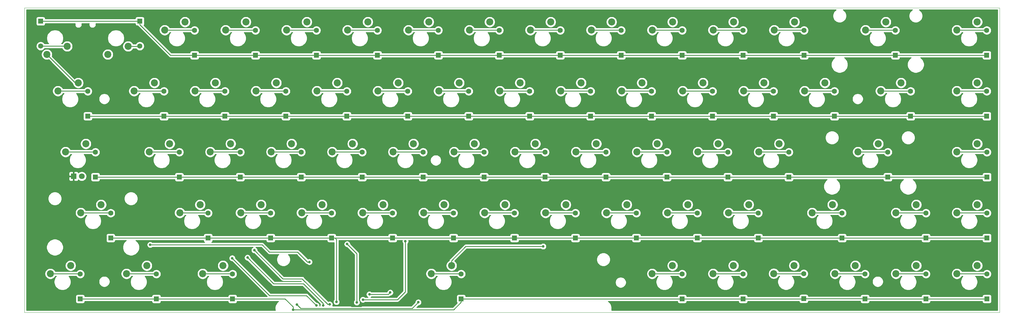
<source format=gbr>
G04 #@! TF.GenerationSoftware,KiCad,Pcbnew,(5.1.4)-1*
G04 #@! TF.CreationDate,2020-02-24T20:41:39-03:00*
G04 #@! TF.ProjectId,TKL2019,544b4c32-3031-4392-9e6b-696361645f70,rev?*
G04 #@! TF.SameCoordinates,Original*
G04 #@! TF.FileFunction,Copper,L1,Top*
G04 #@! TF.FilePolarity,Positive*
%FSLAX46Y46*%
G04 Gerber Fmt 4.6, Leading zero omitted, Abs format (unit mm)*
G04 Created by KiCad (PCBNEW (5.1.4)-1) date 2020-02-24 20:41:39*
%MOMM*%
%LPD*%
G04 APERTURE LIST*
%ADD10C,0.050000*%
%ADD11C,1.800000*%
%ADD12R,1.800000X1.800000*%
%ADD13C,2.200000*%
%ADD14C,1.600000*%
%ADD15R,1.600000X1.600000*%
%ADD16C,0.800000*%
%ADD17C,0.250000*%
%ADD18C,0.254000*%
G04 APERTURE END LIST*
D10*
X17550000Y-122700000D02*
X322300000Y-122700000D01*
X17550000Y-27450000D02*
X17550000Y-122700000D01*
X322300000Y-27450000D02*
X17550000Y-27450000D01*
X322300000Y-122700000D02*
X322300000Y-27450000D01*
D11*
X35460000Y-80160000D03*
D12*
X32920000Y-80160000D03*
D13*
X151029000Y-108100000D03*
X144679000Y-110640000D03*
X286750000Y-31900000D03*
X280400000Y-34440000D03*
X41494000Y-89050000D03*
X35144000Y-91590000D03*
X284380000Y-70000000D03*
X278030000Y-72540000D03*
X62930000Y-70000000D03*
X56580000Y-72540000D03*
X73239000Y-110640000D03*
X79589000Y-108100000D03*
X220084000Y-108100000D03*
X213734000Y-110640000D03*
X253430000Y-70000000D03*
X247080000Y-72540000D03*
X148644000Y-89050000D03*
X142294000Y-91590000D03*
X285150000Y-53490000D03*
X291500000Y-50950000D03*
X104194000Y-91590000D03*
X110544000Y-89050000D03*
X30380000Y-72540000D03*
X36730000Y-70000000D03*
X205794000Y-89050000D03*
X199444000Y-91590000D03*
X25619000Y-110640000D03*
X31969000Y-108100000D03*
D14*
X22600000Y-39450000D03*
D15*
X22600000Y-31650000D03*
X53600000Y-31650000D03*
D14*
X53600000Y-39450000D03*
X70700000Y-34500000D03*
D15*
X70700000Y-42300000D03*
X89750000Y-42300000D03*
D14*
X89750000Y-34500000D03*
D15*
X108800000Y-42300000D03*
D14*
X108800000Y-34500000D03*
X127850000Y-34500000D03*
D15*
X127850000Y-42300000D03*
D14*
X146900000Y-34500000D03*
D15*
X146900000Y-42300000D03*
D14*
X165950000Y-34500000D03*
D15*
X165950000Y-42300000D03*
D14*
X185000000Y-34500000D03*
D15*
X185000000Y-42300000D03*
D14*
X204050000Y-34500000D03*
D15*
X204050000Y-42300000D03*
D14*
X223100000Y-34500000D03*
D15*
X223100000Y-42300000D03*
X242150000Y-42300000D03*
D14*
X242150000Y-34500000D03*
X261200000Y-34500000D03*
D15*
X261200000Y-42300000D03*
X289750000Y-42300000D03*
D14*
X289750000Y-34500000D03*
D15*
X318300000Y-42300000D03*
D14*
X318300000Y-34500000D03*
D15*
X37350000Y-61350000D03*
D14*
X37350000Y-53550000D03*
D15*
X61150000Y-61350000D03*
D14*
X61150000Y-53550000D03*
X80200000Y-53550000D03*
D15*
X80200000Y-61350000D03*
D14*
X99250000Y-53550000D03*
D15*
X99250000Y-61350000D03*
D14*
X118300000Y-53550000D03*
D15*
X118300000Y-61350000D03*
D14*
X137350000Y-53550000D03*
D15*
X137350000Y-61350000D03*
D14*
X156400000Y-53550000D03*
D15*
X156400000Y-61350000D03*
X175450000Y-61350000D03*
D14*
X175450000Y-53550000D03*
D15*
X194500000Y-61350000D03*
D14*
X194500000Y-53550000D03*
D15*
X213550000Y-61350000D03*
D14*
X213550000Y-53550000D03*
D15*
X232600000Y-61350000D03*
D14*
X232600000Y-53550000D03*
X251650000Y-53550000D03*
D15*
X251650000Y-61350000D03*
X270700000Y-61350000D03*
D14*
X270700000Y-53550000D03*
D15*
X294500000Y-61350000D03*
D14*
X294500000Y-53550000D03*
D15*
X318300000Y-61350000D03*
D14*
X318300000Y-53550000D03*
D13*
X94680000Y-72540000D03*
X101030000Y-70000000D03*
D15*
X39730000Y-80400000D03*
D14*
X39730000Y-72600000D03*
D15*
X65930000Y-80400000D03*
D14*
X65930000Y-72600000D03*
X84980000Y-72600000D03*
D15*
X84980000Y-80400000D03*
D14*
X104030000Y-72600000D03*
D15*
X104030000Y-80400000D03*
D14*
X123080000Y-72600000D03*
D15*
X123080000Y-80400000D03*
D14*
X142130000Y-72600000D03*
D15*
X142130000Y-80400000D03*
D14*
X161180000Y-72600000D03*
D15*
X161180000Y-80400000D03*
D14*
X180230000Y-72600000D03*
D15*
X180230000Y-80400000D03*
D14*
X199280000Y-72600000D03*
D15*
X199280000Y-80400000D03*
D14*
X218330000Y-72600000D03*
D15*
X218330000Y-80400000D03*
X237380000Y-80400000D03*
D14*
X237380000Y-72600000D03*
D15*
X256430000Y-80400000D03*
D14*
X256430000Y-72600000D03*
D15*
X287380000Y-80400000D03*
D14*
X287380000Y-72600000D03*
D15*
X318330000Y-80400000D03*
D14*
X318330000Y-72600000D03*
D15*
X44494000Y-99450000D03*
D14*
X44494000Y-91650000D03*
D15*
X74944000Y-99450000D03*
D14*
X74944000Y-91650000D03*
X94494000Y-91650000D03*
D15*
X94494000Y-99450000D03*
D14*
X113544000Y-91650000D03*
D15*
X113544000Y-99450000D03*
D14*
X132594000Y-91650000D03*
D15*
X132594000Y-99450000D03*
D14*
X151644000Y-91650000D03*
D15*
X151644000Y-99450000D03*
D14*
X170694000Y-91650000D03*
D15*
X170694000Y-99450000D03*
D14*
X189744000Y-91650000D03*
D15*
X189744000Y-99450000D03*
X208794000Y-99450000D03*
D14*
X208794000Y-91650000D03*
D15*
X227844000Y-99450000D03*
D14*
X227844000Y-91650000D03*
D15*
X246894000Y-99450000D03*
D14*
X246894000Y-91650000D03*
D15*
X273086500Y-99450000D03*
D14*
X273086500Y-91650000D03*
D15*
X299286500Y-99450000D03*
D14*
X299286500Y-91650000D03*
D15*
X318336500Y-99450000D03*
D14*
X318336500Y-91650000D03*
X34969000Y-110700000D03*
D15*
X34969000Y-118500000D03*
D14*
X58779000Y-110700000D03*
D15*
X58779000Y-118500000D03*
D14*
X82589000Y-110700000D03*
D15*
X82589000Y-118500000D03*
D14*
X154029000Y-110700000D03*
D15*
X154029000Y-118500000D03*
D14*
X223084000Y-110700000D03*
D15*
X223084000Y-118500000D03*
X242134000Y-118500000D03*
D14*
X242134000Y-110700000D03*
X261100000Y-110650000D03*
D15*
X261100000Y-118450000D03*
X280234000Y-118500000D03*
D14*
X280234000Y-110700000D03*
X299284000Y-110700000D03*
D15*
X299284000Y-118500000D03*
X318334000Y-118500000D03*
D14*
X318334000Y-110700000D03*
D13*
X315300000Y-50950000D03*
X308950000Y-53490000D03*
X296284000Y-108100000D03*
X289934000Y-110640000D03*
X96250000Y-50950000D03*
X89900000Y-53490000D03*
X30900000Y-39510000D03*
X24550000Y-42050000D03*
X113730000Y-72540000D03*
X120080000Y-70000000D03*
X232784000Y-110640000D03*
X239134000Y-108100000D03*
X139130000Y-70000000D03*
X132780000Y-72540000D03*
X158180000Y-70000000D03*
X151830000Y-72540000D03*
X185150000Y-53490000D03*
X191500000Y-50950000D03*
X170880000Y-72540000D03*
X177230000Y-70000000D03*
X196280000Y-70000000D03*
X189930000Y-72540000D03*
X215330000Y-70000000D03*
X208980000Y-72540000D03*
X270884000Y-110640000D03*
X277234000Y-108100000D03*
X242300000Y-53490000D03*
X248650000Y-50950000D03*
X180394000Y-91590000D03*
X186744000Y-89050000D03*
X239150000Y-31900000D03*
X232800000Y-34440000D03*
X161344000Y-91590000D03*
X167694000Y-89050000D03*
X213750000Y-34440000D03*
X220100000Y-31900000D03*
X43600000Y-42050000D03*
X49950000Y-39510000D03*
X67700000Y-31900000D03*
X61350000Y-34440000D03*
X80400000Y-34440000D03*
X86750000Y-31900000D03*
X105800000Y-31900000D03*
X99450000Y-34440000D03*
X118500000Y-34440000D03*
X124850000Y-31900000D03*
X137550000Y-34440000D03*
X143900000Y-31900000D03*
X156600000Y-34440000D03*
X162950000Y-31900000D03*
X182000000Y-31900000D03*
X175650000Y-34440000D03*
X201050000Y-31900000D03*
X194700000Y-34440000D03*
X204200000Y-53490000D03*
X210550000Y-50950000D03*
X223250000Y-53490000D03*
X229600000Y-50950000D03*
X315336500Y-89050000D03*
X308986500Y-91590000D03*
X315330000Y-70000000D03*
X308980000Y-72540000D03*
X258200000Y-31900000D03*
X251850000Y-34440000D03*
X218494000Y-91590000D03*
X224844000Y-89050000D03*
X234380000Y-70000000D03*
X228030000Y-72540000D03*
X51800000Y-53490000D03*
X58150000Y-50950000D03*
X108950000Y-53490000D03*
X115300000Y-50950000D03*
X258100000Y-108050000D03*
X251750000Y-110590000D03*
X308984000Y-110640000D03*
X315334000Y-108100000D03*
X261350000Y-53490000D03*
X267700000Y-50950000D03*
X270086500Y-89050000D03*
X263736500Y-91590000D03*
X81980000Y-70000000D03*
X75630000Y-72540000D03*
X237544000Y-91590000D03*
X243894000Y-89050000D03*
X49429000Y-110640000D03*
X55779000Y-108100000D03*
X128000000Y-53490000D03*
X134350000Y-50950000D03*
X34350000Y-50950000D03*
X28000000Y-53490000D03*
X308950000Y-34440000D03*
X315300000Y-31900000D03*
X166100000Y-53490000D03*
X172450000Y-50950000D03*
X296286500Y-89050000D03*
X289936500Y-91590000D03*
X129594000Y-89050000D03*
X123244000Y-91590000D03*
X77200000Y-50950000D03*
X70850000Y-53490000D03*
X85144000Y-91590000D03*
X91494000Y-89050000D03*
X153400000Y-50950000D03*
X147050000Y-53490000D03*
X66094000Y-91590000D03*
X72444000Y-89050000D03*
D16*
X129750000Y-104475000D03*
X133650000Y-110850000D03*
X119175000Y-120200000D03*
X109300000Y-105275000D03*
X138450000Y-118300000D03*
X20400000Y-96700000D03*
X267600000Y-73900000D03*
X108000000Y-65550000D03*
X129450000Y-65550000D03*
X131850000Y-46450000D03*
X92900000Y-65550000D03*
X101650000Y-101350000D03*
X208000000Y-103650000D03*
X100500000Y-115600000D03*
X53804999Y-104695001D03*
X131850000Y-116500000D03*
X125350000Y-117075000D03*
X89400000Y-103275000D03*
X112915685Y-120200000D03*
X110950000Y-120550000D03*
X87250000Y-105575000D03*
X108775000Y-120575000D03*
X82475000Y-105775000D03*
X115050000Y-119450000D03*
X101500000Y-121900000D03*
X179675002Y-102100000D03*
X102700000Y-120300000D03*
X140650000Y-119550000D03*
X121400000Y-119600000D03*
X118400000Y-101350000D03*
X136594000Y-100494000D03*
X123323002Y-118750000D03*
X106575000Y-106950000D03*
X56850000Y-101575000D03*
D17*
X65870000Y-72540000D02*
X65930000Y-72600000D01*
X56580000Y-72540000D02*
X65870000Y-72540000D01*
X82529000Y-110640000D02*
X82589000Y-110700000D01*
X73239000Y-110640000D02*
X82529000Y-110640000D01*
X256370000Y-72540000D02*
X256430000Y-72600000D01*
X247080000Y-72540000D02*
X256370000Y-72540000D01*
X151584000Y-91590000D02*
X151644000Y-91650000D01*
X142294000Y-91590000D02*
X151584000Y-91590000D01*
X294440000Y-53490000D02*
X294500000Y-53550000D01*
X285150000Y-53490000D02*
X294440000Y-53490000D01*
X289690000Y-34440000D02*
X289750000Y-34500000D01*
X280400000Y-34440000D02*
X289690000Y-34440000D01*
X109300000Y-105275000D02*
X109300000Y-105275000D01*
X138450000Y-118300000D02*
X138450000Y-118300000D01*
X136950000Y-119800000D02*
X138450000Y-118300000D01*
X123800000Y-119800000D02*
X136950000Y-119800000D01*
X122750000Y-120850000D02*
X123800000Y-119800000D01*
X119175000Y-120200000D02*
X119825000Y-120850000D01*
X119825000Y-120850000D02*
X122750000Y-120850000D01*
X26000000Y-96700000D02*
X20400000Y-96700000D01*
X20400000Y-96700000D02*
X20400000Y-96700000D01*
X26000000Y-96700000D02*
X26000000Y-96800000D01*
X26000000Y-96800000D02*
X34850000Y-105650000D01*
X52850000Y-105650000D02*
X53804999Y-104695001D01*
X34850000Y-105650000D02*
X52850000Y-105650000D01*
X129750000Y-106950000D02*
X133650000Y-110850000D01*
X129750000Y-104475000D02*
X129750000Y-106950000D01*
X53804999Y-104695001D02*
X53804999Y-104695001D01*
X55175000Y-103325000D02*
X53804999Y-104695001D01*
X82500000Y-103325000D02*
X55175000Y-103325000D01*
X100500000Y-115600000D02*
X94775000Y-115600000D01*
X94775000Y-115600000D02*
X82500000Y-103325000D01*
X131850000Y-116500000D02*
X131850000Y-116500000D01*
X131275000Y-117075000D02*
X131850000Y-116500000D01*
X125350000Y-117075000D02*
X131275000Y-117075000D01*
X113484000Y-91590000D02*
X113544000Y-91650000D01*
X104194000Y-91590000D02*
X113484000Y-91590000D01*
X33450000Y-50950000D02*
X34350000Y-50950000D01*
X24550000Y-42050000D02*
X33450000Y-50950000D01*
X39670000Y-72540000D02*
X39730000Y-72600000D01*
X30380000Y-72540000D02*
X39670000Y-72540000D01*
X208734000Y-91590000D02*
X208794000Y-91650000D01*
X199444000Y-91590000D02*
X208734000Y-91590000D01*
X34909000Y-110640000D02*
X34969000Y-110700000D01*
X25619000Y-110640000D02*
X34909000Y-110640000D01*
X30840000Y-39450000D02*
X30900000Y-39510000D01*
X22600000Y-39450000D02*
X30840000Y-39450000D01*
X164900000Y-42300000D02*
X146900000Y-42300000D01*
X165950000Y-42300000D02*
X164900000Y-42300000D01*
X167000000Y-42300000D02*
X185000000Y-42300000D01*
X165950000Y-42300000D02*
X167000000Y-42300000D01*
X128900000Y-42300000D02*
X146900000Y-42300000D01*
X127850000Y-42300000D02*
X128900000Y-42300000D01*
X109850000Y-42300000D02*
X127850000Y-42300000D01*
X108800000Y-42300000D02*
X109850000Y-42300000D01*
X90800000Y-42300000D02*
X108800000Y-42300000D01*
X89750000Y-42300000D02*
X90800000Y-42300000D01*
X71750000Y-42300000D02*
X89750000Y-42300000D01*
X70700000Y-42300000D02*
X71750000Y-42300000D01*
X185000000Y-42300000D02*
X204050000Y-42300000D01*
X204050000Y-42300000D02*
X223100000Y-42300000D01*
X224150000Y-42300000D02*
X242150000Y-42300000D01*
X223100000Y-42300000D02*
X224150000Y-42300000D01*
X242150000Y-42300000D02*
X261200000Y-42300000D01*
X261200000Y-42300000D02*
X289750000Y-42300000D01*
X289750000Y-42300000D02*
X318300000Y-42300000D01*
X23650000Y-31650000D02*
X53600000Y-31650000D01*
X22600000Y-31650000D02*
X23650000Y-31650000D01*
X69650000Y-42300000D02*
X70700000Y-42300000D01*
X63200000Y-42300000D02*
X69650000Y-42300000D01*
X53600000Y-32700000D02*
X63200000Y-42300000D01*
X53600000Y-31650000D02*
X53600000Y-32700000D01*
X98325000Y-112200000D02*
X89400000Y-103275000D01*
X89400000Y-103275000D02*
X89400000Y-103275000D01*
X98325000Y-112200000D02*
X104350000Y-112200000D01*
X104350000Y-112200000D02*
X112350000Y-120200000D01*
X112350000Y-120200000D02*
X112350000Y-120200000D01*
X112350000Y-120200000D02*
X112915685Y-120200000D01*
X53540000Y-39510000D02*
X53600000Y-39450000D01*
X49950000Y-39510000D02*
X53540000Y-39510000D01*
X70640000Y-34440000D02*
X70700000Y-34500000D01*
X61350000Y-34440000D02*
X70640000Y-34440000D01*
X89690000Y-34440000D02*
X89750000Y-34500000D01*
X80400000Y-34440000D02*
X89690000Y-34440000D01*
X108740000Y-34440000D02*
X108800000Y-34500000D01*
X99450000Y-34440000D02*
X108740000Y-34440000D01*
X127790000Y-34440000D02*
X127850000Y-34500000D01*
X118500000Y-34440000D02*
X127790000Y-34440000D01*
X146840000Y-34440000D02*
X146900000Y-34500000D01*
X137550000Y-34440000D02*
X146840000Y-34440000D01*
X165890000Y-34440000D02*
X165950000Y-34500000D01*
X156600000Y-34440000D02*
X165890000Y-34440000D01*
X184940000Y-34440000D02*
X185000000Y-34500000D01*
X175650000Y-34440000D02*
X184940000Y-34440000D01*
X203990000Y-34440000D02*
X204050000Y-34500000D01*
X194700000Y-34440000D02*
X203990000Y-34440000D01*
X223040000Y-34440000D02*
X223100000Y-34500000D01*
X213750000Y-34440000D02*
X223040000Y-34440000D01*
X242090000Y-34440000D02*
X242150000Y-34500000D01*
X232800000Y-34440000D02*
X242090000Y-34440000D01*
X261140000Y-34440000D02*
X261200000Y-34500000D01*
X251850000Y-34440000D02*
X261140000Y-34440000D01*
X318240000Y-34440000D02*
X318300000Y-34500000D01*
X308950000Y-34440000D02*
X318240000Y-34440000D01*
X37290000Y-53490000D02*
X37350000Y-53550000D01*
X28000000Y-53490000D02*
X37290000Y-53490000D01*
X37350000Y-61350000D02*
X61150000Y-61350000D01*
X62200000Y-61350000D02*
X80200000Y-61350000D01*
X61150000Y-61350000D02*
X62200000Y-61350000D01*
X81250000Y-61350000D02*
X99250000Y-61350000D01*
X80200000Y-61350000D02*
X81250000Y-61350000D01*
X100300000Y-61350000D02*
X118300000Y-61350000D01*
X99250000Y-61350000D02*
X100300000Y-61350000D01*
X195550000Y-61350000D02*
X213550000Y-61350000D01*
X194500000Y-61350000D02*
X195550000Y-61350000D01*
X176500000Y-61350000D02*
X194500000Y-61350000D01*
X175450000Y-61350000D02*
X176500000Y-61350000D01*
X157450000Y-61350000D02*
X175450000Y-61350000D01*
X156400000Y-61350000D02*
X157450000Y-61350000D01*
X137350000Y-61350000D02*
X156400000Y-61350000D01*
X119350000Y-61350000D02*
X137350000Y-61350000D01*
X118300000Y-61350000D02*
X119350000Y-61350000D01*
X213550000Y-61350000D02*
X232600000Y-61350000D01*
X232600000Y-61350000D02*
X251650000Y-61350000D01*
X251650000Y-61350000D02*
X270700000Y-61350000D01*
X271750000Y-61350000D02*
X294500000Y-61350000D01*
X270700000Y-61350000D02*
X271750000Y-61350000D01*
X295550000Y-61350000D02*
X318300000Y-61350000D01*
X294500000Y-61350000D02*
X295550000Y-61350000D01*
X110950000Y-119984315D02*
X104740685Y-113775000D01*
X110950000Y-120550000D02*
X110950000Y-119984315D01*
X104740685Y-113775000D02*
X95450000Y-113775000D01*
X95450000Y-113775000D02*
X87250000Y-105575000D01*
X87250000Y-105575000D02*
X87250000Y-105575000D01*
X61090000Y-53490000D02*
X61150000Y-53550000D01*
X51800000Y-53490000D02*
X61090000Y-53490000D01*
X80140000Y-53490000D02*
X80200000Y-53550000D01*
X70850000Y-53490000D02*
X80140000Y-53490000D01*
X99190000Y-53490000D02*
X99250000Y-53550000D01*
X89900000Y-53490000D02*
X99190000Y-53490000D01*
X118240000Y-53490000D02*
X118300000Y-53550000D01*
X108950000Y-53490000D02*
X118240000Y-53490000D01*
X137290000Y-53490000D02*
X137350000Y-53550000D01*
X128000000Y-53490000D02*
X137290000Y-53490000D01*
X156340000Y-53490000D02*
X156400000Y-53550000D01*
X147050000Y-53490000D02*
X156340000Y-53490000D01*
X175390000Y-53490000D02*
X175450000Y-53550000D01*
X166100000Y-53490000D02*
X175390000Y-53490000D01*
X194440000Y-53490000D02*
X194500000Y-53550000D01*
X185150000Y-53490000D02*
X194440000Y-53490000D01*
X213490000Y-53490000D02*
X213550000Y-53550000D01*
X204200000Y-53490000D02*
X213490000Y-53490000D01*
X232540000Y-53490000D02*
X232600000Y-53550000D01*
X223250000Y-53490000D02*
X232540000Y-53490000D01*
X251590000Y-53490000D02*
X251650000Y-53550000D01*
X242300000Y-53490000D02*
X251590000Y-53490000D01*
X270640000Y-53490000D02*
X270700000Y-53550000D01*
X261350000Y-53490000D02*
X270640000Y-53490000D01*
X318240000Y-53490000D02*
X318300000Y-53550000D01*
X308950000Y-53490000D02*
X318240000Y-53490000D01*
X103970000Y-72540000D02*
X104030000Y-72600000D01*
X94680000Y-72540000D02*
X103970000Y-72540000D01*
X108775000Y-120575000D02*
X105650000Y-117450000D01*
X82475000Y-105775000D02*
X82475000Y-105775000D01*
X40780000Y-80400000D02*
X65930000Y-80400000D01*
X39730000Y-80400000D02*
X40780000Y-80400000D01*
X65930000Y-80400000D02*
X84980000Y-80400000D01*
X84980000Y-80400000D02*
X104030000Y-80400000D01*
X105080000Y-80400000D02*
X123080000Y-80400000D01*
X104030000Y-80400000D02*
X105080000Y-80400000D01*
X124130000Y-80400000D02*
X142130000Y-80400000D01*
X123080000Y-80400000D02*
X124130000Y-80400000D01*
X143180000Y-80400000D02*
X161180000Y-80400000D01*
X142130000Y-80400000D02*
X143180000Y-80400000D01*
X162230000Y-80400000D02*
X180230000Y-80400000D01*
X161180000Y-80400000D02*
X162230000Y-80400000D01*
X181280000Y-80400000D02*
X199280000Y-80400000D01*
X180230000Y-80400000D02*
X181280000Y-80400000D01*
X199280000Y-80400000D02*
X218330000Y-80400000D01*
X219380000Y-80400000D02*
X237380000Y-80400000D01*
X218330000Y-80400000D02*
X219380000Y-80400000D01*
X237380000Y-80400000D02*
X256430000Y-80400000D01*
X257480000Y-80400000D02*
X287380000Y-80400000D01*
X256430000Y-80400000D02*
X257480000Y-80400000D01*
X288430000Y-80400000D02*
X318330000Y-80400000D01*
X287380000Y-80400000D02*
X288430000Y-80400000D01*
X105650000Y-117450000D02*
X94150000Y-117450000D01*
X94150000Y-117450000D02*
X82475000Y-105775000D01*
X84920000Y-72540000D02*
X84980000Y-72600000D01*
X75630000Y-72540000D02*
X84920000Y-72540000D01*
X123020000Y-72540000D02*
X123080000Y-72600000D01*
X113730000Y-72540000D02*
X123020000Y-72540000D01*
X142070000Y-72540000D02*
X142130000Y-72600000D01*
X132780000Y-72540000D02*
X142070000Y-72540000D01*
X161120000Y-72540000D02*
X161180000Y-72600000D01*
X151830000Y-72540000D02*
X161120000Y-72540000D01*
X180170000Y-72540000D02*
X180230000Y-72600000D01*
X170880000Y-72540000D02*
X180170000Y-72540000D01*
X199220000Y-72540000D02*
X199280000Y-72600000D01*
X189930000Y-72540000D02*
X199220000Y-72540000D01*
X218270000Y-72540000D02*
X218330000Y-72600000D01*
X208980000Y-72540000D02*
X218270000Y-72540000D01*
X237320000Y-72540000D02*
X237380000Y-72600000D01*
X228030000Y-72540000D02*
X237320000Y-72540000D01*
X287320000Y-72540000D02*
X287380000Y-72600000D01*
X278030000Y-72540000D02*
X287320000Y-72540000D01*
X318270000Y-72540000D02*
X318330000Y-72600000D01*
X308980000Y-72540000D02*
X318270000Y-72540000D01*
X44434000Y-91590000D02*
X44494000Y-91650000D01*
X35144000Y-91590000D02*
X44434000Y-91590000D01*
X75994000Y-99450000D02*
X94494000Y-99450000D01*
X74944000Y-99450000D02*
X75994000Y-99450000D01*
X95544000Y-99450000D02*
X113544000Y-99450000D01*
X94494000Y-99450000D02*
X95544000Y-99450000D01*
X45544000Y-99450000D02*
X74944000Y-99450000D01*
X44494000Y-99450000D02*
X45544000Y-99450000D01*
X114594000Y-99450000D02*
X132594000Y-99450000D01*
X133644000Y-99450000D02*
X151644000Y-99450000D01*
X132594000Y-99450000D02*
X133644000Y-99450000D01*
X152694000Y-99450000D02*
X170694000Y-99450000D01*
X151644000Y-99450000D02*
X152694000Y-99450000D01*
X171744000Y-99450000D02*
X189744000Y-99450000D01*
X170694000Y-99450000D02*
X171744000Y-99450000D01*
X190794000Y-99450000D02*
X208794000Y-99450000D01*
X189744000Y-99450000D02*
X190794000Y-99450000D01*
X209844000Y-99450000D02*
X227844000Y-99450000D01*
X208794000Y-99450000D02*
X209844000Y-99450000D01*
X228894000Y-99450000D02*
X246894000Y-99450000D01*
X227844000Y-99450000D02*
X228894000Y-99450000D01*
X246894000Y-99450000D02*
X273086500Y-99450000D01*
X274136500Y-99450000D02*
X299286500Y-99450000D01*
X273086500Y-99450000D02*
X274136500Y-99450000D01*
X300336500Y-99450000D02*
X318336500Y-99450000D01*
X299286500Y-99450000D02*
X300336500Y-99450000D01*
X114594000Y-99450000D02*
X113544000Y-99450000D01*
X115050000Y-99906000D02*
X114594000Y-99450000D01*
X115050000Y-119450000D02*
X115050000Y-99906000D01*
X75384000Y-91590000D02*
X75444000Y-91650000D01*
X66094000Y-91590000D02*
X75384000Y-91590000D01*
X94434000Y-91590000D02*
X94494000Y-91650000D01*
X85144000Y-91590000D02*
X94434000Y-91590000D01*
X132534000Y-91590000D02*
X132594000Y-91650000D01*
X123244000Y-91590000D02*
X132534000Y-91590000D01*
X170634000Y-91590000D02*
X170694000Y-91650000D01*
X161344000Y-91590000D02*
X170634000Y-91590000D01*
X189684000Y-91590000D02*
X189744000Y-91650000D01*
X180394000Y-91590000D02*
X189684000Y-91590000D01*
X227784000Y-91590000D02*
X227844000Y-91650000D01*
X218494000Y-91590000D02*
X227784000Y-91590000D01*
X246834000Y-91590000D02*
X246894000Y-91650000D01*
X237544000Y-91590000D02*
X246834000Y-91590000D01*
X273026500Y-91590000D02*
X273086500Y-91650000D01*
X263736500Y-91590000D02*
X273026500Y-91590000D01*
X299226500Y-91590000D02*
X299286500Y-91650000D01*
X289936500Y-91590000D02*
X299226500Y-91590000D01*
X318276500Y-91590000D02*
X318336500Y-91650000D01*
X308986500Y-91590000D02*
X318276500Y-91590000D01*
X36019000Y-118500000D02*
X58779000Y-118500000D01*
X34969000Y-118500000D02*
X36019000Y-118500000D01*
X59829000Y-118500000D02*
X82589000Y-118500000D01*
X58779000Y-118500000D02*
X59829000Y-118500000D01*
X224134000Y-118500000D02*
X242134000Y-118500000D01*
X223084000Y-118500000D02*
X224134000Y-118500000D01*
X261050000Y-118500000D02*
X261100000Y-118450000D01*
X242134000Y-118500000D02*
X261050000Y-118500000D01*
X280184000Y-118450000D02*
X280234000Y-118500000D01*
X261100000Y-118450000D02*
X280184000Y-118450000D01*
X281284000Y-118500000D02*
X299284000Y-118500000D01*
X280234000Y-118500000D02*
X281284000Y-118500000D01*
X300334000Y-118500000D02*
X318334000Y-118500000D01*
X299284000Y-118500000D02*
X300334000Y-118500000D01*
X155079000Y-118500000D02*
X223084000Y-118500000D01*
X154029000Y-118500000D02*
X155079000Y-118500000D01*
X101500000Y-121900000D02*
X101500000Y-121900000D01*
X101500000Y-121334315D02*
X101500000Y-121900000D01*
X101500000Y-120989998D02*
X101500000Y-121334315D01*
X99010002Y-118500000D02*
X101500000Y-120989998D01*
X82589000Y-118500000D02*
X99010002Y-118500000D01*
X154029000Y-119550000D02*
X154029000Y-118500000D01*
X151679000Y-121900000D02*
X154029000Y-119550000D01*
X101500000Y-121900000D02*
X151679000Y-121900000D01*
X58719000Y-110640000D02*
X58779000Y-110700000D01*
X49429000Y-110640000D02*
X58719000Y-110640000D01*
X153969000Y-110640000D02*
X154029000Y-110700000D01*
X144679000Y-110640000D02*
X153969000Y-110640000D01*
X242074000Y-110640000D02*
X242134000Y-110700000D01*
X232784000Y-110640000D02*
X242074000Y-110640000D01*
X261040000Y-110590000D02*
X261100000Y-110650000D01*
X251750000Y-110590000D02*
X261040000Y-110590000D01*
X280174000Y-110640000D02*
X280234000Y-110700000D01*
X270884000Y-110640000D02*
X280174000Y-110640000D01*
X299224000Y-110640000D02*
X299284000Y-110700000D01*
X289934000Y-110640000D02*
X299224000Y-110640000D01*
X318274000Y-110640000D02*
X318334000Y-110700000D01*
X308984000Y-110640000D02*
X318274000Y-110640000D01*
X179109317Y-102100000D02*
X179675002Y-102100000D01*
X155473366Y-102100000D02*
X179109317Y-102100000D01*
X151029000Y-106544366D02*
X155473366Y-102100000D01*
X151029000Y-108100000D02*
X151029000Y-106544366D01*
X102700000Y-120300000D02*
X102700000Y-120300000D01*
X102700000Y-120300000D02*
X103849990Y-121449990D01*
X103849990Y-121449990D02*
X136850010Y-121449990D01*
X136850010Y-121449990D02*
X138750010Y-121449990D01*
X138750010Y-121449990D02*
X140650000Y-119550000D01*
X140650000Y-119550000D02*
X140650000Y-119550000D01*
X121400000Y-104350000D02*
X121400000Y-119600000D01*
X118400000Y-101350000D02*
X121400000Y-104350000D01*
X136594000Y-115806000D02*
X136594000Y-100494000D01*
X123323002Y-118750000D02*
X134150000Y-118750000D01*
X136594000Y-116306000D02*
X136594000Y-115806000D01*
X134150000Y-118750000D02*
X136594000Y-116306000D01*
X223024000Y-110640000D02*
X223084000Y-110700000D01*
X213734000Y-110640000D02*
X223024000Y-110640000D01*
X106009315Y-106950000D02*
X102909315Y-103850000D01*
X106575000Y-106950000D02*
X106009315Y-106950000D01*
X102909315Y-103850000D02*
X94100000Y-103850000D01*
X94100000Y-103850000D02*
X91825000Y-101575000D01*
X91825000Y-101575000D02*
X56850000Y-101575000D01*
X56850000Y-101575000D02*
X56850000Y-101575000D01*
D18*
G36*
X270933080Y-28302219D02*
G01*
X270632219Y-28603080D01*
X270395833Y-28956856D01*
X270233008Y-29349951D01*
X270150000Y-29767259D01*
X270150000Y-30192741D01*
X270233008Y-30610049D01*
X270395833Y-31003144D01*
X270632219Y-31356920D01*
X270933080Y-31657781D01*
X271286856Y-31894167D01*
X271679951Y-32056992D01*
X272097259Y-32140000D01*
X272522741Y-32140000D01*
X272940049Y-32056992D01*
X273333144Y-31894167D01*
X273580158Y-31729117D01*
X285015000Y-31729117D01*
X285015000Y-32070883D01*
X285081675Y-32406081D01*
X285212463Y-32721831D01*
X285402337Y-33005998D01*
X285644002Y-33247663D01*
X285928169Y-33437537D01*
X286243919Y-33568325D01*
X286579117Y-33635000D01*
X286920883Y-33635000D01*
X287256081Y-33568325D01*
X287571831Y-33437537D01*
X287855998Y-33247663D01*
X288097663Y-33005998D01*
X288287537Y-32721831D01*
X288418325Y-32406081D01*
X288485000Y-32070883D01*
X288485000Y-31729117D01*
X288418325Y-31393919D01*
X288287537Y-31078169D01*
X288097663Y-30794002D01*
X287855998Y-30552337D01*
X287571831Y-30362463D01*
X287256081Y-30231675D01*
X286920883Y-30165000D01*
X286579117Y-30165000D01*
X286243919Y-30231675D01*
X285928169Y-30362463D01*
X285644002Y-30552337D01*
X285402337Y-30794002D01*
X285212463Y-31078169D01*
X285081675Y-31393919D01*
X285015000Y-31729117D01*
X273580158Y-31729117D01*
X273686920Y-31657781D01*
X273987781Y-31356920D01*
X274224167Y-31003144D01*
X274386992Y-30610049D01*
X274470000Y-30192741D01*
X274470000Y-29767259D01*
X274386992Y-29349951D01*
X274224167Y-28956856D01*
X273987781Y-28603080D01*
X273686920Y-28302219D01*
X273399244Y-28110000D01*
X295020756Y-28110000D01*
X294733080Y-28302219D01*
X294432219Y-28603080D01*
X294195833Y-28956856D01*
X294033008Y-29349951D01*
X293950000Y-29767259D01*
X293950000Y-30192741D01*
X294033008Y-30610049D01*
X294195833Y-31003144D01*
X294432219Y-31356920D01*
X294733080Y-31657781D01*
X295086856Y-31894167D01*
X295479951Y-32056992D01*
X295897259Y-32140000D01*
X296322741Y-32140000D01*
X296740049Y-32056992D01*
X297133144Y-31894167D01*
X297380158Y-31729117D01*
X313565000Y-31729117D01*
X313565000Y-32070883D01*
X313631675Y-32406081D01*
X313762463Y-32721831D01*
X313952337Y-33005998D01*
X314194002Y-33247663D01*
X314478169Y-33437537D01*
X314793919Y-33568325D01*
X315129117Y-33635000D01*
X315470883Y-33635000D01*
X315806081Y-33568325D01*
X316121831Y-33437537D01*
X316405998Y-33247663D01*
X316647663Y-33005998D01*
X316837537Y-32721831D01*
X316968325Y-32406081D01*
X317035000Y-32070883D01*
X317035000Y-31729117D01*
X316968325Y-31393919D01*
X316837537Y-31078169D01*
X316647663Y-30794002D01*
X316405998Y-30552337D01*
X316121831Y-30362463D01*
X315806081Y-30231675D01*
X315470883Y-30165000D01*
X315129117Y-30165000D01*
X314793919Y-30231675D01*
X314478169Y-30362463D01*
X314194002Y-30552337D01*
X313952337Y-30794002D01*
X313762463Y-31078169D01*
X313631675Y-31393919D01*
X313565000Y-31729117D01*
X297380158Y-31729117D01*
X297486920Y-31657781D01*
X297787781Y-31356920D01*
X298024167Y-31003144D01*
X298186992Y-30610049D01*
X298270000Y-30192741D01*
X298270000Y-29767259D01*
X298186992Y-29349951D01*
X298024167Y-28956856D01*
X297787781Y-28603080D01*
X297486920Y-28302219D01*
X297199244Y-28110000D01*
X321640001Y-28110000D01*
X321640000Y-122040000D01*
X201052297Y-122040000D01*
X201124000Y-121679525D01*
X201124000Y-121160475D01*
X201022739Y-120651399D01*
X200824107Y-120171859D01*
X200535738Y-119740285D01*
X200168715Y-119373262D01*
X199999207Y-119260000D01*
X221645928Y-119260000D01*
X221645928Y-119300000D01*
X221658188Y-119424482D01*
X221694498Y-119544180D01*
X221753463Y-119654494D01*
X221832815Y-119751185D01*
X221929506Y-119830537D01*
X222039820Y-119889502D01*
X222159518Y-119925812D01*
X222284000Y-119938072D01*
X223884000Y-119938072D01*
X224008482Y-119925812D01*
X224128180Y-119889502D01*
X224238494Y-119830537D01*
X224335185Y-119751185D01*
X224414537Y-119654494D01*
X224473502Y-119544180D01*
X224509812Y-119424482D01*
X224522072Y-119300000D01*
X224522072Y-119260000D01*
X240695928Y-119260000D01*
X240695928Y-119300000D01*
X240708188Y-119424482D01*
X240744498Y-119544180D01*
X240803463Y-119654494D01*
X240882815Y-119751185D01*
X240979506Y-119830537D01*
X241089820Y-119889502D01*
X241209518Y-119925812D01*
X241334000Y-119938072D01*
X242934000Y-119938072D01*
X243058482Y-119925812D01*
X243178180Y-119889502D01*
X243288494Y-119830537D01*
X243385185Y-119751185D01*
X243464537Y-119654494D01*
X243523502Y-119544180D01*
X243559812Y-119424482D01*
X243572072Y-119300000D01*
X243572072Y-119260000D01*
X259662913Y-119260000D01*
X259674188Y-119374482D01*
X259710498Y-119494180D01*
X259769463Y-119604494D01*
X259848815Y-119701185D01*
X259945506Y-119780537D01*
X260055820Y-119839502D01*
X260175518Y-119875812D01*
X260300000Y-119888072D01*
X261900000Y-119888072D01*
X262024482Y-119875812D01*
X262144180Y-119839502D01*
X262254494Y-119780537D01*
X262351185Y-119701185D01*
X262430537Y-119604494D01*
X262489502Y-119494180D01*
X262525812Y-119374482D01*
X262538072Y-119250000D01*
X262538072Y-119210000D01*
X278795928Y-119210000D01*
X278795928Y-119300000D01*
X278808188Y-119424482D01*
X278844498Y-119544180D01*
X278903463Y-119654494D01*
X278982815Y-119751185D01*
X279079506Y-119830537D01*
X279189820Y-119889502D01*
X279309518Y-119925812D01*
X279434000Y-119938072D01*
X281034000Y-119938072D01*
X281158482Y-119925812D01*
X281278180Y-119889502D01*
X281388494Y-119830537D01*
X281485185Y-119751185D01*
X281564537Y-119654494D01*
X281623502Y-119544180D01*
X281659812Y-119424482D01*
X281672072Y-119300000D01*
X281672072Y-119260000D01*
X297845928Y-119260000D01*
X297845928Y-119300000D01*
X297858188Y-119424482D01*
X297894498Y-119544180D01*
X297953463Y-119654494D01*
X298032815Y-119751185D01*
X298129506Y-119830537D01*
X298239820Y-119889502D01*
X298359518Y-119925812D01*
X298484000Y-119938072D01*
X300084000Y-119938072D01*
X300208482Y-119925812D01*
X300328180Y-119889502D01*
X300438494Y-119830537D01*
X300535185Y-119751185D01*
X300614537Y-119654494D01*
X300673502Y-119544180D01*
X300709812Y-119424482D01*
X300722072Y-119300000D01*
X300722072Y-119260000D01*
X316895928Y-119260000D01*
X316895928Y-119300000D01*
X316908188Y-119424482D01*
X316944498Y-119544180D01*
X317003463Y-119654494D01*
X317082815Y-119751185D01*
X317179506Y-119830537D01*
X317289820Y-119889502D01*
X317409518Y-119925812D01*
X317534000Y-119938072D01*
X319134000Y-119938072D01*
X319258482Y-119925812D01*
X319378180Y-119889502D01*
X319488494Y-119830537D01*
X319585185Y-119751185D01*
X319664537Y-119654494D01*
X319723502Y-119544180D01*
X319759812Y-119424482D01*
X319772072Y-119300000D01*
X319772072Y-117700000D01*
X319759812Y-117575518D01*
X319723502Y-117455820D01*
X319664537Y-117345506D01*
X319585185Y-117248815D01*
X319488494Y-117169463D01*
X319378180Y-117110498D01*
X319258482Y-117074188D01*
X319134000Y-117061928D01*
X317534000Y-117061928D01*
X317409518Y-117074188D01*
X317289820Y-117110498D01*
X317179506Y-117169463D01*
X317082815Y-117248815D01*
X317003463Y-117345506D01*
X316944498Y-117455820D01*
X316908188Y-117575518D01*
X316895928Y-117700000D01*
X316895928Y-117740000D01*
X300722072Y-117740000D01*
X300722072Y-117700000D01*
X300709812Y-117575518D01*
X300673502Y-117455820D01*
X300614537Y-117345506D01*
X300535185Y-117248815D01*
X300438494Y-117169463D01*
X300328180Y-117110498D01*
X300208482Y-117074188D01*
X300084000Y-117061928D01*
X298484000Y-117061928D01*
X298359518Y-117074188D01*
X298239820Y-117110498D01*
X298129506Y-117169463D01*
X298032815Y-117248815D01*
X297953463Y-117345506D01*
X297894498Y-117455820D01*
X297858188Y-117575518D01*
X297845928Y-117700000D01*
X297845928Y-117740000D01*
X281672072Y-117740000D01*
X281672072Y-117700000D01*
X281659812Y-117575518D01*
X281623502Y-117455820D01*
X281564537Y-117345506D01*
X281485185Y-117248815D01*
X281388494Y-117169463D01*
X281278180Y-117110498D01*
X281158482Y-117074188D01*
X281034000Y-117061928D01*
X279434000Y-117061928D01*
X279309518Y-117074188D01*
X279189820Y-117110498D01*
X279079506Y-117169463D01*
X278982815Y-117248815D01*
X278903463Y-117345506D01*
X278844498Y-117455820D01*
X278808188Y-117575518D01*
X278796913Y-117690000D01*
X262538072Y-117690000D01*
X262538072Y-117650000D01*
X262525812Y-117525518D01*
X262489502Y-117405820D01*
X262430537Y-117295506D01*
X262351185Y-117198815D01*
X262254494Y-117119463D01*
X262144180Y-117060498D01*
X262024482Y-117024188D01*
X261900000Y-117011928D01*
X260300000Y-117011928D01*
X260175518Y-117024188D01*
X260055820Y-117060498D01*
X259945506Y-117119463D01*
X259848815Y-117198815D01*
X259769463Y-117295506D01*
X259710498Y-117405820D01*
X259674188Y-117525518D01*
X259661928Y-117650000D01*
X259661928Y-117740000D01*
X243572072Y-117740000D01*
X243572072Y-117700000D01*
X243559812Y-117575518D01*
X243523502Y-117455820D01*
X243464537Y-117345506D01*
X243385185Y-117248815D01*
X243288494Y-117169463D01*
X243178180Y-117110498D01*
X243058482Y-117074188D01*
X242934000Y-117061928D01*
X241334000Y-117061928D01*
X241209518Y-117074188D01*
X241089820Y-117110498D01*
X240979506Y-117169463D01*
X240882815Y-117248815D01*
X240803463Y-117345506D01*
X240744498Y-117455820D01*
X240708188Y-117575518D01*
X240695928Y-117700000D01*
X240695928Y-117740000D01*
X224522072Y-117740000D01*
X224522072Y-117700000D01*
X224509812Y-117575518D01*
X224473502Y-117455820D01*
X224414537Y-117345506D01*
X224335185Y-117248815D01*
X224238494Y-117169463D01*
X224128180Y-117110498D01*
X224008482Y-117074188D01*
X223884000Y-117061928D01*
X222284000Y-117061928D01*
X222159518Y-117074188D01*
X222039820Y-117110498D01*
X221929506Y-117169463D01*
X221832815Y-117248815D01*
X221753463Y-117345506D01*
X221694498Y-117455820D01*
X221658188Y-117575518D01*
X221645928Y-117700000D01*
X221645928Y-117740000D01*
X155467072Y-117740000D01*
X155467072Y-117700000D01*
X155454812Y-117575518D01*
X155418502Y-117455820D01*
X155359537Y-117345506D01*
X155280185Y-117248815D01*
X155183494Y-117169463D01*
X155073180Y-117110498D01*
X154953482Y-117074188D01*
X154829000Y-117061928D01*
X153229000Y-117061928D01*
X153104518Y-117074188D01*
X152984820Y-117110498D01*
X152874506Y-117169463D01*
X152777815Y-117248815D01*
X152698463Y-117345506D01*
X152639498Y-117455820D01*
X152603188Y-117575518D01*
X152590928Y-117700000D01*
X152590928Y-119300000D01*
X152603188Y-119424482D01*
X152639498Y-119544180D01*
X152698463Y-119654494D01*
X152766636Y-119737563D01*
X151364199Y-121140000D01*
X140134801Y-121140000D01*
X140689802Y-120585000D01*
X140751939Y-120585000D01*
X140951898Y-120545226D01*
X141140256Y-120467205D01*
X141309774Y-120353937D01*
X141453937Y-120209774D01*
X141567205Y-120040256D01*
X141645226Y-119851898D01*
X141685000Y-119651939D01*
X141685000Y-119448061D01*
X141645226Y-119248102D01*
X141567205Y-119059744D01*
X141453937Y-118890226D01*
X141309774Y-118746063D01*
X141140256Y-118632795D01*
X140951898Y-118554774D01*
X140751939Y-118515000D01*
X140548061Y-118515000D01*
X140348102Y-118554774D01*
X140159744Y-118632795D01*
X139990226Y-118746063D01*
X139846063Y-118890226D01*
X139732795Y-119059744D01*
X139654774Y-119248102D01*
X139615000Y-119448061D01*
X139615000Y-119510198D01*
X138435209Y-120689990D01*
X113833000Y-120689990D01*
X113910911Y-120501898D01*
X113950685Y-120301939D01*
X113950685Y-120098061D01*
X113910911Y-119898102D01*
X113832890Y-119709744D01*
X113719622Y-119540226D01*
X113575459Y-119396063D01*
X113405941Y-119282795D01*
X113217583Y-119204774D01*
X113017624Y-119165000D01*
X112813746Y-119165000D01*
X112613787Y-119204774D01*
X112483531Y-119258728D01*
X104913804Y-111689003D01*
X104890001Y-111659999D01*
X104774276Y-111565026D01*
X104642247Y-111494454D01*
X104498986Y-111450997D01*
X104387333Y-111440000D01*
X104387322Y-111440000D01*
X104350000Y-111436324D01*
X104312678Y-111440000D01*
X98639802Y-111440000D01*
X90435000Y-103235199D01*
X90435000Y-103173061D01*
X90395226Y-102973102D01*
X90317205Y-102784744D01*
X90203937Y-102615226D01*
X90059774Y-102471063D01*
X89890256Y-102357795D01*
X89835224Y-102335000D01*
X91510199Y-102335000D01*
X93536200Y-104361002D01*
X93559999Y-104390001D01*
X93675724Y-104484974D01*
X93807753Y-104555546D01*
X93951014Y-104599003D01*
X94062667Y-104610000D01*
X94062677Y-104610000D01*
X94100000Y-104613676D01*
X94137323Y-104610000D01*
X97004299Y-104610000D01*
X96811219Y-104803080D01*
X96574833Y-105156856D01*
X96412008Y-105549951D01*
X96329000Y-105967259D01*
X96329000Y-106392741D01*
X96412008Y-106810049D01*
X96574833Y-107203144D01*
X96811219Y-107556920D01*
X97112080Y-107857781D01*
X97465856Y-108094167D01*
X97858951Y-108256992D01*
X98276259Y-108340000D01*
X98701741Y-108340000D01*
X99119049Y-108256992D01*
X99512144Y-108094167D01*
X99865920Y-107857781D01*
X100166781Y-107556920D01*
X100403167Y-107203144D01*
X100565992Y-106810049D01*
X100649000Y-106392741D01*
X100649000Y-105967259D01*
X100565992Y-105549951D01*
X100403167Y-105156856D01*
X100166781Y-104803080D01*
X99973701Y-104610000D01*
X102594514Y-104610000D01*
X105445516Y-107461003D01*
X105469314Y-107490001D01*
X105498312Y-107513799D01*
X105585038Y-107584974D01*
X105717068Y-107655546D01*
X105860276Y-107698987D01*
X105915226Y-107753937D01*
X106084744Y-107867205D01*
X106273102Y-107945226D01*
X106473061Y-107985000D01*
X106676939Y-107985000D01*
X106876898Y-107945226D01*
X107065256Y-107867205D01*
X107234774Y-107753937D01*
X107378937Y-107609774D01*
X107492205Y-107440256D01*
X107570226Y-107251898D01*
X107610000Y-107051939D01*
X107610000Y-106848061D01*
X107570226Y-106648102D01*
X107492205Y-106459744D01*
X107378937Y-106290226D01*
X107234774Y-106146063D01*
X107065256Y-106032795D01*
X106876898Y-105954774D01*
X106676939Y-105915000D01*
X106473061Y-105915000D01*
X106273102Y-105954774D01*
X106142845Y-106008728D01*
X103473119Y-103339003D01*
X103449316Y-103309999D01*
X103333591Y-103215026D01*
X103201562Y-103144454D01*
X103058301Y-103100997D01*
X102946648Y-103090000D01*
X102946637Y-103090000D01*
X102909315Y-103086324D01*
X102871993Y-103090000D01*
X94414802Y-103090000D01*
X92388804Y-101064003D01*
X92365001Y-101034999D01*
X92249276Y-100940026D01*
X92117247Y-100869454D01*
X91973986Y-100825997D01*
X91862333Y-100815000D01*
X91862322Y-100815000D01*
X91825000Y-100811324D01*
X91787678Y-100815000D01*
X76034019Y-100815000D01*
X76098494Y-100780537D01*
X76195185Y-100701185D01*
X76274537Y-100604494D01*
X76333502Y-100494180D01*
X76369812Y-100374482D01*
X76382072Y-100250000D01*
X76382072Y-100210000D01*
X93055928Y-100210000D01*
X93055928Y-100250000D01*
X93068188Y-100374482D01*
X93104498Y-100494180D01*
X93163463Y-100604494D01*
X93242815Y-100701185D01*
X93339506Y-100780537D01*
X93449820Y-100839502D01*
X93569518Y-100875812D01*
X93694000Y-100888072D01*
X95294000Y-100888072D01*
X95418482Y-100875812D01*
X95538180Y-100839502D01*
X95648494Y-100780537D01*
X95745185Y-100701185D01*
X95824537Y-100604494D01*
X95883502Y-100494180D01*
X95919812Y-100374482D01*
X95932072Y-100250000D01*
X95932072Y-100210000D01*
X112105928Y-100210000D01*
X112105928Y-100250000D01*
X112118188Y-100374482D01*
X112154498Y-100494180D01*
X112213463Y-100604494D01*
X112292815Y-100701185D01*
X112389506Y-100780537D01*
X112499820Y-100839502D01*
X112619518Y-100875812D01*
X112744000Y-100888072D01*
X114290001Y-100888072D01*
X114290000Y-118746289D01*
X114246063Y-118790226D01*
X114132795Y-118959744D01*
X114054774Y-119148102D01*
X114015000Y-119348061D01*
X114015000Y-119551939D01*
X114054774Y-119751898D01*
X114132795Y-119940256D01*
X114246063Y-120109774D01*
X114390226Y-120253937D01*
X114559744Y-120367205D01*
X114748102Y-120445226D01*
X114948061Y-120485000D01*
X115151939Y-120485000D01*
X115351898Y-120445226D01*
X115540256Y-120367205D01*
X115709774Y-120253937D01*
X115853937Y-120109774D01*
X115967205Y-119940256D01*
X116045226Y-119751898D01*
X116085000Y-119551939D01*
X116085000Y-119348061D01*
X116045226Y-119148102D01*
X115967205Y-118959744D01*
X115853937Y-118790226D01*
X115810000Y-118746289D01*
X115810000Y-101248061D01*
X117365000Y-101248061D01*
X117365000Y-101451939D01*
X117404774Y-101651898D01*
X117482795Y-101840256D01*
X117596063Y-102009774D01*
X117740226Y-102153937D01*
X117909744Y-102267205D01*
X118098102Y-102345226D01*
X118298061Y-102385000D01*
X118360199Y-102385000D01*
X120640000Y-104664802D01*
X120640001Y-118896288D01*
X120596063Y-118940226D01*
X120482795Y-119109744D01*
X120404774Y-119298102D01*
X120365000Y-119498061D01*
X120365000Y-119701939D01*
X120404774Y-119901898D01*
X120482795Y-120090256D01*
X120596063Y-120259774D01*
X120740226Y-120403937D01*
X120909744Y-120517205D01*
X121098102Y-120595226D01*
X121298061Y-120635000D01*
X121501939Y-120635000D01*
X121701898Y-120595226D01*
X121890256Y-120517205D01*
X122059774Y-120403937D01*
X122203937Y-120259774D01*
X122317205Y-120090256D01*
X122395226Y-119901898D01*
X122435000Y-119701939D01*
X122435000Y-119498061D01*
X122395226Y-119298102D01*
X122317205Y-119109744D01*
X122203937Y-118940226D01*
X122160000Y-118896289D01*
X122160000Y-104387325D01*
X122163676Y-104350000D01*
X122160000Y-104312675D01*
X122160000Y-104312667D01*
X122149003Y-104201014D01*
X122105546Y-104057753D01*
X122034974Y-103925724D01*
X121940001Y-103809999D01*
X121911004Y-103786202D01*
X119435000Y-101310199D01*
X119435000Y-101248061D01*
X119395226Y-101048102D01*
X119317205Y-100859744D01*
X119203937Y-100690226D01*
X119059774Y-100546063D01*
X118890256Y-100432795D01*
X118701898Y-100354774D01*
X118501939Y-100315000D01*
X118298061Y-100315000D01*
X118098102Y-100354774D01*
X117909744Y-100432795D01*
X117740226Y-100546063D01*
X117596063Y-100690226D01*
X117482795Y-100859744D01*
X117404774Y-101048102D01*
X117365000Y-101248061D01*
X115810000Y-101248061D01*
X115810000Y-100210000D01*
X131155928Y-100210000D01*
X131155928Y-100250000D01*
X131168188Y-100374482D01*
X131204498Y-100494180D01*
X131263463Y-100604494D01*
X131342815Y-100701185D01*
X131439506Y-100780537D01*
X131549820Y-100839502D01*
X131669518Y-100875812D01*
X131794000Y-100888072D01*
X133394000Y-100888072D01*
X133518482Y-100875812D01*
X133638180Y-100839502D01*
X133748494Y-100780537D01*
X133845185Y-100701185D01*
X133924537Y-100604494D01*
X133983502Y-100494180D01*
X134019812Y-100374482D01*
X134032072Y-100250000D01*
X134032072Y-100210000D01*
X135595214Y-100210000D01*
X135559000Y-100392061D01*
X135559000Y-100595939D01*
X135598774Y-100795898D01*
X135676795Y-100984256D01*
X135790063Y-101153774D01*
X135834001Y-101197712D01*
X135834000Y-115768667D01*
X135834000Y-115991198D01*
X133835199Y-117990000D01*
X125843556Y-117990000D01*
X126009774Y-117878937D01*
X126053711Y-117835000D01*
X131237678Y-117835000D01*
X131275000Y-117838676D01*
X131312322Y-117835000D01*
X131312333Y-117835000D01*
X131423986Y-117824003D01*
X131567247Y-117780546D01*
X131699276Y-117709974D01*
X131815001Y-117615001D01*
X131838803Y-117585998D01*
X131889801Y-117535000D01*
X131951939Y-117535000D01*
X132151898Y-117495226D01*
X132340256Y-117417205D01*
X132509774Y-117303937D01*
X132653937Y-117159774D01*
X132767205Y-116990256D01*
X132845226Y-116801898D01*
X132885000Y-116601939D01*
X132885000Y-116398061D01*
X132845226Y-116198102D01*
X132767205Y-116009744D01*
X132653937Y-115840226D01*
X132509774Y-115696063D01*
X132340256Y-115582795D01*
X132151898Y-115504774D01*
X131951939Y-115465000D01*
X131748061Y-115465000D01*
X131548102Y-115504774D01*
X131359744Y-115582795D01*
X131190226Y-115696063D01*
X131046063Y-115840226D01*
X130932795Y-116009744D01*
X130854774Y-116198102D01*
X130831522Y-116315000D01*
X126053711Y-116315000D01*
X126009774Y-116271063D01*
X125840256Y-116157795D01*
X125651898Y-116079774D01*
X125451939Y-116040000D01*
X125248061Y-116040000D01*
X125048102Y-116079774D01*
X124859744Y-116157795D01*
X124690226Y-116271063D01*
X124546063Y-116415226D01*
X124432795Y-116584744D01*
X124354774Y-116773102D01*
X124315000Y-116973061D01*
X124315000Y-117176939D01*
X124354774Y-117376898D01*
X124432795Y-117565256D01*
X124546063Y-117734774D01*
X124690226Y-117878937D01*
X124856444Y-117990000D01*
X124026713Y-117990000D01*
X123982776Y-117946063D01*
X123813258Y-117832795D01*
X123624900Y-117754774D01*
X123424941Y-117715000D01*
X123221063Y-117715000D01*
X123021104Y-117754774D01*
X122832746Y-117832795D01*
X122663228Y-117946063D01*
X122519065Y-118090226D01*
X122405797Y-118259744D01*
X122327776Y-118448102D01*
X122288002Y-118648061D01*
X122288002Y-118851939D01*
X122327776Y-119051898D01*
X122405797Y-119240256D01*
X122519065Y-119409774D01*
X122663228Y-119553937D01*
X122832746Y-119667205D01*
X123021104Y-119745226D01*
X123221063Y-119785000D01*
X123424941Y-119785000D01*
X123624900Y-119745226D01*
X123813258Y-119667205D01*
X123982776Y-119553937D01*
X124026713Y-119510000D01*
X134112678Y-119510000D01*
X134150000Y-119513676D01*
X134187322Y-119510000D01*
X134187333Y-119510000D01*
X134298986Y-119499003D01*
X134442247Y-119455546D01*
X134574276Y-119384974D01*
X134690001Y-119290001D01*
X134713804Y-119260997D01*
X137105004Y-116869798D01*
X137134001Y-116846001D01*
X137178116Y-116792247D01*
X137228974Y-116730277D01*
X137299546Y-116598247D01*
X137309935Y-116563998D01*
X137343003Y-116454986D01*
X137354000Y-116343333D01*
X137354000Y-116343323D01*
X137357676Y-116306000D01*
X137354000Y-116268677D01*
X137354000Y-110469117D01*
X142944000Y-110469117D01*
X142944000Y-110810883D01*
X143010675Y-111146081D01*
X143141463Y-111461831D01*
X143331337Y-111745998D01*
X143573002Y-111987663D01*
X143857169Y-112177537D01*
X144172919Y-112308325D01*
X144508117Y-112375000D01*
X144849883Y-112375000D01*
X145185081Y-112308325D01*
X145500831Y-112177537D01*
X145784998Y-111987663D01*
X146026663Y-111745998D01*
X146216537Y-111461831D01*
X146242148Y-111400000D01*
X146542547Y-111400000D01*
X146442262Y-111500285D01*
X146153893Y-111931859D01*
X145955261Y-112411399D01*
X145854000Y-112920475D01*
X145854000Y-113439525D01*
X145955261Y-113948601D01*
X146153893Y-114428141D01*
X146442262Y-114859715D01*
X146809285Y-115226738D01*
X147240859Y-115515107D01*
X147720399Y-115713739D01*
X148229475Y-115815000D01*
X148748525Y-115815000D01*
X149257601Y-115713739D01*
X149737141Y-115515107D01*
X150168715Y-115226738D01*
X150535738Y-114859715D01*
X150824107Y-114428141D01*
X151022739Y-113948601D01*
X151124000Y-113439525D01*
X151124000Y-113189117D01*
X202169000Y-113189117D01*
X202169000Y-113530883D01*
X202235675Y-113866081D01*
X202366463Y-114181831D01*
X202556337Y-114465998D01*
X202798002Y-114707663D01*
X203082169Y-114897537D01*
X203397919Y-115028325D01*
X203733117Y-115095000D01*
X204074883Y-115095000D01*
X204410081Y-115028325D01*
X204725831Y-114897537D01*
X205009998Y-114707663D01*
X205251663Y-114465998D01*
X205441537Y-114181831D01*
X205572325Y-113866081D01*
X205639000Y-113530883D01*
X205639000Y-113189117D01*
X205572325Y-112853919D01*
X205441537Y-112538169D01*
X205251663Y-112254002D01*
X205009998Y-112012337D01*
X204725831Y-111822463D01*
X204410081Y-111691675D01*
X204074883Y-111625000D01*
X203733117Y-111625000D01*
X203397919Y-111691675D01*
X203082169Y-111822463D01*
X202798002Y-112012337D01*
X202556337Y-112254002D01*
X202366463Y-112538169D01*
X202235675Y-112853919D01*
X202169000Y-113189117D01*
X151124000Y-113189117D01*
X151124000Y-112920475D01*
X151022739Y-112411399D01*
X150824107Y-111931859D01*
X150535738Y-111500285D01*
X150435453Y-111400000D01*
X152770866Y-111400000D01*
X152914363Y-111614759D01*
X153114241Y-111814637D01*
X153349273Y-111971680D01*
X153610426Y-112079853D01*
X153887665Y-112135000D01*
X154170335Y-112135000D01*
X154447574Y-112079853D01*
X154708727Y-111971680D01*
X154943759Y-111814637D01*
X155143637Y-111614759D01*
X155300680Y-111379727D01*
X155408853Y-111118574D01*
X155464000Y-110841335D01*
X155464000Y-110558665D01*
X155446188Y-110469117D01*
X211999000Y-110469117D01*
X211999000Y-110810883D01*
X212065675Y-111146081D01*
X212196463Y-111461831D01*
X212386337Y-111745998D01*
X212628002Y-111987663D01*
X212912169Y-112177537D01*
X213227919Y-112308325D01*
X213563117Y-112375000D01*
X213904883Y-112375000D01*
X214240081Y-112308325D01*
X214555831Y-112177537D01*
X214839998Y-111987663D01*
X215081663Y-111745998D01*
X215271537Y-111461831D01*
X215297148Y-111400000D01*
X215597547Y-111400000D01*
X215497262Y-111500285D01*
X215208893Y-111931859D01*
X215010261Y-112411399D01*
X214909000Y-112920475D01*
X214909000Y-113439525D01*
X215010261Y-113948601D01*
X215208893Y-114428141D01*
X215497262Y-114859715D01*
X215864285Y-115226738D01*
X216295859Y-115515107D01*
X216775399Y-115713739D01*
X217284475Y-115815000D01*
X217803525Y-115815000D01*
X218312601Y-115713739D01*
X218792141Y-115515107D01*
X219223715Y-115226738D01*
X219590738Y-114859715D01*
X219879107Y-114428141D01*
X220077739Y-113948601D01*
X220179000Y-113439525D01*
X220179000Y-112920475D01*
X220077739Y-112411399D01*
X219879107Y-111931859D01*
X219590738Y-111500285D01*
X219490453Y-111400000D01*
X221825866Y-111400000D01*
X221969363Y-111614759D01*
X222169241Y-111814637D01*
X222404273Y-111971680D01*
X222665426Y-112079853D01*
X222942665Y-112135000D01*
X223225335Y-112135000D01*
X223502574Y-112079853D01*
X223763727Y-111971680D01*
X223998759Y-111814637D01*
X224198637Y-111614759D01*
X224355680Y-111379727D01*
X224463853Y-111118574D01*
X224519000Y-110841335D01*
X224519000Y-110558665D01*
X224501188Y-110469117D01*
X231049000Y-110469117D01*
X231049000Y-110810883D01*
X231115675Y-111146081D01*
X231246463Y-111461831D01*
X231436337Y-111745998D01*
X231678002Y-111987663D01*
X231962169Y-112177537D01*
X232277919Y-112308325D01*
X232613117Y-112375000D01*
X232954883Y-112375000D01*
X233290081Y-112308325D01*
X233605831Y-112177537D01*
X233889998Y-111987663D01*
X234131663Y-111745998D01*
X234321537Y-111461831D01*
X234347148Y-111400000D01*
X234647547Y-111400000D01*
X234547262Y-111500285D01*
X234258893Y-111931859D01*
X234060261Y-112411399D01*
X233959000Y-112920475D01*
X233959000Y-113439525D01*
X234060261Y-113948601D01*
X234258893Y-114428141D01*
X234547262Y-114859715D01*
X234914285Y-115226738D01*
X235345859Y-115515107D01*
X235825399Y-115713739D01*
X236334475Y-115815000D01*
X236853525Y-115815000D01*
X237362601Y-115713739D01*
X237842141Y-115515107D01*
X238273715Y-115226738D01*
X238640738Y-114859715D01*
X238929107Y-114428141D01*
X239127739Y-113948601D01*
X239229000Y-113439525D01*
X239229000Y-112920475D01*
X239127739Y-112411399D01*
X238929107Y-111931859D01*
X238640738Y-111500285D01*
X238540453Y-111400000D01*
X240875866Y-111400000D01*
X241019363Y-111614759D01*
X241219241Y-111814637D01*
X241454273Y-111971680D01*
X241715426Y-112079853D01*
X241992665Y-112135000D01*
X242275335Y-112135000D01*
X242552574Y-112079853D01*
X242813727Y-111971680D01*
X243048759Y-111814637D01*
X243248637Y-111614759D01*
X243405680Y-111379727D01*
X243513853Y-111118574D01*
X243569000Y-110841335D01*
X243569000Y-110558665D01*
X243541242Y-110419117D01*
X250015000Y-110419117D01*
X250015000Y-110760883D01*
X250081675Y-111096081D01*
X250212463Y-111411831D01*
X250402337Y-111695998D01*
X250644002Y-111937663D01*
X250928169Y-112127537D01*
X251243919Y-112258325D01*
X251579117Y-112325000D01*
X251920883Y-112325000D01*
X252256081Y-112258325D01*
X252571831Y-112127537D01*
X252855998Y-111937663D01*
X253097663Y-111695998D01*
X253287537Y-111411831D01*
X253313148Y-111350000D01*
X253613547Y-111350000D01*
X253513262Y-111450285D01*
X253224893Y-111881859D01*
X253026261Y-112361399D01*
X252925000Y-112870475D01*
X252925000Y-113389525D01*
X253026261Y-113898601D01*
X253224893Y-114378141D01*
X253513262Y-114809715D01*
X253880285Y-115176738D01*
X254311859Y-115465107D01*
X254791399Y-115663739D01*
X255300475Y-115765000D01*
X255819525Y-115765000D01*
X256328601Y-115663739D01*
X256808141Y-115465107D01*
X257239715Y-115176738D01*
X257606738Y-114809715D01*
X257895107Y-114378141D01*
X258093739Y-113898601D01*
X258195000Y-113389525D01*
X258195000Y-112870475D01*
X258093739Y-112361399D01*
X257895107Y-111881859D01*
X257606738Y-111450285D01*
X257506453Y-111350000D01*
X259841866Y-111350000D01*
X259985363Y-111564759D01*
X260185241Y-111764637D01*
X260420273Y-111921680D01*
X260681426Y-112029853D01*
X260958665Y-112085000D01*
X261241335Y-112085000D01*
X261518574Y-112029853D01*
X261779727Y-111921680D01*
X262014759Y-111764637D01*
X262214637Y-111564759D01*
X262371680Y-111329727D01*
X262479853Y-111068574D01*
X262535000Y-110791335D01*
X262535000Y-110508665D01*
X262527134Y-110469117D01*
X269149000Y-110469117D01*
X269149000Y-110810883D01*
X269215675Y-111146081D01*
X269346463Y-111461831D01*
X269536337Y-111745998D01*
X269778002Y-111987663D01*
X270062169Y-112177537D01*
X270377919Y-112308325D01*
X270713117Y-112375000D01*
X271054883Y-112375000D01*
X271390081Y-112308325D01*
X271705831Y-112177537D01*
X271989998Y-111987663D01*
X272231663Y-111745998D01*
X272421537Y-111461831D01*
X272447148Y-111400000D01*
X272747547Y-111400000D01*
X272647262Y-111500285D01*
X272358893Y-111931859D01*
X272160261Y-112411399D01*
X272059000Y-112920475D01*
X272059000Y-113439525D01*
X272160261Y-113948601D01*
X272358893Y-114428141D01*
X272647262Y-114859715D01*
X273014285Y-115226738D01*
X273445859Y-115515107D01*
X273925399Y-115713739D01*
X274434475Y-115815000D01*
X274953525Y-115815000D01*
X275462601Y-115713739D01*
X275942141Y-115515107D01*
X276373715Y-115226738D01*
X276740738Y-114859715D01*
X277029107Y-114428141D01*
X277227739Y-113948601D01*
X277329000Y-113439525D01*
X277329000Y-112929117D01*
X282499000Y-112929117D01*
X282499000Y-113270883D01*
X282565675Y-113606081D01*
X282696463Y-113921831D01*
X282886337Y-114205998D01*
X283128002Y-114447663D01*
X283412169Y-114637537D01*
X283727919Y-114768325D01*
X284063117Y-114835000D01*
X284404883Y-114835000D01*
X284740081Y-114768325D01*
X285055831Y-114637537D01*
X285339998Y-114447663D01*
X285581663Y-114205998D01*
X285771537Y-113921831D01*
X285902325Y-113606081D01*
X285969000Y-113270883D01*
X285969000Y-112929117D01*
X285902325Y-112593919D01*
X285771537Y-112278169D01*
X285581663Y-111994002D01*
X285339998Y-111752337D01*
X285055831Y-111562463D01*
X284740081Y-111431675D01*
X284404883Y-111365000D01*
X284063117Y-111365000D01*
X283727919Y-111431675D01*
X283412169Y-111562463D01*
X283128002Y-111752337D01*
X282886337Y-111994002D01*
X282696463Y-112278169D01*
X282565675Y-112593919D01*
X282499000Y-112929117D01*
X277329000Y-112929117D01*
X277329000Y-112920475D01*
X277227739Y-112411399D01*
X277029107Y-111931859D01*
X276740738Y-111500285D01*
X276640453Y-111400000D01*
X278975866Y-111400000D01*
X279119363Y-111614759D01*
X279319241Y-111814637D01*
X279554273Y-111971680D01*
X279815426Y-112079853D01*
X280092665Y-112135000D01*
X280375335Y-112135000D01*
X280652574Y-112079853D01*
X280913727Y-111971680D01*
X281148759Y-111814637D01*
X281348637Y-111614759D01*
X281505680Y-111379727D01*
X281613853Y-111118574D01*
X281669000Y-110841335D01*
X281669000Y-110558665D01*
X281651188Y-110469117D01*
X288199000Y-110469117D01*
X288199000Y-110810883D01*
X288265675Y-111146081D01*
X288396463Y-111461831D01*
X288586337Y-111745998D01*
X288828002Y-111987663D01*
X289112169Y-112177537D01*
X289427919Y-112308325D01*
X289763117Y-112375000D01*
X290104883Y-112375000D01*
X290440081Y-112308325D01*
X290755831Y-112177537D01*
X291039998Y-111987663D01*
X291281663Y-111745998D01*
X291471537Y-111461831D01*
X291497148Y-111400000D01*
X291797547Y-111400000D01*
X291697262Y-111500285D01*
X291408893Y-111931859D01*
X291210261Y-112411399D01*
X291109000Y-112920475D01*
X291109000Y-113439525D01*
X291210261Y-113948601D01*
X291408893Y-114428141D01*
X291697262Y-114859715D01*
X292064285Y-115226738D01*
X292495859Y-115515107D01*
X292975399Y-115713739D01*
X293484475Y-115815000D01*
X294003525Y-115815000D01*
X294512601Y-115713739D01*
X294992141Y-115515107D01*
X295423715Y-115226738D01*
X295790738Y-114859715D01*
X296079107Y-114428141D01*
X296277739Y-113948601D01*
X296379000Y-113439525D01*
X296379000Y-112920475D01*
X296277739Y-112411399D01*
X296079107Y-111931859D01*
X295790738Y-111500285D01*
X295690453Y-111400000D01*
X298025866Y-111400000D01*
X298169363Y-111614759D01*
X298369241Y-111814637D01*
X298604273Y-111971680D01*
X298865426Y-112079853D01*
X299142665Y-112135000D01*
X299425335Y-112135000D01*
X299702574Y-112079853D01*
X299963727Y-111971680D01*
X300198759Y-111814637D01*
X300398637Y-111614759D01*
X300555680Y-111379727D01*
X300663853Y-111118574D01*
X300719000Y-110841335D01*
X300719000Y-110558665D01*
X300701188Y-110469117D01*
X307249000Y-110469117D01*
X307249000Y-110810883D01*
X307315675Y-111146081D01*
X307446463Y-111461831D01*
X307636337Y-111745998D01*
X307878002Y-111987663D01*
X308162169Y-112177537D01*
X308477919Y-112308325D01*
X308813117Y-112375000D01*
X309154883Y-112375000D01*
X309490081Y-112308325D01*
X309805831Y-112177537D01*
X310089998Y-111987663D01*
X310331663Y-111745998D01*
X310521537Y-111461831D01*
X310547148Y-111400000D01*
X310847547Y-111400000D01*
X310747262Y-111500285D01*
X310458893Y-111931859D01*
X310260261Y-112411399D01*
X310159000Y-112920475D01*
X310159000Y-113439525D01*
X310260261Y-113948601D01*
X310458893Y-114428141D01*
X310747262Y-114859715D01*
X311114285Y-115226738D01*
X311545859Y-115515107D01*
X312025399Y-115713739D01*
X312534475Y-115815000D01*
X313053525Y-115815000D01*
X313562601Y-115713739D01*
X314042141Y-115515107D01*
X314473715Y-115226738D01*
X314840738Y-114859715D01*
X315129107Y-114428141D01*
X315327739Y-113948601D01*
X315429000Y-113439525D01*
X315429000Y-112920475D01*
X315327739Y-112411399D01*
X315129107Y-111931859D01*
X314840738Y-111500285D01*
X314740453Y-111400000D01*
X317075866Y-111400000D01*
X317219363Y-111614759D01*
X317419241Y-111814637D01*
X317654273Y-111971680D01*
X317915426Y-112079853D01*
X318192665Y-112135000D01*
X318475335Y-112135000D01*
X318752574Y-112079853D01*
X319013727Y-111971680D01*
X319248759Y-111814637D01*
X319448637Y-111614759D01*
X319605680Y-111379727D01*
X319713853Y-111118574D01*
X319769000Y-110841335D01*
X319769000Y-110558665D01*
X319713853Y-110281426D01*
X319605680Y-110020273D01*
X319448637Y-109785241D01*
X319248759Y-109585363D01*
X319013727Y-109428320D01*
X318752574Y-109320147D01*
X318475335Y-109265000D01*
X318192665Y-109265000D01*
X317915426Y-109320147D01*
X317654273Y-109428320D01*
X317419241Y-109585363D01*
X317219363Y-109785241D01*
X317156047Y-109880000D01*
X310547148Y-109880000D01*
X310521537Y-109818169D01*
X310331663Y-109534002D01*
X310089998Y-109292337D01*
X309805831Y-109102463D01*
X309490081Y-108971675D01*
X309154883Y-108905000D01*
X308813117Y-108905000D01*
X308477919Y-108971675D01*
X308162169Y-109102463D01*
X307878002Y-109292337D01*
X307636337Y-109534002D01*
X307446463Y-109818169D01*
X307315675Y-110133919D01*
X307249000Y-110469117D01*
X300701188Y-110469117D01*
X300663853Y-110281426D01*
X300555680Y-110020273D01*
X300398637Y-109785241D01*
X300198759Y-109585363D01*
X299963727Y-109428320D01*
X299702574Y-109320147D01*
X299425335Y-109265000D01*
X299142665Y-109265000D01*
X298865426Y-109320147D01*
X298604273Y-109428320D01*
X298369241Y-109585363D01*
X298169363Y-109785241D01*
X298106047Y-109880000D01*
X291497148Y-109880000D01*
X291471537Y-109818169D01*
X291281663Y-109534002D01*
X291039998Y-109292337D01*
X290755831Y-109102463D01*
X290440081Y-108971675D01*
X290104883Y-108905000D01*
X289763117Y-108905000D01*
X289427919Y-108971675D01*
X289112169Y-109102463D01*
X288828002Y-109292337D01*
X288586337Y-109534002D01*
X288396463Y-109818169D01*
X288265675Y-110133919D01*
X288199000Y-110469117D01*
X281651188Y-110469117D01*
X281613853Y-110281426D01*
X281505680Y-110020273D01*
X281348637Y-109785241D01*
X281148759Y-109585363D01*
X280913727Y-109428320D01*
X280652574Y-109320147D01*
X280375335Y-109265000D01*
X280092665Y-109265000D01*
X279815426Y-109320147D01*
X279554273Y-109428320D01*
X279319241Y-109585363D01*
X279119363Y-109785241D01*
X279056047Y-109880000D01*
X272447148Y-109880000D01*
X272421537Y-109818169D01*
X272231663Y-109534002D01*
X271989998Y-109292337D01*
X271705831Y-109102463D01*
X271390081Y-108971675D01*
X271054883Y-108905000D01*
X270713117Y-108905000D01*
X270377919Y-108971675D01*
X270062169Y-109102463D01*
X269778002Y-109292337D01*
X269536337Y-109534002D01*
X269346463Y-109818169D01*
X269215675Y-110133919D01*
X269149000Y-110469117D01*
X262527134Y-110469117D01*
X262479853Y-110231426D01*
X262371680Y-109970273D01*
X262214637Y-109735241D01*
X262014759Y-109535363D01*
X261779727Y-109378320D01*
X261518574Y-109270147D01*
X261241335Y-109215000D01*
X260958665Y-109215000D01*
X260681426Y-109270147D01*
X260420273Y-109378320D01*
X260185241Y-109535363D01*
X259985363Y-109735241D01*
X259922047Y-109830000D01*
X253313148Y-109830000D01*
X253287537Y-109768169D01*
X253097663Y-109484002D01*
X252855998Y-109242337D01*
X252571831Y-109052463D01*
X252256081Y-108921675D01*
X251920883Y-108855000D01*
X251579117Y-108855000D01*
X251243919Y-108921675D01*
X250928169Y-109052463D01*
X250644002Y-109242337D01*
X250402337Y-109484002D01*
X250212463Y-109768169D01*
X250081675Y-110083919D01*
X250015000Y-110419117D01*
X243541242Y-110419117D01*
X243513853Y-110281426D01*
X243405680Y-110020273D01*
X243248637Y-109785241D01*
X243048759Y-109585363D01*
X242813727Y-109428320D01*
X242552574Y-109320147D01*
X242275335Y-109265000D01*
X241992665Y-109265000D01*
X241715426Y-109320147D01*
X241454273Y-109428320D01*
X241219241Y-109585363D01*
X241019363Y-109785241D01*
X240956047Y-109880000D01*
X234347148Y-109880000D01*
X234321537Y-109818169D01*
X234131663Y-109534002D01*
X233889998Y-109292337D01*
X233605831Y-109102463D01*
X233290081Y-108971675D01*
X232954883Y-108905000D01*
X232613117Y-108905000D01*
X232277919Y-108971675D01*
X231962169Y-109102463D01*
X231678002Y-109292337D01*
X231436337Y-109534002D01*
X231246463Y-109818169D01*
X231115675Y-110133919D01*
X231049000Y-110469117D01*
X224501188Y-110469117D01*
X224463853Y-110281426D01*
X224355680Y-110020273D01*
X224198637Y-109785241D01*
X223998759Y-109585363D01*
X223763727Y-109428320D01*
X223502574Y-109320147D01*
X223225335Y-109265000D01*
X222942665Y-109265000D01*
X222665426Y-109320147D01*
X222404273Y-109428320D01*
X222169241Y-109585363D01*
X221969363Y-109785241D01*
X221906047Y-109880000D01*
X215297148Y-109880000D01*
X215271537Y-109818169D01*
X215081663Y-109534002D01*
X214839998Y-109292337D01*
X214555831Y-109102463D01*
X214240081Y-108971675D01*
X213904883Y-108905000D01*
X213563117Y-108905000D01*
X213227919Y-108971675D01*
X212912169Y-109102463D01*
X212628002Y-109292337D01*
X212386337Y-109534002D01*
X212196463Y-109818169D01*
X212065675Y-110133919D01*
X211999000Y-110469117D01*
X155446188Y-110469117D01*
X155408853Y-110281426D01*
X155300680Y-110020273D01*
X155143637Y-109785241D01*
X154943759Y-109585363D01*
X154708727Y-109428320D01*
X154447574Y-109320147D01*
X154170335Y-109265000D01*
X153887665Y-109265000D01*
X153610426Y-109320147D01*
X153349273Y-109428320D01*
X153114241Y-109585363D01*
X152914363Y-109785241D01*
X152851047Y-109880000D01*
X146242148Y-109880000D01*
X146216537Y-109818169D01*
X146026663Y-109534002D01*
X145784998Y-109292337D01*
X145500831Y-109102463D01*
X145185081Y-108971675D01*
X144849883Y-108905000D01*
X144508117Y-108905000D01*
X144172919Y-108971675D01*
X143857169Y-109102463D01*
X143573002Y-109292337D01*
X143331337Y-109534002D01*
X143141463Y-109818169D01*
X143010675Y-110133919D01*
X142944000Y-110469117D01*
X137354000Y-110469117D01*
X137354000Y-107929117D01*
X149294000Y-107929117D01*
X149294000Y-108270883D01*
X149360675Y-108606081D01*
X149491463Y-108921831D01*
X149681337Y-109205998D01*
X149923002Y-109447663D01*
X150207169Y-109637537D01*
X150522919Y-109768325D01*
X150858117Y-109835000D01*
X151199883Y-109835000D01*
X151535081Y-109768325D01*
X151850831Y-109637537D01*
X152134998Y-109447663D01*
X152376663Y-109205998D01*
X152566537Y-108921831D01*
X152697325Y-108606081D01*
X152764000Y-108270883D01*
X152764000Y-107929117D01*
X152697325Y-107593919D01*
X152566537Y-107278169D01*
X152376663Y-106994002D01*
X152134998Y-106752337D01*
X151991627Y-106656540D01*
X152680908Y-105967259D01*
X196329000Y-105967259D01*
X196329000Y-106392741D01*
X196412008Y-106810049D01*
X196574833Y-107203144D01*
X196811219Y-107556920D01*
X197112080Y-107857781D01*
X197465856Y-108094167D01*
X197858951Y-108256992D01*
X198276259Y-108340000D01*
X198701741Y-108340000D01*
X199119049Y-108256992D01*
X199512144Y-108094167D01*
X199759158Y-107929117D01*
X218349000Y-107929117D01*
X218349000Y-108270883D01*
X218415675Y-108606081D01*
X218546463Y-108921831D01*
X218736337Y-109205998D01*
X218978002Y-109447663D01*
X219262169Y-109637537D01*
X219577919Y-109768325D01*
X219913117Y-109835000D01*
X220254883Y-109835000D01*
X220590081Y-109768325D01*
X220905831Y-109637537D01*
X221189998Y-109447663D01*
X221431663Y-109205998D01*
X221621537Y-108921831D01*
X221752325Y-108606081D01*
X221819000Y-108270883D01*
X221819000Y-107929117D01*
X237399000Y-107929117D01*
X237399000Y-108270883D01*
X237465675Y-108606081D01*
X237596463Y-108921831D01*
X237786337Y-109205998D01*
X238028002Y-109447663D01*
X238312169Y-109637537D01*
X238627919Y-109768325D01*
X238963117Y-109835000D01*
X239304883Y-109835000D01*
X239640081Y-109768325D01*
X239955831Y-109637537D01*
X240239998Y-109447663D01*
X240481663Y-109205998D01*
X240671537Y-108921831D01*
X240802325Y-108606081D01*
X240869000Y-108270883D01*
X240869000Y-107929117D01*
X240859055Y-107879117D01*
X256365000Y-107879117D01*
X256365000Y-108220883D01*
X256431675Y-108556081D01*
X256562463Y-108871831D01*
X256752337Y-109155998D01*
X256994002Y-109397663D01*
X257278169Y-109587537D01*
X257593919Y-109718325D01*
X257929117Y-109785000D01*
X258270883Y-109785000D01*
X258606081Y-109718325D01*
X258921831Y-109587537D01*
X259205998Y-109397663D01*
X259447663Y-109155998D01*
X259637537Y-108871831D01*
X259768325Y-108556081D01*
X259835000Y-108220883D01*
X259835000Y-107929117D01*
X275499000Y-107929117D01*
X275499000Y-108270883D01*
X275565675Y-108606081D01*
X275696463Y-108921831D01*
X275886337Y-109205998D01*
X276128002Y-109447663D01*
X276412169Y-109637537D01*
X276727919Y-109768325D01*
X277063117Y-109835000D01*
X277404883Y-109835000D01*
X277740081Y-109768325D01*
X278055831Y-109637537D01*
X278339998Y-109447663D01*
X278581663Y-109205998D01*
X278771537Y-108921831D01*
X278902325Y-108606081D01*
X278969000Y-108270883D01*
X278969000Y-107929117D01*
X294549000Y-107929117D01*
X294549000Y-108270883D01*
X294615675Y-108606081D01*
X294746463Y-108921831D01*
X294936337Y-109205998D01*
X295178002Y-109447663D01*
X295462169Y-109637537D01*
X295777919Y-109768325D01*
X296113117Y-109835000D01*
X296454883Y-109835000D01*
X296790081Y-109768325D01*
X297105831Y-109637537D01*
X297389998Y-109447663D01*
X297631663Y-109205998D01*
X297821537Y-108921831D01*
X297952325Y-108606081D01*
X298019000Y-108270883D01*
X298019000Y-107929117D01*
X313599000Y-107929117D01*
X313599000Y-108270883D01*
X313665675Y-108606081D01*
X313796463Y-108921831D01*
X313986337Y-109205998D01*
X314228002Y-109447663D01*
X314512169Y-109637537D01*
X314827919Y-109768325D01*
X315163117Y-109835000D01*
X315504883Y-109835000D01*
X315840081Y-109768325D01*
X316155831Y-109637537D01*
X316439998Y-109447663D01*
X316681663Y-109205998D01*
X316871537Y-108921831D01*
X317002325Y-108606081D01*
X317069000Y-108270883D01*
X317069000Y-107929117D01*
X317002325Y-107593919D01*
X316871537Y-107278169D01*
X316681663Y-106994002D01*
X316439998Y-106752337D01*
X316155831Y-106562463D01*
X315840081Y-106431675D01*
X315504883Y-106365000D01*
X315163117Y-106365000D01*
X314827919Y-106431675D01*
X314512169Y-106562463D01*
X314228002Y-106752337D01*
X313986337Y-106994002D01*
X313796463Y-107278169D01*
X313665675Y-107593919D01*
X313599000Y-107929117D01*
X298019000Y-107929117D01*
X297952325Y-107593919D01*
X297821537Y-107278169D01*
X297631663Y-106994002D01*
X297389998Y-106752337D01*
X297105831Y-106562463D01*
X296790081Y-106431675D01*
X296454883Y-106365000D01*
X296113117Y-106365000D01*
X295777919Y-106431675D01*
X295462169Y-106562463D01*
X295178002Y-106752337D01*
X294936337Y-106994002D01*
X294746463Y-107278169D01*
X294615675Y-107593919D01*
X294549000Y-107929117D01*
X278969000Y-107929117D01*
X278902325Y-107593919D01*
X278771537Y-107278169D01*
X278581663Y-106994002D01*
X278339998Y-106752337D01*
X278055831Y-106562463D01*
X277740081Y-106431675D01*
X277404883Y-106365000D01*
X277063117Y-106365000D01*
X276727919Y-106431675D01*
X276412169Y-106562463D01*
X276128002Y-106752337D01*
X275886337Y-106994002D01*
X275696463Y-107278169D01*
X275565675Y-107593919D01*
X275499000Y-107929117D01*
X259835000Y-107929117D01*
X259835000Y-107879117D01*
X259768325Y-107543919D01*
X259637537Y-107228169D01*
X259447663Y-106944002D01*
X259205998Y-106702337D01*
X258921831Y-106512463D01*
X258606081Y-106381675D01*
X258270883Y-106315000D01*
X257929117Y-106315000D01*
X257593919Y-106381675D01*
X257278169Y-106512463D01*
X256994002Y-106702337D01*
X256752337Y-106944002D01*
X256562463Y-107228169D01*
X256431675Y-107543919D01*
X256365000Y-107879117D01*
X240859055Y-107879117D01*
X240802325Y-107593919D01*
X240671537Y-107278169D01*
X240481663Y-106994002D01*
X240239998Y-106752337D01*
X239955831Y-106562463D01*
X239640081Y-106431675D01*
X239304883Y-106365000D01*
X238963117Y-106365000D01*
X238627919Y-106431675D01*
X238312169Y-106562463D01*
X238028002Y-106752337D01*
X237786337Y-106994002D01*
X237596463Y-107278169D01*
X237465675Y-107593919D01*
X237399000Y-107929117D01*
X221819000Y-107929117D01*
X221752325Y-107593919D01*
X221621537Y-107278169D01*
X221431663Y-106994002D01*
X221189998Y-106752337D01*
X220905831Y-106562463D01*
X220590081Y-106431675D01*
X220254883Y-106365000D01*
X219913117Y-106365000D01*
X219577919Y-106431675D01*
X219262169Y-106562463D01*
X218978002Y-106752337D01*
X218736337Y-106994002D01*
X218546463Y-107278169D01*
X218415675Y-107593919D01*
X218349000Y-107929117D01*
X199759158Y-107929117D01*
X199865920Y-107857781D01*
X200166781Y-107556920D01*
X200403167Y-107203144D01*
X200565992Y-106810049D01*
X200649000Y-106392741D01*
X200649000Y-105967259D01*
X200565992Y-105549951D01*
X200403167Y-105156856D01*
X200166781Y-104803080D01*
X199865920Y-104502219D01*
X199512144Y-104265833D01*
X199119049Y-104103008D01*
X198701741Y-104020000D01*
X198276259Y-104020000D01*
X197858951Y-104103008D01*
X197465856Y-104265833D01*
X197112080Y-104502219D01*
X196811219Y-104803080D01*
X196574833Y-105156856D01*
X196412008Y-105549951D01*
X196329000Y-105967259D01*
X152680908Y-105967259D01*
X155788168Y-102860000D01*
X178971291Y-102860000D01*
X179015228Y-102903937D01*
X179184746Y-103017205D01*
X179373104Y-103095226D01*
X179573063Y-103135000D01*
X179776941Y-103135000D01*
X179976900Y-103095226D01*
X180165258Y-103017205D01*
X180334776Y-102903937D01*
X180478939Y-102759774D01*
X180592207Y-102590256D01*
X180670228Y-102401898D01*
X180710002Y-102201939D01*
X180710002Y-101998061D01*
X180670228Y-101798102D01*
X180592207Y-101609744D01*
X180478939Y-101440226D01*
X180334776Y-101296063D01*
X180165258Y-101182795D01*
X179976900Y-101104774D01*
X179776941Y-101065000D01*
X179573063Y-101065000D01*
X179373104Y-101104774D01*
X179184746Y-101182795D01*
X179015228Y-101296063D01*
X178971291Y-101340000D01*
X155510691Y-101340000D01*
X155473366Y-101336324D01*
X155436041Y-101340000D01*
X155436033Y-101340000D01*
X155324380Y-101350997D01*
X155181119Y-101394454D01*
X155049090Y-101465026D01*
X154933365Y-101559999D01*
X154909567Y-101588997D01*
X150517998Y-105980567D01*
X150489000Y-106004365D01*
X150465202Y-106033363D01*
X150465201Y-106033364D01*
X150394026Y-106120090D01*
X150323454Y-106252120D01*
X150298314Y-106335000D01*
X150279998Y-106395380D01*
X150269001Y-106507033D01*
X150265939Y-106538120D01*
X150207169Y-106562463D01*
X149923002Y-106752337D01*
X149681337Y-106994002D01*
X149491463Y-107278169D01*
X149360675Y-107593919D01*
X149294000Y-107929117D01*
X137354000Y-107929117D01*
X137354000Y-101197711D01*
X137397937Y-101153774D01*
X137511205Y-100984256D01*
X137589226Y-100795898D01*
X137629000Y-100595939D01*
X137629000Y-100392061D01*
X137592786Y-100210000D01*
X150205928Y-100210000D01*
X150205928Y-100250000D01*
X150218188Y-100374482D01*
X150254498Y-100494180D01*
X150313463Y-100604494D01*
X150392815Y-100701185D01*
X150489506Y-100780537D01*
X150599820Y-100839502D01*
X150719518Y-100875812D01*
X150844000Y-100888072D01*
X152444000Y-100888072D01*
X152568482Y-100875812D01*
X152688180Y-100839502D01*
X152798494Y-100780537D01*
X152895185Y-100701185D01*
X152974537Y-100604494D01*
X153033502Y-100494180D01*
X153069812Y-100374482D01*
X153082072Y-100250000D01*
X153082072Y-100210000D01*
X169255928Y-100210000D01*
X169255928Y-100250000D01*
X169268188Y-100374482D01*
X169304498Y-100494180D01*
X169363463Y-100604494D01*
X169442815Y-100701185D01*
X169539506Y-100780537D01*
X169649820Y-100839502D01*
X169769518Y-100875812D01*
X169894000Y-100888072D01*
X171494000Y-100888072D01*
X171618482Y-100875812D01*
X171738180Y-100839502D01*
X171848494Y-100780537D01*
X171945185Y-100701185D01*
X172024537Y-100604494D01*
X172083502Y-100494180D01*
X172119812Y-100374482D01*
X172132072Y-100250000D01*
X172132072Y-100210000D01*
X188305928Y-100210000D01*
X188305928Y-100250000D01*
X188318188Y-100374482D01*
X188354498Y-100494180D01*
X188413463Y-100604494D01*
X188492815Y-100701185D01*
X188589506Y-100780537D01*
X188699820Y-100839502D01*
X188819518Y-100875812D01*
X188944000Y-100888072D01*
X190544000Y-100888072D01*
X190668482Y-100875812D01*
X190788180Y-100839502D01*
X190898494Y-100780537D01*
X190995185Y-100701185D01*
X191074537Y-100604494D01*
X191133502Y-100494180D01*
X191169812Y-100374482D01*
X191182072Y-100250000D01*
X191182072Y-100210000D01*
X207355928Y-100210000D01*
X207355928Y-100250000D01*
X207368188Y-100374482D01*
X207404498Y-100494180D01*
X207463463Y-100604494D01*
X207542815Y-100701185D01*
X207639506Y-100780537D01*
X207749820Y-100839502D01*
X207869518Y-100875812D01*
X207994000Y-100888072D01*
X209594000Y-100888072D01*
X209718482Y-100875812D01*
X209838180Y-100839502D01*
X209948494Y-100780537D01*
X210045185Y-100701185D01*
X210124537Y-100604494D01*
X210183502Y-100494180D01*
X210219812Y-100374482D01*
X210232072Y-100250000D01*
X210232072Y-100210000D01*
X226405928Y-100210000D01*
X226405928Y-100250000D01*
X226418188Y-100374482D01*
X226454498Y-100494180D01*
X226513463Y-100604494D01*
X226592815Y-100701185D01*
X226689506Y-100780537D01*
X226799820Y-100839502D01*
X226919518Y-100875812D01*
X227044000Y-100888072D01*
X228644000Y-100888072D01*
X228768482Y-100875812D01*
X228888180Y-100839502D01*
X228998494Y-100780537D01*
X229095185Y-100701185D01*
X229174537Y-100604494D01*
X229233502Y-100494180D01*
X229269812Y-100374482D01*
X229282072Y-100250000D01*
X229282072Y-100210000D01*
X245455928Y-100210000D01*
X245455928Y-100250000D01*
X245468188Y-100374482D01*
X245504498Y-100494180D01*
X245563463Y-100604494D01*
X245642815Y-100701185D01*
X245739506Y-100780537D01*
X245849820Y-100839502D01*
X245969518Y-100875812D01*
X246094000Y-100888072D01*
X247694000Y-100888072D01*
X247818482Y-100875812D01*
X247938180Y-100839502D01*
X248048494Y-100780537D01*
X248145185Y-100701185D01*
X248224537Y-100604494D01*
X248283502Y-100494180D01*
X248319812Y-100374482D01*
X248332072Y-100250000D01*
X248332072Y-100210000D01*
X271648428Y-100210000D01*
X271648428Y-100250000D01*
X271660688Y-100374482D01*
X271696998Y-100494180D01*
X271755963Y-100604494D01*
X271835315Y-100701185D01*
X271932006Y-100780537D01*
X272042320Y-100839502D01*
X272162018Y-100875812D01*
X272286500Y-100888072D01*
X273886500Y-100888072D01*
X274010982Y-100875812D01*
X274130680Y-100839502D01*
X274240994Y-100780537D01*
X274337685Y-100701185D01*
X274417037Y-100604494D01*
X274476002Y-100494180D01*
X274512312Y-100374482D01*
X274524572Y-100250000D01*
X274524572Y-100210000D01*
X297848428Y-100210000D01*
X297848428Y-100250000D01*
X297860688Y-100374482D01*
X297896998Y-100494180D01*
X297955963Y-100604494D01*
X298035315Y-100701185D01*
X298132006Y-100780537D01*
X298242320Y-100839502D01*
X298362018Y-100875812D01*
X298486500Y-100888072D01*
X300086500Y-100888072D01*
X300210982Y-100875812D01*
X300330680Y-100839502D01*
X300440994Y-100780537D01*
X300537685Y-100701185D01*
X300617037Y-100604494D01*
X300676002Y-100494180D01*
X300712312Y-100374482D01*
X300724572Y-100250000D01*
X300724572Y-100210000D01*
X316898428Y-100210000D01*
X316898428Y-100250000D01*
X316910688Y-100374482D01*
X316946998Y-100494180D01*
X317005963Y-100604494D01*
X317085315Y-100701185D01*
X317182006Y-100780537D01*
X317292320Y-100839502D01*
X317412018Y-100875812D01*
X317536500Y-100888072D01*
X319136500Y-100888072D01*
X319260982Y-100875812D01*
X319380680Y-100839502D01*
X319490994Y-100780537D01*
X319587685Y-100701185D01*
X319667037Y-100604494D01*
X319726002Y-100494180D01*
X319762312Y-100374482D01*
X319774572Y-100250000D01*
X319774572Y-98650000D01*
X319762312Y-98525518D01*
X319726002Y-98405820D01*
X319667037Y-98295506D01*
X319587685Y-98198815D01*
X319490994Y-98119463D01*
X319380680Y-98060498D01*
X319260982Y-98024188D01*
X319136500Y-98011928D01*
X317536500Y-98011928D01*
X317412018Y-98024188D01*
X317292320Y-98060498D01*
X317182006Y-98119463D01*
X317085315Y-98198815D01*
X317005963Y-98295506D01*
X316946998Y-98405820D01*
X316910688Y-98525518D01*
X316898428Y-98650000D01*
X316898428Y-98690000D01*
X300724572Y-98690000D01*
X300724572Y-98650000D01*
X300712312Y-98525518D01*
X300676002Y-98405820D01*
X300617037Y-98295506D01*
X300537685Y-98198815D01*
X300440994Y-98119463D01*
X300330680Y-98060498D01*
X300210982Y-98024188D01*
X300086500Y-98011928D01*
X298486500Y-98011928D01*
X298362018Y-98024188D01*
X298242320Y-98060498D01*
X298132006Y-98119463D01*
X298035315Y-98198815D01*
X297955963Y-98295506D01*
X297896998Y-98405820D01*
X297860688Y-98525518D01*
X297848428Y-98650000D01*
X297848428Y-98690000D01*
X274524572Y-98690000D01*
X274524572Y-98650000D01*
X274512312Y-98525518D01*
X274476002Y-98405820D01*
X274417037Y-98295506D01*
X274337685Y-98198815D01*
X274240994Y-98119463D01*
X274130680Y-98060498D01*
X274010982Y-98024188D01*
X273886500Y-98011928D01*
X272286500Y-98011928D01*
X272162018Y-98024188D01*
X272042320Y-98060498D01*
X271932006Y-98119463D01*
X271835315Y-98198815D01*
X271755963Y-98295506D01*
X271696998Y-98405820D01*
X271660688Y-98525518D01*
X271648428Y-98650000D01*
X271648428Y-98690000D01*
X248332072Y-98690000D01*
X248332072Y-98650000D01*
X248319812Y-98525518D01*
X248283502Y-98405820D01*
X248224537Y-98295506D01*
X248145185Y-98198815D01*
X248048494Y-98119463D01*
X247938180Y-98060498D01*
X247818482Y-98024188D01*
X247694000Y-98011928D01*
X246094000Y-98011928D01*
X245969518Y-98024188D01*
X245849820Y-98060498D01*
X245739506Y-98119463D01*
X245642815Y-98198815D01*
X245563463Y-98295506D01*
X245504498Y-98405820D01*
X245468188Y-98525518D01*
X245455928Y-98650000D01*
X245455928Y-98690000D01*
X229282072Y-98690000D01*
X229282072Y-98650000D01*
X229269812Y-98525518D01*
X229233502Y-98405820D01*
X229174537Y-98295506D01*
X229095185Y-98198815D01*
X228998494Y-98119463D01*
X228888180Y-98060498D01*
X228768482Y-98024188D01*
X228644000Y-98011928D01*
X227044000Y-98011928D01*
X226919518Y-98024188D01*
X226799820Y-98060498D01*
X226689506Y-98119463D01*
X226592815Y-98198815D01*
X226513463Y-98295506D01*
X226454498Y-98405820D01*
X226418188Y-98525518D01*
X226405928Y-98650000D01*
X226405928Y-98690000D01*
X210232072Y-98690000D01*
X210232072Y-98650000D01*
X210219812Y-98525518D01*
X210183502Y-98405820D01*
X210124537Y-98295506D01*
X210045185Y-98198815D01*
X209948494Y-98119463D01*
X209838180Y-98060498D01*
X209718482Y-98024188D01*
X209594000Y-98011928D01*
X207994000Y-98011928D01*
X207869518Y-98024188D01*
X207749820Y-98060498D01*
X207639506Y-98119463D01*
X207542815Y-98198815D01*
X207463463Y-98295506D01*
X207404498Y-98405820D01*
X207368188Y-98525518D01*
X207355928Y-98650000D01*
X207355928Y-98690000D01*
X191182072Y-98690000D01*
X191182072Y-98650000D01*
X191169812Y-98525518D01*
X191133502Y-98405820D01*
X191074537Y-98295506D01*
X190995185Y-98198815D01*
X190898494Y-98119463D01*
X190788180Y-98060498D01*
X190668482Y-98024188D01*
X190544000Y-98011928D01*
X188944000Y-98011928D01*
X188819518Y-98024188D01*
X188699820Y-98060498D01*
X188589506Y-98119463D01*
X188492815Y-98198815D01*
X188413463Y-98295506D01*
X188354498Y-98405820D01*
X188318188Y-98525518D01*
X188305928Y-98650000D01*
X188305928Y-98690000D01*
X172132072Y-98690000D01*
X172132072Y-98650000D01*
X172119812Y-98525518D01*
X172083502Y-98405820D01*
X172024537Y-98295506D01*
X171945185Y-98198815D01*
X171848494Y-98119463D01*
X171738180Y-98060498D01*
X171618482Y-98024188D01*
X171494000Y-98011928D01*
X169894000Y-98011928D01*
X169769518Y-98024188D01*
X169649820Y-98060498D01*
X169539506Y-98119463D01*
X169442815Y-98198815D01*
X169363463Y-98295506D01*
X169304498Y-98405820D01*
X169268188Y-98525518D01*
X169255928Y-98650000D01*
X169255928Y-98690000D01*
X153082072Y-98690000D01*
X153082072Y-98650000D01*
X153069812Y-98525518D01*
X153033502Y-98405820D01*
X152974537Y-98295506D01*
X152895185Y-98198815D01*
X152798494Y-98119463D01*
X152688180Y-98060498D01*
X152568482Y-98024188D01*
X152444000Y-98011928D01*
X150844000Y-98011928D01*
X150719518Y-98024188D01*
X150599820Y-98060498D01*
X150489506Y-98119463D01*
X150392815Y-98198815D01*
X150313463Y-98295506D01*
X150254498Y-98405820D01*
X150218188Y-98525518D01*
X150205928Y-98650000D01*
X150205928Y-98690000D01*
X134032072Y-98690000D01*
X134032072Y-98650000D01*
X134019812Y-98525518D01*
X133983502Y-98405820D01*
X133924537Y-98295506D01*
X133845185Y-98198815D01*
X133748494Y-98119463D01*
X133638180Y-98060498D01*
X133518482Y-98024188D01*
X133394000Y-98011928D01*
X131794000Y-98011928D01*
X131669518Y-98024188D01*
X131549820Y-98060498D01*
X131439506Y-98119463D01*
X131342815Y-98198815D01*
X131263463Y-98295506D01*
X131204498Y-98405820D01*
X131168188Y-98525518D01*
X131155928Y-98650000D01*
X131155928Y-98690000D01*
X114982072Y-98690000D01*
X114982072Y-98650000D01*
X114969812Y-98525518D01*
X114933502Y-98405820D01*
X114874537Y-98295506D01*
X114795185Y-98198815D01*
X114698494Y-98119463D01*
X114588180Y-98060498D01*
X114468482Y-98024188D01*
X114344000Y-98011928D01*
X112744000Y-98011928D01*
X112619518Y-98024188D01*
X112499820Y-98060498D01*
X112389506Y-98119463D01*
X112292815Y-98198815D01*
X112213463Y-98295506D01*
X112154498Y-98405820D01*
X112118188Y-98525518D01*
X112105928Y-98650000D01*
X112105928Y-98690000D01*
X95932072Y-98690000D01*
X95932072Y-98650000D01*
X95919812Y-98525518D01*
X95883502Y-98405820D01*
X95824537Y-98295506D01*
X95745185Y-98198815D01*
X95648494Y-98119463D01*
X95538180Y-98060498D01*
X95418482Y-98024188D01*
X95294000Y-98011928D01*
X93694000Y-98011928D01*
X93569518Y-98024188D01*
X93449820Y-98060498D01*
X93339506Y-98119463D01*
X93242815Y-98198815D01*
X93163463Y-98295506D01*
X93104498Y-98405820D01*
X93068188Y-98525518D01*
X93055928Y-98650000D01*
X93055928Y-98690000D01*
X76382072Y-98690000D01*
X76382072Y-98650000D01*
X76369812Y-98525518D01*
X76333502Y-98405820D01*
X76274537Y-98295506D01*
X76195185Y-98198815D01*
X76098494Y-98119463D01*
X75988180Y-98060498D01*
X75868482Y-98024188D01*
X75744000Y-98011928D01*
X74144000Y-98011928D01*
X74019518Y-98024188D01*
X73899820Y-98060498D01*
X73789506Y-98119463D01*
X73692815Y-98198815D01*
X73613463Y-98295506D01*
X73554498Y-98405820D01*
X73518188Y-98525518D01*
X73505928Y-98650000D01*
X73505928Y-98690000D01*
X45932072Y-98690000D01*
X45932072Y-98650000D01*
X45919812Y-98525518D01*
X45883502Y-98405820D01*
X45824537Y-98295506D01*
X45745185Y-98198815D01*
X45648494Y-98119463D01*
X45538180Y-98060498D01*
X45418482Y-98024188D01*
X45294000Y-98011928D01*
X43694000Y-98011928D01*
X43569518Y-98024188D01*
X43449820Y-98060498D01*
X43339506Y-98119463D01*
X43242815Y-98198815D01*
X43163463Y-98295506D01*
X43104498Y-98405820D01*
X43068188Y-98525518D01*
X43055928Y-98650000D01*
X43055928Y-100250000D01*
X43068188Y-100374482D01*
X43104498Y-100494180D01*
X43163463Y-100604494D01*
X43242815Y-100701185D01*
X43339506Y-100780537D01*
X43449820Y-100839502D01*
X43569518Y-100875812D01*
X43694000Y-100888072D01*
X45294000Y-100888072D01*
X45418482Y-100875812D01*
X45538180Y-100839502D01*
X45648494Y-100780537D01*
X45745185Y-100701185D01*
X45824537Y-100604494D01*
X45883502Y-100494180D01*
X45919812Y-100374482D01*
X45932072Y-100250000D01*
X45932072Y-100210000D01*
X49343793Y-100210000D01*
X49174285Y-100323262D01*
X48807262Y-100690285D01*
X48518893Y-101121859D01*
X48320261Y-101601399D01*
X48219000Y-102110475D01*
X48219000Y-102629525D01*
X48320261Y-103138601D01*
X48518893Y-103618141D01*
X48807262Y-104049715D01*
X49174285Y-104416738D01*
X49605859Y-104705107D01*
X50085399Y-104903739D01*
X50594475Y-105005000D01*
X51113525Y-105005000D01*
X51622601Y-104903739D01*
X52102141Y-104705107D01*
X52533715Y-104416738D01*
X52900738Y-104049715D01*
X53189107Y-103618141D01*
X53387739Y-103138601D01*
X53489000Y-102629525D01*
X53489000Y-102110475D01*
X53387739Y-101601399D01*
X53189107Y-101121859D01*
X52900738Y-100690285D01*
X52533715Y-100323262D01*
X52364207Y-100210000D01*
X73505928Y-100210000D01*
X73505928Y-100250000D01*
X73518188Y-100374482D01*
X73554498Y-100494180D01*
X73613463Y-100604494D01*
X73692815Y-100701185D01*
X73789506Y-100780537D01*
X73853981Y-100815000D01*
X57553711Y-100815000D01*
X57509774Y-100771063D01*
X57340256Y-100657795D01*
X57151898Y-100579774D01*
X56951939Y-100540000D01*
X56748061Y-100540000D01*
X56548102Y-100579774D01*
X56359744Y-100657795D01*
X56190226Y-100771063D01*
X56046063Y-100915226D01*
X55932795Y-101084744D01*
X55854774Y-101273102D01*
X55815000Y-101473061D01*
X55815000Y-101676939D01*
X55854774Y-101876898D01*
X55932795Y-102065256D01*
X56046063Y-102234774D01*
X56190226Y-102378937D01*
X56359744Y-102492205D01*
X56548102Y-102570226D01*
X56748061Y-102610000D01*
X56951939Y-102610000D01*
X57151898Y-102570226D01*
X57340256Y-102492205D01*
X57509774Y-102378937D01*
X57553711Y-102335000D01*
X88964776Y-102335000D01*
X88909744Y-102357795D01*
X88740226Y-102471063D01*
X88596063Y-102615226D01*
X88482795Y-102784744D01*
X88404774Y-102973102D01*
X88365000Y-103173061D01*
X88365000Y-103376939D01*
X88404774Y-103576898D01*
X88482795Y-103765256D01*
X88596063Y-103934774D01*
X88740226Y-104078937D01*
X88909744Y-104192205D01*
X89098102Y-104270226D01*
X89298061Y-104310000D01*
X89360199Y-104310000D01*
X97761200Y-112711002D01*
X97784999Y-112740001D01*
X97813997Y-112763799D01*
X97900723Y-112834974D01*
X98032753Y-112905546D01*
X98176014Y-112949003D01*
X98287667Y-112960000D01*
X98287676Y-112960000D01*
X98324999Y-112963676D01*
X98362322Y-112960000D01*
X104035199Y-112960000D01*
X104090199Y-113015000D01*
X95764802Y-113015000D01*
X88285000Y-105535199D01*
X88285000Y-105473061D01*
X88245226Y-105273102D01*
X88167205Y-105084744D01*
X88053937Y-104915226D01*
X87909774Y-104771063D01*
X87740256Y-104657795D01*
X87551898Y-104579774D01*
X87351939Y-104540000D01*
X87148061Y-104540000D01*
X86948102Y-104579774D01*
X86759744Y-104657795D01*
X86590226Y-104771063D01*
X86446063Y-104915226D01*
X86332795Y-105084744D01*
X86254774Y-105273102D01*
X86215000Y-105473061D01*
X86215000Y-105676939D01*
X86254774Y-105876898D01*
X86332795Y-106065256D01*
X86446063Y-106234774D01*
X86590226Y-106378937D01*
X86759744Y-106492205D01*
X86948102Y-106570226D01*
X87148061Y-106610000D01*
X87210199Y-106610000D01*
X94886200Y-114286002D01*
X94909999Y-114315001D01*
X95025724Y-114409974D01*
X95157753Y-114480546D01*
X95301014Y-114524003D01*
X95412667Y-114535000D01*
X95412676Y-114535000D01*
X95449999Y-114538676D01*
X95487322Y-114535000D01*
X104425884Y-114535000D01*
X110008728Y-120117846D01*
X109954774Y-120248102D01*
X109915000Y-120448061D01*
X109915000Y-120651939D01*
X109922569Y-120689990D01*
X109807404Y-120689990D01*
X109810000Y-120676939D01*
X109810000Y-120473061D01*
X109770226Y-120273102D01*
X109692205Y-120084744D01*
X109578937Y-119915226D01*
X109434774Y-119771063D01*
X109265256Y-119657795D01*
X109076898Y-119579774D01*
X108876939Y-119540000D01*
X108814803Y-119540000D01*
X106213804Y-116939003D01*
X106190001Y-116909999D01*
X106074276Y-116815026D01*
X105942247Y-116744454D01*
X105798986Y-116700997D01*
X105687333Y-116690000D01*
X105687322Y-116690000D01*
X105650000Y-116686324D01*
X105612678Y-116690000D01*
X94464802Y-116690000D01*
X83510000Y-105735199D01*
X83510000Y-105673061D01*
X83470226Y-105473102D01*
X83392205Y-105284744D01*
X83278937Y-105115226D01*
X83134774Y-104971063D01*
X82965256Y-104857795D01*
X82776898Y-104779774D01*
X82576939Y-104740000D01*
X82373061Y-104740000D01*
X82173102Y-104779774D01*
X81984744Y-104857795D01*
X81815226Y-104971063D01*
X81671063Y-105115226D01*
X81557795Y-105284744D01*
X81479774Y-105473102D01*
X81440000Y-105673061D01*
X81440000Y-105876939D01*
X81479774Y-106076898D01*
X81557795Y-106265256D01*
X81671063Y-106434774D01*
X81815226Y-106578937D01*
X81984744Y-106692205D01*
X82173102Y-106770226D01*
X82373061Y-106810000D01*
X82435199Y-106810000D01*
X93365198Y-117740000D01*
X84027072Y-117740000D01*
X84027072Y-117700000D01*
X84014812Y-117575518D01*
X83978502Y-117455820D01*
X83919537Y-117345506D01*
X83840185Y-117248815D01*
X83743494Y-117169463D01*
X83633180Y-117110498D01*
X83513482Y-117074188D01*
X83389000Y-117061928D01*
X81789000Y-117061928D01*
X81664518Y-117074188D01*
X81544820Y-117110498D01*
X81434506Y-117169463D01*
X81337815Y-117248815D01*
X81258463Y-117345506D01*
X81199498Y-117455820D01*
X81163188Y-117575518D01*
X81150928Y-117700000D01*
X81150928Y-117740000D01*
X60217072Y-117740000D01*
X60217072Y-117700000D01*
X60204812Y-117575518D01*
X60168502Y-117455820D01*
X60109537Y-117345506D01*
X60030185Y-117248815D01*
X59933494Y-117169463D01*
X59823180Y-117110498D01*
X59703482Y-117074188D01*
X59579000Y-117061928D01*
X57979000Y-117061928D01*
X57854518Y-117074188D01*
X57734820Y-117110498D01*
X57624506Y-117169463D01*
X57527815Y-117248815D01*
X57448463Y-117345506D01*
X57389498Y-117455820D01*
X57353188Y-117575518D01*
X57340928Y-117700000D01*
X57340928Y-117740000D01*
X36407072Y-117740000D01*
X36407072Y-117700000D01*
X36394812Y-117575518D01*
X36358502Y-117455820D01*
X36299537Y-117345506D01*
X36220185Y-117248815D01*
X36123494Y-117169463D01*
X36013180Y-117110498D01*
X35893482Y-117074188D01*
X35769000Y-117061928D01*
X34169000Y-117061928D01*
X34044518Y-117074188D01*
X33924820Y-117110498D01*
X33814506Y-117169463D01*
X33717815Y-117248815D01*
X33638463Y-117345506D01*
X33579498Y-117455820D01*
X33543188Y-117575518D01*
X33530928Y-117700000D01*
X33530928Y-119300000D01*
X33543188Y-119424482D01*
X33579498Y-119544180D01*
X33638463Y-119654494D01*
X33717815Y-119751185D01*
X33814506Y-119830537D01*
X33924820Y-119889502D01*
X34044518Y-119925812D01*
X34169000Y-119938072D01*
X35769000Y-119938072D01*
X35893482Y-119925812D01*
X36013180Y-119889502D01*
X36123494Y-119830537D01*
X36220185Y-119751185D01*
X36299537Y-119654494D01*
X36358502Y-119544180D01*
X36394812Y-119424482D01*
X36407072Y-119300000D01*
X36407072Y-119260000D01*
X57340928Y-119260000D01*
X57340928Y-119300000D01*
X57353188Y-119424482D01*
X57389498Y-119544180D01*
X57448463Y-119654494D01*
X57527815Y-119751185D01*
X57624506Y-119830537D01*
X57734820Y-119889502D01*
X57854518Y-119925812D01*
X57979000Y-119938072D01*
X59579000Y-119938072D01*
X59703482Y-119925812D01*
X59823180Y-119889502D01*
X59933494Y-119830537D01*
X60030185Y-119751185D01*
X60109537Y-119654494D01*
X60168502Y-119544180D01*
X60204812Y-119424482D01*
X60217072Y-119300000D01*
X60217072Y-119260000D01*
X81150928Y-119260000D01*
X81150928Y-119300000D01*
X81163188Y-119424482D01*
X81199498Y-119544180D01*
X81258463Y-119654494D01*
X81337815Y-119751185D01*
X81434506Y-119830537D01*
X81544820Y-119889502D01*
X81664518Y-119925812D01*
X81789000Y-119938072D01*
X83389000Y-119938072D01*
X83513482Y-119925812D01*
X83633180Y-119889502D01*
X83743494Y-119830537D01*
X83840185Y-119751185D01*
X83919537Y-119654494D01*
X83978502Y-119544180D01*
X84014812Y-119424482D01*
X84027072Y-119300000D01*
X84027072Y-119260000D01*
X96978793Y-119260000D01*
X96809285Y-119373262D01*
X96442262Y-119740285D01*
X96153893Y-120171859D01*
X95955261Y-120651399D01*
X95854000Y-121160475D01*
X95854000Y-121679525D01*
X95925703Y-122040000D01*
X18210000Y-122040000D01*
X18210000Y-110469117D01*
X23884000Y-110469117D01*
X23884000Y-110810883D01*
X23950675Y-111146081D01*
X24081463Y-111461831D01*
X24271337Y-111745998D01*
X24513002Y-111987663D01*
X24797169Y-112177537D01*
X25112919Y-112308325D01*
X25448117Y-112375000D01*
X25789883Y-112375000D01*
X26125081Y-112308325D01*
X26440831Y-112177537D01*
X26724998Y-111987663D01*
X26966663Y-111745998D01*
X27156537Y-111461831D01*
X27182148Y-111400000D01*
X27482547Y-111400000D01*
X27382262Y-111500285D01*
X27093893Y-111931859D01*
X26895261Y-112411399D01*
X26794000Y-112920475D01*
X26794000Y-113439525D01*
X26895261Y-113948601D01*
X27093893Y-114428141D01*
X27382262Y-114859715D01*
X27749285Y-115226738D01*
X28180859Y-115515107D01*
X28660399Y-115713739D01*
X29169475Y-115815000D01*
X29688525Y-115815000D01*
X30197601Y-115713739D01*
X30677141Y-115515107D01*
X31108715Y-115226738D01*
X31475738Y-114859715D01*
X31764107Y-114428141D01*
X31962739Y-113948601D01*
X32064000Y-113439525D01*
X32064000Y-112929117D01*
X40779000Y-112929117D01*
X40779000Y-113270883D01*
X40845675Y-113606081D01*
X40976463Y-113921831D01*
X41166337Y-114205998D01*
X41408002Y-114447663D01*
X41692169Y-114637537D01*
X42007919Y-114768325D01*
X42343117Y-114835000D01*
X42684883Y-114835000D01*
X43020081Y-114768325D01*
X43335831Y-114637537D01*
X43619998Y-114447663D01*
X43861663Y-114205998D01*
X44051537Y-113921831D01*
X44182325Y-113606081D01*
X44249000Y-113270883D01*
X44249000Y-112929117D01*
X44182325Y-112593919D01*
X44051537Y-112278169D01*
X43861663Y-111994002D01*
X43619998Y-111752337D01*
X43335831Y-111562463D01*
X43020081Y-111431675D01*
X42684883Y-111365000D01*
X42343117Y-111365000D01*
X42007919Y-111431675D01*
X41692169Y-111562463D01*
X41408002Y-111752337D01*
X41166337Y-111994002D01*
X40976463Y-112278169D01*
X40845675Y-112593919D01*
X40779000Y-112929117D01*
X32064000Y-112929117D01*
X32064000Y-112920475D01*
X31962739Y-112411399D01*
X31764107Y-111931859D01*
X31475738Y-111500285D01*
X31375453Y-111400000D01*
X33710866Y-111400000D01*
X33854363Y-111614759D01*
X34054241Y-111814637D01*
X34289273Y-111971680D01*
X34550426Y-112079853D01*
X34827665Y-112135000D01*
X35110335Y-112135000D01*
X35387574Y-112079853D01*
X35648727Y-111971680D01*
X35883759Y-111814637D01*
X36083637Y-111614759D01*
X36240680Y-111379727D01*
X36348853Y-111118574D01*
X36404000Y-110841335D01*
X36404000Y-110558665D01*
X36386188Y-110469117D01*
X47694000Y-110469117D01*
X47694000Y-110810883D01*
X47760675Y-111146081D01*
X47891463Y-111461831D01*
X48081337Y-111745998D01*
X48323002Y-111987663D01*
X48607169Y-112177537D01*
X48922919Y-112308325D01*
X49258117Y-112375000D01*
X49599883Y-112375000D01*
X49935081Y-112308325D01*
X50250831Y-112177537D01*
X50534998Y-111987663D01*
X50776663Y-111745998D01*
X50966537Y-111461831D01*
X50992148Y-111400000D01*
X51292547Y-111400000D01*
X51192262Y-111500285D01*
X50903893Y-111931859D01*
X50705261Y-112411399D01*
X50604000Y-112920475D01*
X50604000Y-113439525D01*
X50705261Y-113948601D01*
X50903893Y-114428141D01*
X51192262Y-114859715D01*
X51559285Y-115226738D01*
X51990859Y-115515107D01*
X52470399Y-115713739D01*
X52979475Y-115815000D01*
X53498525Y-115815000D01*
X54007601Y-115713739D01*
X54487141Y-115515107D01*
X54918715Y-115226738D01*
X55285738Y-114859715D01*
X55574107Y-114428141D01*
X55772739Y-113948601D01*
X55874000Y-113439525D01*
X55874000Y-112920475D01*
X55772739Y-112411399D01*
X55574107Y-111931859D01*
X55285738Y-111500285D01*
X55185453Y-111400000D01*
X57520866Y-111400000D01*
X57664363Y-111614759D01*
X57864241Y-111814637D01*
X58099273Y-111971680D01*
X58360426Y-112079853D01*
X58637665Y-112135000D01*
X58920335Y-112135000D01*
X59197574Y-112079853D01*
X59458727Y-111971680D01*
X59693759Y-111814637D01*
X59893637Y-111614759D01*
X60050680Y-111379727D01*
X60158853Y-111118574D01*
X60214000Y-110841335D01*
X60214000Y-110558665D01*
X60196188Y-110469117D01*
X71504000Y-110469117D01*
X71504000Y-110810883D01*
X71570675Y-111146081D01*
X71701463Y-111461831D01*
X71891337Y-111745998D01*
X72133002Y-111987663D01*
X72417169Y-112177537D01*
X72732919Y-112308325D01*
X73068117Y-112375000D01*
X73409883Y-112375000D01*
X73745081Y-112308325D01*
X74060831Y-112177537D01*
X74344998Y-111987663D01*
X74586663Y-111745998D01*
X74776537Y-111461831D01*
X74802148Y-111400000D01*
X75102547Y-111400000D01*
X75002262Y-111500285D01*
X74713893Y-111931859D01*
X74515261Y-112411399D01*
X74414000Y-112920475D01*
X74414000Y-113439525D01*
X74515261Y-113948601D01*
X74713893Y-114428141D01*
X75002262Y-114859715D01*
X75369285Y-115226738D01*
X75800859Y-115515107D01*
X76280399Y-115713739D01*
X76789475Y-115815000D01*
X77308525Y-115815000D01*
X77817601Y-115713739D01*
X78297141Y-115515107D01*
X78728715Y-115226738D01*
X79095738Y-114859715D01*
X79384107Y-114428141D01*
X79582739Y-113948601D01*
X79684000Y-113439525D01*
X79684000Y-112920475D01*
X79582739Y-112411399D01*
X79384107Y-111931859D01*
X79095738Y-111500285D01*
X78995453Y-111400000D01*
X81330866Y-111400000D01*
X81474363Y-111614759D01*
X81674241Y-111814637D01*
X81909273Y-111971680D01*
X82170426Y-112079853D01*
X82447665Y-112135000D01*
X82730335Y-112135000D01*
X83007574Y-112079853D01*
X83268727Y-111971680D01*
X83503759Y-111814637D01*
X83703637Y-111614759D01*
X83860680Y-111379727D01*
X83968853Y-111118574D01*
X84024000Y-110841335D01*
X84024000Y-110558665D01*
X83968853Y-110281426D01*
X83860680Y-110020273D01*
X83703637Y-109785241D01*
X83503759Y-109585363D01*
X83268727Y-109428320D01*
X83007574Y-109320147D01*
X82730335Y-109265000D01*
X82447665Y-109265000D01*
X82170426Y-109320147D01*
X81909273Y-109428320D01*
X81674241Y-109585363D01*
X81474363Y-109785241D01*
X81411047Y-109880000D01*
X74802148Y-109880000D01*
X74776537Y-109818169D01*
X74586663Y-109534002D01*
X74344998Y-109292337D01*
X74060831Y-109102463D01*
X73745081Y-108971675D01*
X73409883Y-108905000D01*
X73068117Y-108905000D01*
X72732919Y-108971675D01*
X72417169Y-109102463D01*
X72133002Y-109292337D01*
X71891337Y-109534002D01*
X71701463Y-109818169D01*
X71570675Y-110133919D01*
X71504000Y-110469117D01*
X60196188Y-110469117D01*
X60158853Y-110281426D01*
X60050680Y-110020273D01*
X59893637Y-109785241D01*
X59693759Y-109585363D01*
X59458727Y-109428320D01*
X59197574Y-109320147D01*
X58920335Y-109265000D01*
X58637665Y-109265000D01*
X58360426Y-109320147D01*
X58099273Y-109428320D01*
X57864241Y-109585363D01*
X57664363Y-109785241D01*
X57601047Y-109880000D01*
X50992148Y-109880000D01*
X50966537Y-109818169D01*
X50776663Y-109534002D01*
X50534998Y-109292337D01*
X50250831Y-109102463D01*
X49935081Y-108971675D01*
X49599883Y-108905000D01*
X49258117Y-108905000D01*
X48922919Y-108971675D01*
X48607169Y-109102463D01*
X48323002Y-109292337D01*
X48081337Y-109534002D01*
X47891463Y-109818169D01*
X47760675Y-110133919D01*
X47694000Y-110469117D01*
X36386188Y-110469117D01*
X36348853Y-110281426D01*
X36240680Y-110020273D01*
X36083637Y-109785241D01*
X35883759Y-109585363D01*
X35648727Y-109428320D01*
X35387574Y-109320147D01*
X35110335Y-109265000D01*
X34827665Y-109265000D01*
X34550426Y-109320147D01*
X34289273Y-109428320D01*
X34054241Y-109585363D01*
X33854363Y-109785241D01*
X33791047Y-109880000D01*
X27182148Y-109880000D01*
X27156537Y-109818169D01*
X26966663Y-109534002D01*
X26724998Y-109292337D01*
X26440831Y-109102463D01*
X26125081Y-108971675D01*
X25789883Y-108905000D01*
X25448117Y-108905000D01*
X25112919Y-108971675D01*
X24797169Y-109102463D01*
X24513002Y-109292337D01*
X24271337Y-109534002D01*
X24081463Y-109818169D01*
X23950675Y-110133919D01*
X23884000Y-110469117D01*
X18210000Y-110469117D01*
X18210000Y-107929117D01*
X30234000Y-107929117D01*
X30234000Y-108270883D01*
X30300675Y-108606081D01*
X30431463Y-108921831D01*
X30621337Y-109205998D01*
X30863002Y-109447663D01*
X31147169Y-109637537D01*
X31462919Y-109768325D01*
X31798117Y-109835000D01*
X32139883Y-109835000D01*
X32475081Y-109768325D01*
X32790831Y-109637537D01*
X33074998Y-109447663D01*
X33316663Y-109205998D01*
X33506537Y-108921831D01*
X33637325Y-108606081D01*
X33704000Y-108270883D01*
X33704000Y-107929117D01*
X54044000Y-107929117D01*
X54044000Y-108270883D01*
X54110675Y-108606081D01*
X54241463Y-108921831D01*
X54431337Y-109205998D01*
X54673002Y-109447663D01*
X54957169Y-109637537D01*
X55272919Y-109768325D01*
X55608117Y-109835000D01*
X55949883Y-109835000D01*
X56285081Y-109768325D01*
X56600831Y-109637537D01*
X56884998Y-109447663D01*
X57126663Y-109205998D01*
X57316537Y-108921831D01*
X57447325Y-108606081D01*
X57514000Y-108270883D01*
X57514000Y-107929117D01*
X77854000Y-107929117D01*
X77854000Y-108270883D01*
X77920675Y-108606081D01*
X78051463Y-108921831D01*
X78241337Y-109205998D01*
X78483002Y-109447663D01*
X78767169Y-109637537D01*
X79082919Y-109768325D01*
X79418117Y-109835000D01*
X79759883Y-109835000D01*
X80095081Y-109768325D01*
X80410831Y-109637537D01*
X80694998Y-109447663D01*
X80936663Y-109205998D01*
X81126537Y-108921831D01*
X81257325Y-108606081D01*
X81324000Y-108270883D01*
X81324000Y-107929117D01*
X81257325Y-107593919D01*
X81126537Y-107278169D01*
X80936663Y-106994002D01*
X80694998Y-106752337D01*
X80410831Y-106562463D01*
X80095081Y-106431675D01*
X79759883Y-106365000D01*
X79418117Y-106365000D01*
X79082919Y-106431675D01*
X78767169Y-106562463D01*
X78483002Y-106752337D01*
X78241337Y-106994002D01*
X78051463Y-107278169D01*
X77920675Y-107593919D01*
X77854000Y-107929117D01*
X57514000Y-107929117D01*
X57447325Y-107593919D01*
X57316537Y-107278169D01*
X57126663Y-106994002D01*
X56884998Y-106752337D01*
X56600831Y-106562463D01*
X56285081Y-106431675D01*
X55949883Y-106365000D01*
X55608117Y-106365000D01*
X55272919Y-106431675D01*
X54957169Y-106562463D01*
X54673002Y-106752337D01*
X54431337Y-106994002D01*
X54241463Y-107278169D01*
X54110675Y-107593919D01*
X54044000Y-107929117D01*
X33704000Y-107929117D01*
X33637325Y-107593919D01*
X33506537Y-107278169D01*
X33316663Y-106994002D01*
X33074998Y-106752337D01*
X32790831Y-106562463D01*
X32475081Y-106431675D01*
X32139883Y-106365000D01*
X31798117Y-106365000D01*
X31462919Y-106431675D01*
X31147169Y-106562463D01*
X30863002Y-106752337D01*
X30621337Y-106994002D01*
X30431463Y-107278169D01*
X30300675Y-107593919D01*
X30234000Y-107929117D01*
X18210000Y-107929117D01*
X18210000Y-102110475D01*
X24419000Y-102110475D01*
X24419000Y-102629525D01*
X24520261Y-103138601D01*
X24718893Y-103618141D01*
X25007262Y-104049715D01*
X25374285Y-104416738D01*
X25805859Y-104705107D01*
X26285399Y-104903739D01*
X26794475Y-105005000D01*
X27313525Y-105005000D01*
X27822601Y-104903739D01*
X28302141Y-104705107D01*
X28733715Y-104416738D01*
X29100738Y-104049715D01*
X29389107Y-103618141D01*
X29587739Y-103138601D01*
X29689000Y-102629525D01*
X29689000Y-102110475D01*
X29587739Y-101601399D01*
X29389107Y-101121859D01*
X29100738Y-100690285D01*
X28733715Y-100323262D01*
X28302141Y-100034893D01*
X27822601Y-99836261D01*
X27313525Y-99735000D01*
X26794475Y-99735000D01*
X26285399Y-99836261D01*
X25805859Y-100034893D01*
X25374285Y-100323262D01*
X25007262Y-100690285D01*
X24718893Y-101121859D01*
X24520261Y-101601399D01*
X24419000Y-102110475D01*
X18210000Y-102110475D01*
X18210000Y-91419117D01*
X33409000Y-91419117D01*
X33409000Y-91760883D01*
X33475675Y-92096081D01*
X33606463Y-92411831D01*
X33796337Y-92695998D01*
X34038002Y-92937663D01*
X34322169Y-93127537D01*
X34637919Y-93258325D01*
X34973117Y-93325000D01*
X35314883Y-93325000D01*
X35650081Y-93258325D01*
X35965831Y-93127537D01*
X36249998Y-92937663D01*
X36491663Y-92695998D01*
X36681537Y-92411831D01*
X36707148Y-92350000D01*
X37007547Y-92350000D01*
X36907262Y-92450285D01*
X36618893Y-92881859D01*
X36420261Y-93361399D01*
X36319000Y-93870475D01*
X36319000Y-94389525D01*
X36420261Y-94898601D01*
X36618893Y-95378141D01*
X36907262Y-95809715D01*
X37274285Y-96176738D01*
X37705859Y-96465107D01*
X38185399Y-96663739D01*
X38694475Y-96765000D01*
X39213525Y-96765000D01*
X39722601Y-96663739D01*
X40202141Y-96465107D01*
X40633715Y-96176738D01*
X41000738Y-95809715D01*
X41289107Y-95378141D01*
X41487739Y-94898601D01*
X41589000Y-94389525D01*
X41589000Y-93870475D01*
X41487739Y-93361399D01*
X41289107Y-92881859D01*
X41000738Y-92450285D01*
X40900453Y-92350000D01*
X43235866Y-92350000D01*
X43379363Y-92564759D01*
X43579241Y-92764637D01*
X43814273Y-92921680D01*
X44075426Y-93029853D01*
X44352665Y-93085000D01*
X44635335Y-93085000D01*
X44912574Y-93029853D01*
X45173727Y-92921680D01*
X45408759Y-92764637D01*
X45608637Y-92564759D01*
X45765680Y-92329727D01*
X45873853Y-92068574D01*
X45929000Y-91791335D01*
X45929000Y-91508665D01*
X45911188Y-91419117D01*
X64359000Y-91419117D01*
X64359000Y-91760883D01*
X64425675Y-92096081D01*
X64556463Y-92411831D01*
X64746337Y-92695998D01*
X64988002Y-92937663D01*
X65272169Y-93127537D01*
X65587919Y-93258325D01*
X65923117Y-93325000D01*
X66264883Y-93325000D01*
X66600081Y-93258325D01*
X66915831Y-93127537D01*
X67199998Y-92937663D01*
X67441663Y-92695998D01*
X67631537Y-92411831D01*
X67657148Y-92350000D01*
X67957547Y-92350000D01*
X67857262Y-92450285D01*
X67568893Y-92881859D01*
X67370261Y-93361399D01*
X67269000Y-93870475D01*
X67269000Y-94389525D01*
X67370261Y-94898601D01*
X67568893Y-95378141D01*
X67857262Y-95809715D01*
X68224285Y-96176738D01*
X68655859Y-96465107D01*
X69135399Y-96663739D01*
X69644475Y-96765000D01*
X70163525Y-96765000D01*
X70672601Y-96663739D01*
X71152141Y-96465107D01*
X71583715Y-96176738D01*
X71950738Y-95809715D01*
X72239107Y-95378141D01*
X72437739Y-94898601D01*
X72539000Y-94389525D01*
X72539000Y-93870475D01*
X72437739Y-93361399D01*
X72239107Y-92881859D01*
X71950738Y-92450285D01*
X71850453Y-92350000D01*
X73685866Y-92350000D01*
X73829363Y-92564759D01*
X74029241Y-92764637D01*
X74264273Y-92921680D01*
X74525426Y-93029853D01*
X74802665Y-93085000D01*
X75085335Y-93085000D01*
X75362574Y-93029853D01*
X75623727Y-92921680D01*
X75858759Y-92764637D01*
X76058637Y-92564759D01*
X76215680Y-92329727D01*
X76323853Y-92068574D01*
X76379000Y-91791335D01*
X76379000Y-91508665D01*
X76361188Y-91419117D01*
X83409000Y-91419117D01*
X83409000Y-91760883D01*
X83475675Y-92096081D01*
X83606463Y-92411831D01*
X83796337Y-92695998D01*
X84038002Y-92937663D01*
X84322169Y-93127537D01*
X84637919Y-93258325D01*
X84973117Y-93325000D01*
X85314883Y-93325000D01*
X85650081Y-93258325D01*
X85965831Y-93127537D01*
X86249998Y-92937663D01*
X86491663Y-92695998D01*
X86681537Y-92411831D01*
X86707148Y-92350000D01*
X87007547Y-92350000D01*
X86907262Y-92450285D01*
X86618893Y-92881859D01*
X86420261Y-93361399D01*
X86319000Y-93870475D01*
X86319000Y-94389525D01*
X86420261Y-94898601D01*
X86618893Y-95378141D01*
X86907262Y-95809715D01*
X87274285Y-96176738D01*
X87705859Y-96465107D01*
X88185399Y-96663739D01*
X88694475Y-96765000D01*
X89213525Y-96765000D01*
X89722601Y-96663739D01*
X90202141Y-96465107D01*
X90633715Y-96176738D01*
X91000738Y-95809715D01*
X91289107Y-95378141D01*
X91487739Y-94898601D01*
X91589000Y-94389525D01*
X91589000Y-93870475D01*
X91487739Y-93361399D01*
X91289107Y-92881859D01*
X91000738Y-92450285D01*
X90900453Y-92350000D01*
X93235866Y-92350000D01*
X93379363Y-92564759D01*
X93579241Y-92764637D01*
X93814273Y-92921680D01*
X94075426Y-93029853D01*
X94352665Y-93085000D01*
X94635335Y-93085000D01*
X94912574Y-93029853D01*
X95173727Y-92921680D01*
X95408759Y-92764637D01*
X95608637Y-92564759D01*
X95765680Y-92329727D01*
X95873853Y-92068574D01*
X95929000Y-91791335D01*
X95929000Y-91508665D01*
X95911188Y-91419117D01*
X102459000Y-91419117D01*
X102459000Y-91760883D01*
X102525675Y-92096081D01*
X102656463Y-92411831D01*
X102846337Y-92695998D01*
X103088002Y-92937663D01*
X103372169Y-93127537D01*
X103687919Y-93258325D01*
X104023117Y-93325000D01*
X104364883Y-93325000D01*
X104700081Y-93258325D01*
X105015831Y-93127537D01*
X105299998Y-92937663D01*
X105541663Y-92695998D01*
X105731537Y-92411831D01*
X105757148Y-92350000D01*
X106057547Y-92350000D01*
X105957262Y-92450285D01*
X105668893Y-92881859D01*
X105470261Y-93361399D01*
X105369000Y-93870475D01*
X105369000Y-94389525D01*
X105470261Y-94898601D01*
X105668893Y-95378141D01*
X105957262Y-95809715D01*
X106324285Y-96176738D01*
X106755859Y-96465107D01*
X107235399Y-96663739D01*
X107744475Y-96765000D01*
X108263525Y-96765000D01*
X108772601Y-96663739D01*
X109252141Y-96465107D01*
X109683715Y-96176738D01*
X110050738Y-95809715D01*
X110339107Y-95378141D01*
X110537739Y-94898601D01*
X110639000Y-94389525D01*
X110639000Y-93870475D01*
X110537739Y-93361399D01*
X110339107Y-92881859D01*
X110050738Y-92450285D01*
X109950453Y-92350000D01*
X112285866Y-92350000D01*
X112429363Y-92564759D01*
X112629241Y-92764637D01*
X112864273Y-92921680D01*
X113125426Y-93029853D01*
X113402665Y-93085000D01*
X113685335Y-93085000D01*
X113962574Y-93029853D01*
X114223727Y-92921680D01*
X114458759Y-92764637D01*
X114658637Y-92564759D01*
X114815680Y-92329727D01*
X114923853Y-92068574D01*
X114979000Y-91791335D01*
X114979000Y-91508665D01*
X114961188Y-91419117D01*
X121509000Y-91419117D01*
X121509000Y-91760883D01*
X121575675Y-92096081D01*
X121706463Y-92411831D01*
X121896337Y-92695998D01*
X122138002Y-92937663D01*
X122422169Y-93127537D01*
X122737919Y-93258325D01*
X123073117Y-93325000D01*
X123414883Y-93325000D01*
X123750081Y-93258325D01*
X124065831Y-93127537D01*
X124349998Y-92937663D01*
X124591663Y-92695998D01*
X124781537Y-92411831D01*
X124807148Y-92350000D01*
X125107547Y-92350000D01*
X125007262Y-92450285D01*
X124718893Y-92881859D01*
X124520261Y-93361399D01*
X124419000Y-93870475D01*
X124419000Y-94389525D01*
X124520261Y-94898601D01*
X124718893Y-95378141D01*
X125007262Y-95809715D01*
X125374285Y-96176738D01*
X125805859Y-96465107D01*
X126285399Y-96663739D01*
X126794475Y-96765000D01*
X127313525Y-96765000D01*
X127822601Y-96663739D01*
X128302141Y-96465107D01*
X128733715Y-96176738D01*
X129100738Y-95809715D01*
X129389107Y-95378141D01*
X129587739Y-94898601D01*
X129689000Y-94389525D01*
X129689000Y-93870475D01*
X129587739Y-93361399D01*
X129389107Y-92881859D01*
X129100738Y-92450285D01*
X129000453Y-92350000D01*
X131335866Y-92350000D01*
X131479363Y-92564759D01*
X131679241Y-92764637D01*
X131914273Y-92921680D01*
X132175426Y-93029853D01*
X132452665Y-93085000D01*
X132735335Y-93085000D01*
X133012574Y-93029853D01*
X133273727Y-92921680D01*
X133508759Y-92764637D01*
X133708637Y-92564759D01*
X133865680Y-92329727D01*
X133973853Y-92068574D01*
X134029000Y-91791335D01*
X134029000Y-91508665D01*
X134011188Y-91419117D01*
X140559000Y-91419117D01*
X140559000Y-91760883D01*
X140625675Y-92096081D01*
X140756463Y-92411831D01*
X140946337Y-92695998D01*
X141188002Y-92937663D01*
X141472169Y-93127537D01*
X141787919Y-93258325D01*
X142123117Y-93325000D01*
X142464883Y-93325000D01*
X142800081Y-93258325D01*
X143115831Y-93127537D01*
X143399998Y-92937663D01*
X143641663Y-92695998D01*
X143831537Y-92411831D01*
X143857148Y-92350000D01*
X144157547Y-92350000D01*
X144057262Y-92450285D01*
X143768893Y-92881859D01*
X143570261Y-93361399D01*
X143469000Y-93870475D01*
X143469000Y-94389525D01*
X143570261Y-94898601D01*
X143768893Y-95378141D01*
X144057262Y-95809715D01*
X144424285Y-96176738D01*
X144855859Y-96465107D01*
X145335399Y-96663739D01*
X145844475Y-96765000D01*
X146363525Y-96765000D01*
X146872601Y-96663739D01*
X147352141Y-96465107D01*
X147783715Y-96176738D01*
X148150738Y-95809715D01*
X148439107Y-95378141D01*
X148637739Y-94898601D01*
X148739000Y-94389525D01*
X148739000Y-93870475D01*
X148637739Y-93361399D01*
X148439107Y-92881859D01*
X148150738Y-92450285D01*
X148050453Y-92350000D01*
X150385866Y-92350000D01*
X150529363Y-92564759D01*
X150729241Y-92764637D01*
X150964273Y-92921680D01*
X151225426Y-93029853D01*
X151502665Y-93085000D01*
X151785335Y-93085000D01*
X152062574Y-93029853D01*
X152323727Y-92921680D01*
X152558759Y-92764637D01*
X152758637Y-92564759D01*
X152915680Y-92329727D01*
X153023853Y-92068574D01*
X153079000Y-91791335D01*
X153079000Y-91508665D01*
X153061188Y-91419117D01*
X159609000Y-91419117D01*
X159609000Y-91760883D01*
X159675675Y-92096081D01*
X159806463Y-92411831D01*
X159996337Y-92695998D01*
X160238002Y-92937663D01*
X160522169Y-93127537D01*
X160837919Y-93258325D01*
X161173117Y-93325000D01*
X161514883Y-93325000D01*
X161850081Y-93258325D01*
X162165831Y-93127537D01*
X162449998Y-92937663D01*
X162691663Y-92695998D01*
X162881537Y-92411831D01*
X162907148Y-92350000D01*
X163207547Y-92350000D01*
X163107262Y-92450285D01*
X162818893Y-92881859D01*
X162620261Y-93361399D01*
X162519000Y-93870475D01*
X162519000Y-94389525D01*
X162620261Y-94898601D01*
X162818893Y-95378141D01*
X163107262Y-95809715D01*
X163474285Y-96176738D01*
X163905859Y-96465107D01*
X164385399Y-96663739D01*
X164894475Y-96765000D01*
X165413525Y-96765000D01*
X165922601Y-96663739D01*
X166402141Y-96465107D01*
X166833715Y-96176738D01*
X167200738Y-95809715D01*
X167489107Y-95378141D01*
X167687739Y-94898601D01*
X167789000Y-94389525D01*
X167789000Y-93870475D01*
X167687739Y-93361399D01*
X167489107Y-92881859D01*
X167200738Y-92450285D01*
X167100453Y-92350000D01*
X169435866Y-92350000D01*
X169579363Y-92564759D01*
X169779241Y-92764637D01*
X170014273Y-92921680D01*
X170275426Y-93029853D01*
X170552665Y-93085000D01*
X170835335Y-93085000D01*
X171112574Y-93029853D01*
X171373727Y-92921680D01*
X171608759Y-92764637D01*
X171808637Y-92564759D01*
X171965680Y-92329727D01*
X172073853Y-92068574D01*
X172129000Y-91791335D01*
X172129000Y-91508665D01*
X172111188Y-91419117D01*
X178659000Y-91419117D01*
X178659000Y-91760883D01*
X178725675Y-92096081D01*
X178856463Y-92411831D01*
X179046337Y-92695998D01*
X179288002Y-92937663D01*
X179572169Y-93127537D01*
X179887919Y-93258325D01*
X180223117Y-93325000D01*
X180564883Y-93325000D01*
X180900081Y-93258325D01*
X181215831Y-93127537D01*
X181499998Y-92937663D01*
X181741663Y-92695998D01*
X181931537Y-92411831D01*
X181957148Y-92350000D01*
X182257547Y-92350000D01*
X182157262Y-92450285D01*
X181868893Y-92881859D01*
X181670261Y-93361399D01*
X181569000Y-93870475D01*
X181569000Y-94389525D01*
X181670261Y-94898601D01*
X181868893Y-95378141D01*
X182157262Y-95809715D01*
X182524285Y-96176738D01*
X182955859Y-96465107D01*
X183435399Y-96663739D01*
X183944475Y-96765000D01*
X184463525Y-96765000D01*
X184972601Y-96663739D01*
X185452141Y-96465107D01*
X185883715Y-96176738D01*
X186250738Y-95809715D01*
X186539107Y-95378141D01*
X186737739Y-94898601D01*
X186839000Y-94389525D01*
X186839000Y-93870475D01*
X186737739Y-93361399D01*
X186539107Y-92881859D01*
X186250738Y-92450285D01*
X186150453Y-92350000D01*
X188485866Y-92350000D01*
X188629363Y-92564759D01*
X188829241Y-92764637D01*
X189064273Y-92921680D01*
X189325426Y-93029853D01*
X189602665Y-93085000D01*
X189885335Y-93085000D01*
X190162574Y-93029853D01*
X190423727Y-92921680D01*
X190658759Y-92764637D01*
X190858637Y-92564759D01*
X191015680Y-92329727D01*
X191123853Y-92068574D01*
X191179000Y-91791335D01*
X191179000Y-91508665D01*
X191161188Y-91419117D01*
X197709000Y-91419117D01*
X197709000Y-91760883D01*
X197775675Y-92096081D01*
X197906463Y-92411831D01*
X198096337Y-92695998D01*
X198338002Y-92937663D01*
X198622169Y-93127537D01*
X198937919Y-93258325D01*
X199273117Y-93325000D01*
X199614883Y-93325000D01*
X199950081Y-93258325D01*
X200265831Y-93127537D01*
X200549998Y-92937663D01*
X200791663Y-92695998D01*
X200981537Y-92411831D01*
X201007148Y-92350000D01*
X201307547Y-92350000D01*
X201207262Y-92450285D01*
X200918893Y-92881859D01*
X200720261Y-93361399D01*
X200619000Y-93870475D01*
X200619000Y-94389525D01*
X200720261Y-94898601D01*
X200918893Y-95378141D01*
X201207262Y-95809715D01*
X201574285Y-96176738D01*
X202005859Y-96465107D01*
X202485399Y-96663739D01*
X202994475Y-96765000D01*
X203513525Y-96765000D01*
X204022601Y-96663739D01*
X204502141Y-96465107D01*
X204933715Y-96176738D01*
X205300738Y-95809715D01*
X205589107Y-95378141D01*
X205787739Y-94898601D01*
X205889000Y-94389525D01*
X205889000Y-93870475D01*
X205787739Y-93361399D01*
X205589107Y-92881859D01*
X205300738Y-92450285D01*
X205200453Y-92350000D01*
X207535866Y-92350000D01*
X207679363Y-92564759D01*
X207879241Y-92764637D01*
X208114273Y-92921680D01*
X208375426Y-93029853D01*
X208652665Y-93085000D01*
X208935335Y-93085000D01*
X209212574Y-93029853D01*
X209473727Y-92921680D01*
X209708759Y-92764637D01*
X209908637Y-92564759D01*
X210065680Y-92329727D01*
X210173853Y-92068574D01*
X210229000Y-91791335D01*
X210229000Y-91508665D01*
X210211188Y-91419117D01*
X216759000Y-91419117D01*
X216759000Y-91760883D01*
X216825675Y-92096081D01*
X216956463Y-92411831D01*
X217146337Y-92695998D01*
X217388002Y-92937663D01*
X217672169Y-93127537D01*
X217987919Y-93258325D01*
X218323117Y-93325000D01*
X218664883Y-93325000D01*
X219000081Y-93258325D01*
X219315831Y-93127537D01*
X219599998Y-92937663D01*
X219841663Y-92695998D01*
X220031537Y-92411831D01*
X220057148Y-92350000D01*
X220357547Y-92350000D01*
X220257262Y-92450285D01*
X219968893Y-92881859D01*
X219770261Y-93361399D01*
X219669000Y-93870475D01*
X219669000Y-94389525D01*
X219770261Y-94898601D01*
X219968893Y-95378141D01*
X220257262Y-95809715D01*
X220624285Y-96176738D01*
X221055859Y-96465107D01*
X221535399Y-96663739D01*
X222044475Y-96765000D01*
X222563525Y-96765000D01*
X223072601Y-96663739D01*
X223552141Y-96465107D01*
X223983715Y-96176738D01*
X224350738Y-95809715D01*
X224639107Y-95378141D01*
X224837739Y-94898601D01*
X224939000Y-94389525D01*
X224939000Y-93870475D01*
X224837739Y-93361399D01*
X224639107Y-92881859D01*
X224350738Y-92450285D01*
X224250453Y-92350000D01*
X226585866Y-92350000D01*
X226729363Y-92564759D01*
X226929241Y-92764637D01*
X227164273Y-92921680D01*
X227425426Y-93029853D01*
X227702665Y-93085000D01*
X227985335Y-93085000D01*
X228262574Y-93029853D01*
X228523727Y-92921680D01*
X228758759Y-92764637D01*
X228958637Y-92564759D01*
X229115680Y-92329727D01*
X229223853Y-92068574D01*
X229279000Y-91791335D01*
X229279000Y-91508665D01*
X229261188Y-91419117D01*
X235809000Y-91419117D01*
X235809000Y-91760883D01*
X235875675Y-92096081D01*
X236006463Y-92411831D01*
X236196337Y-92695998D01*
X236438002Y-92937663D01*
X236722169Y-93127537D01*
X237037919Y-93258325D01*
X237373117Y-93325000D01*
X237714883Y-93325000D01*
X238050081Y-93258325D01*
X238365831Y-93127537D01*
X238649998Y-92937663D01*
X238891663Y-92695998D01*
X239081537Y-92411831D01*
X239107148Y-92350000D01*
X239407547Y-92350000D01*
X239307262Y-92450285D01*
X239018893Y-92881859D01*
X238820261Y-93361399D01*
X238719000Y-93870475D01*
X238719000Y-94389525D01*
X238820261Y-94898601D01*
X239018893Y-95378141D01*
X239307262Y-95809715D01*
X239674285Y-96176738D01*
X240105859Y-96465107D01*
X240585399Y-96663739D01*
X241094475Y-96765000D01*
X241613525Y-96765000D01*
X242122601Y-96663739D01*
X242602141Y-96465107D01*
X243033715Y-96176738D01*
X243400738Y-95809715D01*
X243689107Y-95378141D01*
X243887739Y-94898601D01*
X243989000Y-94389525D01*
X243989000Y-93870475D01*
X243887739Y-93361399D01*
X243689107Y-92881859D01*
X243400738Y-92450285D01*
X243300453Y-92350000D01*
X245635866Y-92350000D01*
X245779363Y-92564759D01*
X245979241Y-92764637D01*
X246214273Y-92921680D01*
X246475426Y-93029853D01*
X246752665Y-93085000D01*
X247035335Y-93085000D01*
X247312574Y-93029853D01*
X247573727Y-92921680D01*
X247808759Y-92764637D01*
X248008637Y-92564759D01*
X248165680Y-92329727D01*
X248273853Y-92068574D01*
X248329000Y-91791335D01*
X248329000Y-91508665D01*
X248311188Y-91419117D01*
X262001500Y-91419117D01*
X262001500Y-91760883D01*
X262068175Y-92096081D01*
X262198963Y-92411831D01*
X262388837Y-92695998D01*
X262630502Y-92937663D01*
X262914669Y-93127537D01*
X263230419Y-93258325D01*
X263565617Y-93325000D01*
X263907383Y-93325000D01*
X264242581Y-93258325D01*
X264558331Y-93127537D01*
X264842498Y-92937663D01*
X265084163Y-92695998D01*
X265274037Y-92411831D01*
X265299648Y-92350000D01*
X265600047Y-92350000D01*
X265499762Y-92450285D01*
X265211393Y-92881859D01*
X265012761Y-93361399D01*
X264911500Y-93870475D01*
X264911500Y-94389525D01*
X265012761Y-94898601D01*
X265211393Y-95378141D01*
X265499762Y-95809715D01*
X265866785Y-96176738D01*
X266298359Y-96465107D01*
X266777899Y-96663739D01*
X267286975Y-96765000D01*
X267806025Y-96765000D01*
X268315101Y-96663739D01*
X268794641Y-96465107D01*
X269226215Y-96176738D01*
X269593238Y-95809715D01*
X269881607Y-95378141D01*
X270080239Y-94898601D01*
X270181500Y-94389525D01*
X270181500Y-93870475D01*
X270080239Y-93361399D01*
X269881607Y-92881859D01*
X269593238Y-92450285D01*
X269492953Y-92350000D01*
X271828366Y-92350000D01*
X271971863Y-92564759D01*
X272171741Y-92764637D01*
X272406773Y-92921680D01*
X272667926Y-93029853D01*
X272945165Y-93085000D01*
X273227835Y-93085000D01*
X273505074Y-93029853D01*
X273766227Y-92921680D01*
X274001259Y-92764637D01*
X274201137Y-92564759D01*
X274358180Y-92329727D01*
X274466353Y-92068574D01*
X274521500Y-91791335D01*
X274521500Y-91508665D01*
X274503688Y-91419117D01*
X288201500Y-91419117D01*
X288201500Y-91760883D01*
X288268175Y-92096081D01*
X288398963Y-92411831D01*
X288588837Y-92695998D01*
X288830502Y-92937663D01*
X289114669Y-93127537D01*
X289430419Y-93258325D01*
X289765617Y-93325000D01*
X290107383Y-93325000D01*
X290442581Y-93258325D01*
X290758331Y-93127537D01*
X291042498Y-92937663D01*
X291284163Y-92695998D01*
X291474037Y-92411831D01*
X291499648Y-92350000D01*
X291800047Y-92350000D01*
X291699762Y-92450285D01*
X291411393Y-92881859D01*
X291212761Y-93361399D01*
X291111500Y-93870475D01*
X291111500Y-94389525D01*
X291212761Y-94898601D01*
X291411393Y-95378141D01*
X291699762Y-95809715D01*
X292066785Y-96176738D01*
X292498359Y-96465107D01*
X292977899Y-96663739D01*
X293486975Y-96765000D01*
X294006025Y-96765000D01*
X294515101Y-96663739D01*
X294994641Y-96465107D01*
X295426215Y-96176738D01*
X295793238Y-95809715D01*
X296081607Y-95378141D01*
X296280239Y-94898601D01*
X296381500Y-94389525D01*
X296381500Y-93870475D01*
X296280239Y-93361399D01*
X296081607Y-92881859D01*
X295793238Y-92450285D01*
X295692953Y-92350000D01*
X298028366Y-92350000D01*
X298171863Y-92564759D01*
X298371741Y-92764637D01*
X298606773Y-92921680D01*
X298867926Y-93029853D01*
X299145165Y-93085000D01*
X299427835Y-93085000D01*
X299705074Y-93029853D01*
X299966227Y-92921680D01*
X300201259Y-92764637D01*
X300401137Y-92564759D01*
X300558180Y-92329727D01*
X300666353Y-92068574D01*
X300721500Y-91791335D01*
X300721500Y-91508665D01*
X300703688Y-91419117D01*
X307251500Y-91419117D01*
X307251500Y-91760883D01*
X307318175Y-92096081D01*
X307448963Y-92411831D01*
X307638837Y-92695998D01*
X307880502Y-92937663D01*
X308164669Y-93127537D01*
X308480419Y-93258325D01*
X308815617Y-93325000D01*
X309157383Y-93325000D01*
X309492581Y-93258325D01*
X309808331Y-93127537D01*
X310092498Y-92937663D01*
X310334163Y-92695998D01*
X310524037Y-92411831D01*
X310549648Y-92350000D01*
X310850047Y-92350000D01*
X310749762Y-92450285D01*
X310461393Y-92881859D01*
X310262761Y-93361399D01*
X310161500Y-93870475D01*
X310161500Y-94389525D01*
X310262761Y-94898601D01*
X310461393Y-95378141D01*
X310749762Y-95809715D01*
X311116785Y-96176738D01*
X311548359Y-96465107D01*
X312027899Y-96663739D01*
X312536975Y-96765000D01*
X313056025Y-96765000D01*
X313565101Y-96663739D01*
X314044641Y-96465107D01*
X314476215Y-96176738D01*
X314843238Y-95809715D01*
X315131607Y-95378141D01*
X315330239Y-94898601D01*
X315431500Y-94389525D01*
X315431500Y-93870475D01*
X315330239Y-93361399D01*
X315131607Y-92881859D01*
X314843238Y-92450285D01*
X314742953Y-92350000D01*
X317078366Y-92350000D01*
X317221863Y-92564759D01*
X317421741Y-92764637D01*
X317656773Y-92921680D01*
X317917926Y-93029853D01*
X318195165Y-93085000D01*
X318477835Y-93085000D01*
X318755074Y-93029853D01*
X319016227Y-92921680D01*
X319251259Y-92764637D01*
X319451137Y-92564759D01*
X319608180Y-92329727D01*
X319716353Y-92068574D01*
X319771500Y-91791335D01*
X319771500Y-91508665D01*
X319716353Y-91231426D01*
X319608180Y-90970273D01*
X319451137Y-90735241D01*
X319251259Y-90535363D01*
X319016227Y-90378320D01*
X318755074Y-90270147D01*
X318477835Y-90215000D01*
X318195165Y-90215000D01*
X317917926Y-90270147D01*
X317656773Y-90378320D01*
X317421741Y-90535363D01*
X317221863Y-90735241D01*
X317158547Y-90830000D01*
X310549648Y-90830000D01*
X310524037Y-90768169D01*
X310334163Y-90484002D01*
X310092498Y-90242337D01*
X309808331Y-90052463D01*
X309492581Y-89921675D01*
X309157383Y-89855000D01*
X308815617Y-89855000D01*
X308480419Y-89921675D01*
X308164669Y-90052463D01*
X307880502Y-90242337D01*
X307638837Y-90484002D01*
X307448963Y-90768169D01*
X307318175Y-91083919D01*
X307251500Y-91419117D01*
X300703688Y-91419117D01*
X300666353Y-91231426D01*
X300558180Y-90970273D01*
X300401137Y-90735241D01*
X300201259Y-90535363D01*
X299966227Y-90378320D01*
X299705074Y-90270147D01*
X299427835Y-90215000D01*
X299145165Y-90215000D01*
X298867926Y-90270147D01*
X298606773Y-90378320D01*
X298371741Y-90535363D01*
X298171863Y-90735241D01*
X298108547Y-90830000D01*
X291499648Y-90830000D01*
X291474037Y-90768169D01*
X291284163Y-90484002D01*
X291042498Y-90242337D01*
X290758331Y-90052463D01*
X290442581Y-89921675D01*
X290107383Y-89855000D01*
X289765617Y-89855000D01*
X289430419Y-89921675D01*
X289114669Y-90052463D01*
X288830502Y-90242337D01*
X288588837Y-90484002D01*
X288398963Y-90768169D01*
X288268175Y-91083919D01*
X288201500Y-91419117D01*
X274503688Y-91419117D01*
X274466353Y-91231426D01*
X274358180Y-90970273D01*
X274201137Y-90735241D01*
X274001259Y-90535363D01*
X273766227Y-90378320D01*
X273505074Y-90270147D01*
X273227835Y-90215000D01*
X272945165Y-90215000D01*
X272667926Y-90270147D01*
X272406773Y-90378320D01*
X272171741Y-90535363D01*
X271971863Y-90735241D01*
X271908547Y-90830000D01*
X265299648Y-90830000D01*
X265274037Y-90768169D01*
X265084163Y-90484002D01*
X264842498Y-90242337D01*
X264558331Y-90052463D01*
X264242581Y-89921675D01*
X263907383Y-89855000D01*
X263565617Y-89855000D01*
X263230419Y-89921675D01*
X262914669Y-90052463D01*
X262630502Y-90242337D01*
X262388837Y-90484002D01*
X262198963Y-90768169D01*
X262068175Y-91083919D01*
X262001500Y-91419117D01*
X248311188Y-91419117D01*
X248273853Y-91231426D01*
X248165680Y-90970273D01*
X248008637Y-90735241D01*
X247808759Y-90535363D01*
X247573727Y-90378320D01*
X247312574Y-90270147D01*
X247035335Y-90215000D01*
X246752665Y-90215000D01*
X246475426Y-90270147D01*
X246214273Y-90378320D01*
X245979241Y-90535363D01*
X245779363Y-90735241D01*
X245716047Y-90830000D01*
X239107148Y-90830000D01*
X239081537Y-90768169D01*
X238891663Y-90484002D01*
X238649998Y-90242337D01*
X238365831Y-90052463D01*
X238050081Y-89921675D01*
X237714883Y-89855000D01*
X237373117Y-89855000D01*
X237037919Y-89921675D01*
X236722169Y-90052463D01*
X236438002Y-90242337D01*
X236196337Y-90484002D01*
X236006463Y-90768169D01*
X235875675Y-91083919D01*
X235809000Y-91419117D01*
X229261188Y-91419117D01*
X229223853Y-91231426D01*
X229115680Y-90970273D01*
X228958637Y-90735241D01*
X228758759Y-90535363D01*
X228523727Y-90378320D01*
X228262574Y-90270147D01*
X227985335Y-90215000D01*
X227702665Y-90215000D01*
X227425426Y-90270147D01*
X227164273Y-90378320D01*
X226929241Y-90535363D01*
X226729363Y-90735241D01*
X226666047Y-90830000D01*
X220057148Y-90830000D01*
X220031537Y-90768169D01*
X219841663Y-90484002D01*
X219599998Y-90242337D01*
X219315831Y-90052463D01*
X219000081Y-89921675D01*
X218664883Y-89855000D01*
X218323117Y-89855000D01*
X217987919Y-89921675D01*
X217672169Y-90052463D01*
X217388002Y-90242337D01*
X217146337Y-90484002D01*
X216956463Y-90768169D01*
X216825675Y-91083919D01*
X216759000Y-91419117D01*
X210211188Y-91419117D01*
X210173853Y-91231426D01*
X210065680Y-90970273D01*
X209908637Y-90735241D01*
X209708759Y-90535363D01*
X209473727Y-90378320D01*
X209212574Y-90270147D01*
X208935335Y-90215000D01*
X208652665Y-90215000D01*
X208375426Y-90270147D01*
X208114273Y-90378320D01*
X207879241Y-90535363D01*
X207679363Y-90735241D01*
X207616047Y-90830000D01*
X201007148Y-90830000D01*
X200981537Y-90768169D01*
X200791663Y-90484002D01*
X200549998Y-90242337D01*
X200265831Y-90052463D01*
X199950081Y-89921675D01*
X199614883Y-89855000D01*
X199273117Y-89855000D01*
X198937919Y-89921675D01*
X198622169Y-90052463D01*
X198338002Y-90242337D01*
X198096337Y-90484002D01*
X197906463Y-90768169D01*
X197775675Y-91083919D01*
X197709000Y-91419117D01*
X191161188Y-91419117D01*
X191123853Y-91231426D01*
X191015680Y-90970273D01*
X190858637Y-90735241D01*
X190658759Y-90535363D01*
X190423727Y-90378320D01*
X190162574Y-90270147D01*
X189885335Y-90215000D01*
X189602665Y-90215000D01*
X189325426Y-90270147D01*
X189064273Y-90378320D01*
X188829241Y-90535363D01*
X188629363Y-90735241D01*
X188566047Y-90830000D01*
X181957148Y-90830000D01*
X181931537Y-90768169D01*
X181741663Y-90484002D01*
X181499998Y-90242337D01*
X181215831Y-90052463D01*
X180900081Y-89921675D01*
X180564883Y-89855000D01*
X180223117Y-89855000D01*
X179887919Y-89921675D01*
X179572169Y-90052463D01*
X179288002Y-90242337D01*
X179046337Y-90484002D01*
X178856463Y-90768169D01*
X178725675Y-91083919D01*
X178659000Y-91419117D01*
X172111188Y-91419117D01*
X172073853Y-91231426D01*
X171965680Y-90970273D01*
X171808637Y-90735241D01*
X171608759Y-90535363D01*
X171373727Y-90378320D01*
X171112574Y-90270147D01*
X170835335Y-90215000D01*
X170552665Y-90215000D01*
X170275426Y-90270147D01*
X170014273Y-90378320D01*
X169779241Y-90535363D01*
X169579363Y-90735241D01*
X169516047Y-90830000D01*
X162907148Y-90830000D01*
X162881537Y-90768169D01*
X162691663Y-90484002D01*
X162449998Y-90242337D01*
X162165831Y-90052463D01*
X161850081Y-89921675D01*
X161514883Y-89855000D01*
X161173117Y-89855000D01*
X160837919Y-89921675D01*
X160522169Y-90052463D01*
X160238002Y-90242337D01*
X159996337Y-90484002D01*
X159806463Y-90768169D01*
X159675675Y-91083919D01*
X159609000Y-91419117D01*
X153061188Y-91419117D01*
X153023853Y-91231426D01*
X152915680Y-90970273D01*
X152758637Y-90735241D01*
X152558759Y-90535363D01*
X152323727Y-90378320D01*
X152062574Y-90270147D01*
X151785335Y-90215000D01*
X151502665Y-90215000D01*
X151225426Y-90270147D01*
X150964273Y-90378320D01*
X150729241Y-90535363D01*
X150529363Y-90735241D01*
X150466047Y-90830000D01*
X143857148Y-90830000D01*
X143831537Y-90768169D01*
X143641663Y-90484002D01*
X143399998Y-90242337D01*
X143115831Y-90052463D01*
X142800081Y-89921675D01*
X142464883Y-89855000D01*
X142123117Y-89855000D01*
X141787919Y-89921675D01*
X141472169Y-90052463D01*
X141188002Y-90242337D01*
X140946337Y-90484002D01*
X140756463Y-90768169D01*
X140625675Y-91083919D01*
X140559000Y-91419117D01*
X134011188Y-91419117D01*
X133973853Y-91231426D01*
X133865680Y-90970273D01*
X133708637Y-90735241D01*
X133508759Y-90535363D01*
X133273727Y-90378320D01*
X133012574Y-90270147D01*
X132735335Y-90215000D01*
X132452665Y-90215000D01*
X132175426Y-90270147D01*
X131914273Y-90378320D01*
X131679241Y-90535363D01*
X131479363Y-90735241D01*
X131416047Y-90830000D01*
X124807148Y-90830000D01*
X124781537Y-90768169D01*
X124591663Y-90484002D01*
X124349998Y-90242337D01*
X124065831Y-90052463D01*
X123750081Y-89921675D01*
X123414883Y-89855000D01*
X123073117Y-89855000D01*
X122737919Y-89921675D01*
X122422169Y-90052463D01*
X122138002Y-90242337D01*
X121896337Y-90484002D01*
X121706463Y-90768169D01*
X121575675Y-91083919D01*
X121509000Y-91419117D01*
X114961188Y-91419117D01*
X114923853Y-91231426D01*
X114815680Y-90970273D01*
X114658637Y-90735241D01*
X114458759Y-90535363D01*
X114223727Y-90378320D01*
X113962574Y-90270147D01*
X113685335Y-90215000D01*
X113402665Y-90215000D01*
X113125426Y-90270147D01*
X112864273Y-90378320D01*
X112629241Y-90535363D01*
X112429363Y-90735241D01*
X112366047Y-90830000D01*
X105757148Y-90830000D01*
X105731537Y-90768169D01*
X105541663Y-90484002D01*
X105299998Y-90242337D01*
X105015831Y-90052463D01*
X104700081Y-89921675D01*
X104364883Y-89855000D01*
X104023117Y-89855000D01*
X103687919Y-89921675D01*
X103372169Y-90052463D01*
X103088002Y-90242337D01*
X102846337Y-90484002D01*
X102656463Y-90768169D01*
X102525675Y-91083919D01*
X102459000Y-91419117D01*
X95911188Y-91419117D01*
X95873853Y-91231426D01*
X95765680Y-90970273D01*
X95608637Y-90735241D01*
X95408759Y-90535363D01*
X95173727Y-90378320D01*
X94912574Y-90270147D01*
X94635335Y-90215000D01*
X94352665Y-90215000D01*
X94075426Y-90270147D01*
X93814273Y-90378320D01*
X93579241Y-90535363D01*
X93379363Y-90735241D01*
X93316047Y-90830000D01*
X86707148Y-90830000D01*
X86681537Y-90768169D01*
X86491663Y-90484002D01*
X86249998Y-90242337D01*
X85965831Y-90052463D01*
X85650081Y-89921675D01*
X85314883Y-89855000D01*
X84973117Y-89855000D01*
X84637919Y-89921675D01*
X84322169Y-90052463D01*
X84038002Y-90242337D01*
X83796337Y-90484002D01*
X83606463Y-90768169D01*
X83475675Y-91083919D01*
X83409000Y-91419117D01*
X76361188Y-91419117D01*
X76323853Y-91231426D01*
X76215680Y-90970273D01*
X76058637Y-90735241D01*
X75858759Y-90535363D01*
X75623727Y-90378320D01*
X75362574Y-90270147D01*
X75085335Y-90215000D01*
X74802665Y-90215000D01*
X74525426Y-90270147D01*
X74264273Y-90378320D01*
X74029241Y-90535363D01*
X73829363Y-90735241D01*
X73766047Y-90830000D01*
X67657148Y-90830000D01*
X67631537Y-90768169D01*
X67441663Y-90484002D01*
X67199998Y-90242337D01*
X66915831Y-90052463D01*
X66600081Y-89921675D01*
X66264883Y-89855000D01*
X65923117Y-89855000D01*
X65587919Y-89921675D01*
X65272169Y-90052463D01*
X64988002Y-90242337D01*
X64746337Y-90484002D01*
X64556463Y-90768169D01*
X64425675Y-91083919D01*
X64359000Y-91419117D01*
X45911188Y-91419117D01*
X45873853Y-91231426D01*
X45765680Y-90970273D01*
X45608637Y-90735241D01*
X45408759Y-90535363D01*
X45173727Y-90378320D01*
X44912574Y-90270147D01*
X44635335Y-90215000D01*
X44352665Y-90215000D01*
X44075426Y-90270147D01*
X43814273Y-90378320D01*
X43579241Y-90535363D01*
X43379363Y-90735241D01*
X43316047Y-90830000D01*
X36707148Y-90830000D01*
X36681537Y-90768169D01*
X36491663Y-90484002D01*
X36249998Y-90242337D01*
X35965831Y-90052463D01*
X35650081Y-89921675D01*
X35314883Y-89855000D01*
X34973117Y-89855000D01*
X34637919Y-89921675D01*
X34322169Y-90052463D01*
X34038002Y-90242337D01*
X33796337Y-90484002D01*
X33606463Y-90768169D01*
X33475675Y-91083919D01*
X33409000Y-91419117D01*
X18210000Y-91419117D01*
X18210000Y-86917259D01*
X24894000Y-86917259D01*
X24894000Y-87342741D01*
X24977008Y-87760049D01*
X25139833Y-88153144D01*
X25376219Y-88506920D01*
X25677080Y-88807781D01*
X26030856Y-89044167D01*
X26423951Y-89206992D01*
X26841259Y-89290000D01*
X27266741Y-89290000D01*
X27684049Y-89206992D01*
X28077144Y-89044167D01*
X28324158Y-88879117D01*
X39759000Y-88879117D01*
X39759000Y-89220883D01*
X39825675Y-89556081D01*
X39956463Y-89871831D01*
X40146337Y-90155998D01*
X40388002Y-90397663D01*
X40672169Y-90587537D01*
X40987919Y-90718325D01*
X41323117Y-90785000D01*
X41664883Y-90785000D01*
X42000081Y-90718325D01*
X42315831Y-90587537D01*
X42599998Y-90397663D01*
X42841663Y-90155998D01*
X43031537Y-89871831D01*
X43162325Y-89556081D01*
X43229000Y-89220883D01*
X43229000Y-88879117D01*
X43162325Y-88543919D01*
X43031537Y-88228169D01*
X42841663Y-87944002D01*
X42599998Y-87702337D01*
X42315831Y-87512463D01*
X42000081Y-87381675D01*
X41664883Y-87315000D01*
X41323117Y-87315000D01*
X40987919Y-87381675D01*
X40672169Y-87512463D01*
X40388002Y-87702337D01*
X40146337Y-87944002D01*
X39956463Y-88228169D01*
X39825675Y-88543919D01*
X39759000Y-88879117D01*
X28324158Y-88879117D01*
X28430920Y-88807781D01*
X28731781Y-88506920D01*
X28968167Y-88153144D01*
X29130992Y-87760049D01*
X29214000Y-87342741D01*
X29214000Y-86917259D01*
X48694000Y-86917259D01*
X48694000Y-87342741D01*
X48777008Y-87760049D01*
X48939833Y-88153144D01*
X49176219Y-88506920D01*
X49477080Y-88807781D01*
X49830856Y-89044167D01*
X50223951Y-89206992D01*
X50641259Y-89290000D01*
X51066741Y-89290000D01*
X51484049Y-89206992D01*
X51877144Y-89044167D01*
X52124158Y-88879117D01*
X70709000Y-88879117D01*
X70709000Y-89220883D01*
X70775675Y-89556081D01*
X70906463Y-89871831D01*
X71096337Y-90155998D01*
X71338002Y-90397663D01*
X71622169Y-90587537D01*
X71937919Y-90718325D01*
X72273117Y-90785000D01*
X72614883Y-90785000D01*
X72950081Y-90718325D01*
X73265831Y-90587537D01*
X73549998Y-90397663D01*
X73791663Y-90155998D01*
X73981537Y-89871831D01*
X74112325Y-89556081D01*
X74179000Y-89220883D01*
X74179000Y-88879117D01*
X89759000Y-88879117D01*
X89759000Y-89220883D01*
X89825675Y-89556081D01*
X89956463Y-89871831D01*
X90146337Y-90155998D01*
X90388002Y-90397663D01*
X90672169Y-90587537D01*
X90987919Y-90718325D01*
X91323117Y-90785000D01*
X91664883Y-90785000D01*
X92000081Y-90718325D01*
X92315831Y-90587537D01*
X92599998Y-90397663D01*
X92841663Y-90155998D01*
X93031537Y-89871831D01*
X93162325Y-89556081D01*
X93229000Y-89220883D01*
X93229000Y-88879117D01*
X108809000Y-88879117D01*
X108809000Y-89220883D01*
X108875675Y-89556081D01*
X109006463Y-89871831D01*
X109196337Y-90155998D01*
X109438002Y-90397663D01*
X109722169Y-90587537D01*
X110037919Y-90718325D01*
X110373117Y-90785000D01*
X110714883Y-90785000D01*
X111050081Y-90718325D01*
X111365831Y-90587537D01*
X111649998Y-90397663D01*
X111891663Y-90155998D01*
X112081537Y-89871831D01*
X112212325Y-89556081D01*
X112279000Y-89220883D01*
X112279000Y-88879117D01*
X127859000Y-88879117D01*
X127859000Y-89220883D01*
X127925675Y-89556081D01*
X128056463Y-89871831D01*
X128246337Y-90155998D01*
X128488002Y-90397663D01*
X128772169Y-90587537D01*
X129087919Y-90718325D01*
X129423117Y-90785000D01*
X129764883Y-90785000D01*
X130100081Y-90718325D01*
X130415831Y-90587537D01*
X130699998Y-90397663D01*
X130941663Y-90155998D01*
X131131537Y-89871831D01*
X131262325Y-89556081D01*
X131329000Y-89220883D01*
X131329000Y-88879117D01*
X146909000Y-88879117D01*
X146909000Y-89220883D01*
X146975675Y-89556081D01*
X147106463Y-89871831D01*
X147296337Y-90155998D01*
X147538002Y-90397663D01*
X147822169Y-90587537D01*
X148137919Y-90718325D01*
X148473117Y-90785000D01*
X148814883Y-90785000D01*
X149150081Y-90718325D01*
X149465831Y-90587537D01*
X149749998Y-90397663D01*
X149991663Y-90155998D01*
X150181537Y-89871831D01*
X150312325Y-89556081D01*
X150379000Y-89220883D01*
X150379000Y-88879117D01*
X165959000Y-88879117D01*
X165959000Y-89220883D01*
X166025675Y-89556081D01*
X166156463Y-89871831D01*
X166346337Y-90155998D01*
X166588002Y-90397663D01*
X166872169Y-90587537D01*
X167187919Y-90718325D01*
X167523117Y-90785000D01*
X167864883Y-90785000D01*
X168200081Y-90718325D01*
X168515831Y-90587537D01*
X168799998Y-90397663D01*
X169041663Y-90155998D01*
X169231537Y-89871831D01*
X169362325Y-89556081D01*
X169429000Y-89220883D01*
X169429000Y-88879117D01*
X185009000Y-88879117D01*
X185009000Y-89220883D01*
X185075675Y-89556081D01*
X185206463Y-89871831D01*
X185396337Y-90155998D01*
X185638002Y-90397663D01*
X185922169Y-90587537D01*
X186237919Y-90718325D01*
X186573117Y-90785000D01*
X186914883Y-90785000D01*
X187250081Y-90718325D01*
X187565831Y-90587537D01*
X187849998Y-90397663D01*
X188091663Y-90155998D01*
X188281537Y-89871831D01*
X188412325Y-89556081D01*
X188479000Y-89220883D01*
X188479000Y-88879117D01*
X204059000Y-88879117D01*
X204059000Y-89220883D01*
X204125675Y-89556081D01*
X204256463Y-89871831D01*
X204446337Y-90155998D01*
X204688002Y-90397663D01*
X204972169Y-90587537D01*
X205287919Y-90718325D01*
X205623117Y-90785000D01*
X205964883Y-90785000D01*
X206300081Y-90718325D01*
X206615831Y-90587537D01*
X206899998Y-90397663D01*
X207141663Y-90155998D01*
X207331537Y-89871831D01*
X207462325Y-89556081D01*
X207529000Y-89220883D01*
X207529000Y-88879117D01*
X223109000Y-88879117D01*
X223109000Y-89220883D01*
X223175675Y-89556081D01*
X223306463Y-89871831D01*
X223496337Y-90155998D01*
X223738002Y-90397663D01*
X224022169Y-90587537D01*
X224337919Y-90718325D01*
X224673117Y-90785000D01*
X225014883Y-90785000D01*
X225350081Y-90718325D01*
X225665831Y-90587537D01*
X225949998Y-90397663D01*
X226191663Y-90155998D01*
X226381537Y-89871831D01*
X226512325Y-89556081D01*
X226579000Y-89220883D01*
X226579000Y-88879117D01*
X242159000Y-88879117D01*
X242159000Y-89220883D01*
X242225675Y-89556081D01*
X242356463Y-89871831D01*
X242546337Y-90155998D01*
X242788002Y-90397663D01*
X243072169Y-90587537D01*
X243387919Y-90718325D01*
X243723117Y-90785000D01*
X244064883Y-90785000D01*
X244400081Y-90718325D01*
X244715831Y-90587537D01*
X244999998Y-90397663D01*
X245241663Y-90155998D01*
X245431537Y-89871831D01*
X245562325Y-89556081D01*
X245629000Y-89220883D01*
X245629000Y-88879117D01*
X268351500Y-88879117D01*
X268351500Y-89220883D01*
X268418175Y-89556081D01*
X268548963Y-89871831D01*
X268738837Y-90155998D01*
X268980502Y-90397663D01*
X269264669Y-90587537D01*
X269580419Y-90718325D01*
X269915617Y-90785000D01*
X270257383Y-90785000D01*
X270592581Y-90718325D01*
X270908331Y-90587537D01*
X271192498Y-90397663D01*
X271434163Y-90155998D01*
X271624037Y-89871831D01*
X271754825Y-89556081D01*
X271821500Y-89220883D01*
X271821500Y-88879117D01*
X294551500Y-88879117D01*
X294551500Y-89220883D01*
X294618175Y-89556081D01*
X294748963Y-89871831D01*
X294938837Y-90155998D01*
X295180502Y-90397663D01*
X295464669Y-90587537D01*
X295780419Y-90718325D01*
X296115617Y-90785000D01*
X296457383Y-90785000D01*
X296792581Y-90718325D01*
X297108331Y-90587537D01*
X297392498Y-90397663D01*
X297634163Y-90155998D01*
X297824037Y-89871831D01*
X297954825Y-89556081D01*
X298021500Y-89220883D01*
X298021500Y-88879117D01*
X313601500Y-88879117D01*
X313601500Y-89220883D01*
X313668175Y-89556081D01*
X313798963Y-89871831D01*
X313988837Y-90155998D01*
X314230502Y-90397663D01*
X314514669Y-90587537D01*
X314830419Y-90718325D01*
X315165617Y-90785000D01*
X315507383Y-90785000D01*
X315842581Y-90718325D01*
X316158331Y-90587537D01*
X316442498Y-90397663D01*
X316684163Y-90155998D01*
X316874037Y-89871831D01*
X317004825Y-89556081D01*
X317071500Y-89220883D01*
X317071500Y-88879117D01*
X317004825Y-88543919D01*
X316874037Y-88228169D01*
X316684163Y-87944002D01*
X316442498Y-87702337D01*
X316158331Y-87512463D01*
X315842581Y-87381675D01*
X315507383Y-87315000D01*
X315165617Y-87315000D01*
X314830419Y-87381675D01*
X314514669Y-87512463D01*
X314230502Y-87702337D01*
X313988837Y-87944002D01*
X313798963Y-88228169D01*
X313668175Y-88543919D01*
X313601500Y-88879117D01*
X298021500Y-88879117D01*
X297954825Y-88543919D01*
X297824037Y-88228169D01*
X297634163Y-87944002D01*
X297392498Y-87702337D01*
X297108331Y-87512463D01*
X296792581Y-87381675D01*
X296457383Y-87315000D01*
X296115617Y-87315000D01*
X295780419Y-87381675D01*
X295464669Y-87512463D01*
X295180502Y-87702337D01*
X294938837Y-87944002D01*
X294748963Y-88228169D01*
X294618175Y-88543919D01*
X294551500Y-88879117D01*
X271821500Y-88879117D01*
X271754825Y-88543919D01*
X271624037Y-88228169D01*
X271434163Y-87944002D01*
X271192498Y-87702337D01*
X270908331Y-87512463D01*
X270592581Y-87381675D01*
X270257383Y-87315000D01*
X269915617Y-87315000D01*
X269580419Y-87381675D01*
X269264669Y-87512463D01*
X268980502Y-87702337D01*
X268738837Y-87944002D01*
X268548963Y-88228169D01*
X268418175Y-88543919D01*
X268351500Y-88879117D01*
X245629000Y-88879117D01*
X245562325Y-88543919D01*
X245431537Y-88228169D01*
X245241663Y-87944002D01*
X244999998Y-87702337D01*
X244715831Y-87512463D01*
X244400081Y-87381675D01*
X244064883Y-87315000D01*
X243723117Y-87315000D01*
X243387919Y-87381675D01*
X243072169Y-87512463D01*
X242788002Y-87702337D01*
X242546337Y-87944002D01*
X242356463Y-88228169D01*
X242225675Y-88543919D01*
X242159000Y-88879117D01*
X226579000Y-88879117D01*
X226512325Y-88543919D01*
X226381537Y-88228169D01*
X226191663Y-87944002D01*
X225949998Y-87702337D01*
X225665831Y-87512463D01*
X225350081Y-87381675D01*
X225014883Y-87315000D01*
X224673117Y-87315000D01*
X224337919Y-87381675D01*
X224022169Y-87512463D01*
X223738002Y-87702337D01*
X223496337Y-87944002D01*
X223306463Y-88228169D01*
X223175675Y-88543919D01*
X223109000Y-88879117D01*
X207529000Y-88879117D01*
X207462325Y-88543919D01*
X207331537Y-88228169D01*
X207141663Y-87944002D01*
X206899998Y-87702337D01*
X206615831Y-87512463D01*
X206300081Y-87381675D01*
X205964883Y-87315000D01*
X205623117Y-87315000D01*
X205287919Y-87381675D01*
X204972169Y-87512463D01*
X204688002Y-87702337D01*
X204446337Y-87944002D01*
X204256463Y-88228169D01*
X204125675Y-88543919D01*
X204059000Y-88879117D01*
X188479000Y-88879117D01*
X188412325Y-88543919D01*
X188281537Y-88228169D01*
X188091663Y-87944002D01*
X187849998Y-87702337D01*
X187565831Y-87512463D01*
X187250081Y-87381675D01*
X186914883Y-87315000D01*
X186573117Y-87315000D01*
X186237919Y-87381675D01*
X185922169Y-87512463D01*
X185638002Y-87702337D01*
X185396337Y-87944002D01*
X185206463Y-88228169D01*
X185075675Y-88543919D01*
X185009000Y-88879117D01*
X169429000Y-88879117D01*
X169362325Y-88543919D01*
X169231537Y-88228169D01*
X169041663Y-87944002D01*
X168799998Y-87702337D01*
X168515831Y-87512463D01*
X168200081Y-87381675D01*
X167864883Y-87315000D01*
X167523117Y-87315000D01*
X167187919Y-87381675D01*
X166872169Y-87512463D01*
X166588002Y-87702337D01*
X166346337Y-87944002D01*
X166156463Y-88228169D01*
X166025675Y-88543919D01*
X165959000Y-88879117D01*
X150379000Y-88879117D01*
X150312325Y-88543919D01*
X150181537Y-88228169D01*
X149991663Y-87944002D01*
X149749998Y-87702337D01*
X149465831Y-87512463D01*
X149150081Y-87381675D01*
X148814883Y-87315000D01*
X148473117Y-87315000D01*
X148137919Y-87381675D01*
X147822169Y-87512463D01*
X147538002Y-87702337D01*
X147296337Y-87944002D01*
X147106463Y-88228169D01*
X146975675Y-88543919D01*
X146909000Y-88879117D01*
X131329000Y-88879117D01*
X131262325Y-88543919D01*
X131131537Y-88228169D01*
X130941663Y-87944002D01*
X130699998Y-87702337D01*
X130415831Y-87512463D01*
X130100081Y-87381675D01*
X129764883Y-87315000D01*
X129423117Y-87315000D01*
X129087919Y-87381675D01*
X128772169Y-87512463D01*
X128488002Y-87702337D01*
X128246337Y-87944002D01*
X128056463Y-88228169D01*
X127925675Y-88543919D01*
X127859000Y-88879117D01*
X112279000Y-88879117D01*
X112212325Y-88543919D01*
X112081537Y-88228169D01*
X111891663Y-87944002D01*
X111649998Y-87702337D01*
X111365831Y-87512463D01*
X111050081Y-87381675D01*
X110714883Y-87315000D01*
X110373117Y-87315000D01*
X110037919Y-87381675D01*
X109722169Y-87512463D01*
X109438002Y-87702337D01*
X109196337Y-87944002D01*
X109006463Y-88228169D01*
X108875675Y-88543919D01*
X108809000Y-88879117D01*
X93229000Y-88879117D01*
X93162325Y-88543919D01*
X93031537Y-88228169D01*
X92841663Y-87944002D01*
X92599998Y-87702337D01*
X92315831Y-87512463D01*
X92000081Y-87381675D01*
X91664883Y-87315000D01*
X91323117Y-87315000D01*
X90987919Y-87381675D01*
X90672169Y-87512463D01*
X90388002Y-87702337D01*
X90146337Y-87944002D01*
X89956463Y-88228169D01*
X89825675Y-88543919D01*
X89759000Y-88879117D01*
X74179000Y-88879117D01*
X74112325Y-88543919D01*
X73981537Y-88228169D01*
X73791663Y-87944002D01*
X73549998Y-87702337D01*
X73265831Y-87512463D01*
X72950081Y-87381675D01*
X72614883Y-87315000D01*
X72273117Y-87315000D01*
X71937919Y-87381675D01*
X71622169Y-87512463D01*
X71338002Y-87702337D01*
X71096337Y-87944002D01*
X70906463Y-88228169D01*
X70775675Y-88543919D01*
X70709000Y-88879117D01*
X52124158Y-88879117D01*
X52230920Y-88807781D01*
X52531781Y-88506920D01*
X52768167Y-88153144D01*
X52930992Y-87760049D01*
X53014000Y-87342741D01*
X53014000Y-86917259D01*
X52930992Y-86499951D01*
X52768167Y-86106856D01*
X52531781Y-85753080D01*
X52230920Y-85452219D01*
X51877144Y-85215833D01*
X51484049Y-85053008D01*
X51066741Y-84970000D01*
X50641259Y-84970000D01*
X50223951Y-85053008D01*
X49830856Y-85215833D01*
X49477080Y-85452219D01*
X49176219Y-85753080D01*
X48939833Y-86106856D01*
X48777008Y-86499951D01*
X48694000Y-86917259D01*
X29214000Y-86917259D01*
X29130992Y-86499951D01*
X28968167Y-86106856D01*
X28731781Y-85753080D01*
X28430920Y-85452219D01*
X28077144Y-85215833D01*
X27684049Y-85053008D01*
X27266741Y-84970000D01*
X26841259Y-84970000D01*
X26423951Y-85053008D01*
X26030856Y-85215833D01*
X25677080Y-85452219D01*
X25376219Y-85753080D01*
X25139833Y-86106856D01*
X24977008Y-86499951D01*
X24894000Y-86917259D01*
X18210000Y-86917259D01*
X18210000Y-81060000D01*
X31381928Y-81060000D01*
X31394188Y-81184482D01*
X31430498Y-81304180D01*
X31489463Y-81414494D01*
X31568815Y-81511185D01*
X31665506Y-81590537D01*
X31775820Y-81649502D01*
X31895518Y-81685812D01*
X32020000Y-81698072D01*
X32634250Y-81695000D01*
X32793000Y-81536250D01*
X32793000Y-80287000D01*
X31543750Y-80287000D01*
X31385000Y-80445750D01*
X31381928Y-81060000D01*
X18210000Y-81060000D01*
X18210000Y-79260000D01*
X31381928Y-79260000D01*
X31385000Y-79874250D01*
X31543750Y-80033000D01*
X32793000Y-80033000D01*
X32793000Y-78783750D01*
X33047000Y-78783750D01*
X33047000Y-80033000D01*
X33067000Y-80033000D01*
X33067000Y-80287000D01*
X33047000Y-80287000D01*
X33047000Y-81536250D01*
X33205750Y-81695000D01*
X33820000Y-81698072D01*
X33944482Y-81685812D01*
X34064180Y-81649502D01*
X34174494Y-81590537D01*
X34271185Y-81511185D01*
X34350537Y-81414494D01*
X34409502Y-81304180D01*
X34415056Y-81285873D01*
X34481495Y-81352312D01*
X34732905Y-81520299D01*
X35012257Y-81636011D01*
X35308816Y-81695000D01*
X35611184Y-81695000D01*
X35907743Y-81636011D01*
X36187095Y-81520299D01*
X36438505Y-81352312D01*
X36652312Y-81138505D01*
X36820299Y-80887095D01*
X36936011Y-80607743D01*
X36995000Y-80311184D01*
X36995000Y-80008816D01*
X36936011Y-79712257D01*
X36889513Y-79600000D01*
X38291928Y-79600000D01*
X38291928Y-81200000D01*
X38304188Y-81324482D01*
X38340498Y-81444180D01*
X38399463Y-81554494D01*
X38478815Y-81651185D01*
X38575506Y-81730537D01*
X38685820Y-81789502D01*
X38805518Y-81825812D01*
X38930000Y-81838072D01*
X40530000Y-81838072D01*
X40654482Y-81825812D01*
X40774180Y-81789502D01*
X40884494Y-81730537D01*
X40981185Y-81651185D01*
X41060537Y-81554494D01*
X41119502Y-81444180D01*
X41155812Y-81324482D01*
X41168072Y-81200000D01*
X41168072Y-81160000D01*
X64491928Y-81160000D01*
X64491928Y-81200000D01*
X64504188Y-81324482D01*
X64540498Y-81444180D01*
X64599463Y-81554494D01*
X64678815Y-81651185D01*
X64775506Y-81730537D01*
X64885820Y-81789502D01*
X65005518Y-81825812D01*
X65130000Y-81838072D01*
X66730000Y-81838072D01*
X66854482Y-81825812D01*
X66974180Y-81789502D01*
X67084494Y-81730537D01*
X67181185Y-81651185D01*
X67260537Y-81554494D01*
X67319502Y-81444180D01*
X67355812Y-81324482D01*
X67368072Y-81200000D01*
X67368072Y-81160000D01*
X83541928Y-81160000D01*
X83541928Y-81200000D01*
X83554188Y-81324482D01*
X83590498Y-81444180D01*
X83649463Y-81554494D01*
X83728815Y-81651185D01*
X83825506Y-81730537D01*
X83935820Y-81789502D01*
X84055518Y-81825812D01*
X84180000Y-81838072D01*
X85780000Y-81838072D01*
X85904482Y-81825812D01*
X86024180Y-81789502D01*
X86134494Y-81730537D01*
X86231185Y-81651185D01*
X86310537Y-81554494D01*
X86369502Y-81444180D01*
X86405812Y-81324482D01*
X86418072Y-81200000D01*
X86418072Y-81160000D01*
X102591928Y-81160000D01*
X102591928Y-81200000D01*
X102604188Y-81324482D01*
X102640498Y-81444180D01*
X102699463Y-81554494D01*
X102778815Y-81651185D01*
X102875506Y-81730537D01*
X102985820Y-81789502D01*
X103105518Y-81825812D01*
X103230000Y-81838072D01*
X104830000Y-81838072D01*
X104954482Y-81825812D01*
X105074180Y-81789502D01*
X105184494Y-81730537D01*
X105281185Y-81651185D01*
X105360537Y-81554494D01*
X105419502Y-81444180D01*
X105455812Y-81324482D01*
X105468072Y-81200000D01*
X105468072Y-81160000D01*
X121641928Y-81160000D01*
X121641928Y-81200000D01*
X121654188Y-81324482D01*
X121690498Y-81444180D01*
X121749463Y-81554494D01*
X121828815Y-81651185D01*
X121925506Y-81730537D01*
X122035820Y-81789502D01*
X122155518Y-81825812D01*
X122280000Y-81838072D01*
X123880000Y-81838072D01*
X124004482Y-81825812D01*
X124124180Y-81789502D01*
X124234494Y-81730537D01*
X124331185Y-81651185D01*
X124410537Y-81554494D01*
X124469502Y-81444180D01*
X124505812Y-81324482D01*
X124518072Y-81200000D01*
X124518072Y-81160000D01*
X140691928Y-81160000D01*
X140691928Y-81200000D01*
X140704188Y-81324482D01*
X140740498Y-81444180D01*
X140799463Y-81554494D01*
X140878815Y-81651185D01*
X140975506Y-81730537D01*
X141085820Y-81789502D01*
X141205518Y-81825812D01*
X141330000Y-81838072D01*
X142930000Y-81838072D01*
X143054482Y-81825812D01*
X143174180Y-81789502D01*
X143284494Y-81730537D01*
X143381185Y-81651185D01*
X143460537Y-81554494D01*
X143519502Y-81444180D01*
X143555812Y-81324482D01*
X143568072Y-81200000D01*
X143568072Y-81160000D01*
X159741928Y-81160000D01*
X159741928Y-81200000D01*
X159754188Y-81324482D01*
X159790498Y-81444180D01*
X159849463Y-81554494D01*
X159928815Y-81651185D01*
X160025506Y-81730537D01*
X160135820Y-81789502D01*
X160255518Y-81825812D01*
X160380000Y-81838072D01*
X161980000Y-81838072D01*
X162104482Y-81825812D01*
X162224180Y-81789502D01*
X162334494Y-81730537D01*
X162431185Y-81651185D01*
X162510537Y-81554494D01*
X162569502Y-81444180D01*
X162605812Y-81324482D01*
X162618072Y-81200000D01*
X162618072Y-81160000D01*
X178791928Y-81160000D01*
X178791928Y-81200000D01*
X178804188Y-81324482D01*
X178840498Y-81444180D01*
X178899463Y-81554494D01*
X178978815Y-81651185D01*
X179075506Y-81730537D01*
X179185820Y-81789502D01*
X179305518Y-81825812D01*
X179430000Y-81838072D01*
X181030000Y-81838072D01*
X181154482Y-81825812D01*
X181274180Y-81789502D01*
X181384494Y-81730537D01*
X181481185Y-81651185D01*
X181560537Y-81554494D01*
X181619502Y-81444180D01*
X181655812Y-81324482D01*
X181668072Y-81200000D01*
X181668072Y-81160000D01*
X197841928Y-81160000D01*
X197841928Y-81200000D01*
X197854188Y-81324482D01*
X197890498Y-81444180D01*
X197949463Y-81554494D01*
X198028815Y-81651185D01*
X198125506Y-81730537D01*
X198235820Y-81789502D01*
X198355518Y-81825812D01*
X198480000Y-81838072D01*
X200080000Y-81838072D01*
X200204482Y-81825812D01*
X200324180Y-81789502D01*
X200434494Y-81730537D01*
X200531185Y-81651185D01*
X200610537Y-81554494D01*
X200669502Y-81444180D01*
X200705812Y-81324482D01*
X200718072Y-81200000D01*
X200718072Y-81160000D01*
X216891928Y-81160000D01*
X216891928Y-81200000D01*
X216904188Y-81324482D01*
X216940498Y-81444180D01*
X216999463Y-81554494D01*
X217078815Y-81651185D01*
X217175506Y-81730537D01*
X217285820Y-81789502D01*
X217405518Y-81825812D01*
X217530000Y-81838072D01*
X219130000Y-81838072D01*
X219254482Y-81825812D01*
X219374180Y-81789502D01*
X219484494Y-81730537D01*
X219581185Y-81651185D01*
X219660537Y-81554494D01*
X219719502Y-81444180D01*
X219755812Y-81324482D01*
X219768072Y-81200000D01*
X219768072Y-81160000D01*
X235941928Y-81160000D01*
X235941928Y-81200000D01*
X235954188Y-81324482D01*
X235990498Y-81444180D01*
X236049463Y-81554494D01*
X236128815Y-81651185D01*
X236225506Y-81730537D01*
X236335820Y-81789502D01*
X236455518Y-81825812D01*
X236580000Y-81838072D01*
X238180000Y-81838072D01*
X238304482Y-81825812D01*
X238424180Y-81789502D01*
X238534494Y-81730537D01*
X238631185Y-81651185D01*
X238710537Y-81554494D01*
X238769502Y-81444180D01*
X238805812Y-81324482D01*
X238818072Y-81200000D01*
X238818072Y-81160000D01*
X254991928Y-81160000D01*
X254991928Y-81200000D01*
X255004188Y-81324482D01*
X255040498Y-81444180D01*
X255099463Y-81554494D01*
X255178815Y-81651185D01*
X255275506Y-81730537D01*
X255385820Y-81789502D01*
X255505518Y-81825812D01*
X255630000Y-81838072D01*
X257230000Y-81838072D01*
X257354482Y-81825812D01*
X257474180Y-81789502D01*
X257584494Y-81730537D01*
X257681185Y-81651185D01*
X257760537Y-81554494D01*
X257819502Y-81444180D01*
X257855812Y-81324482D01*
X257868072Y-81200000D01*
X257868072Y-81160000D01*
X268429793Y-81160000D01*
X268260285Y-81273262D01*
X267893262Y-81640285D01*
X267604893Y-82071859D01*
X267406261Y-82551399D01*
X267305000Y-83060475D01*
X267305000Y-83579525D01*
X267406261Y-84088601D01*
X267604893Y-84568141D01*
X267893262Y-84999715D01*
X268260285Y-85366738D01*
X268691859Y-85655107D01*
X269171399Y-85853739D01*
X269680475Y-85955000D01*
X270199525Y-85955000D01*
X270708601Y-85853739D01*
X271188141Y-85655107D01*
X271619715Y-85366738D01*
X271986738Y-84999715D01*
X272275107Y-84568141D01*
X272473739Y-84088601D01*
X272575000Y-83579525D01*
X272575000Y-83060475D01*
X272473739Y-82551399D01*
X272275107Y-82071859D01*
X271986738Y-81640285D01*
X271619715Y-81273262D01*
X271450207Y-81160000D01*
X285941928Y-81160000D01*
X285941928Y-81200000D01*
X285954188Y-81324482D01*
X285990498Y-81444180D01*
X286049463Y-81554494D01*
X286128815Y-81651185D01*
X286225506Y-81730537D01*
X286335820Y-81789502D01*
X286455518Y-81825812D01*
X286580000Y-81838072D01*
X288180000Y-81838072D01*
X288304482Y-81825812D01*
X288424180Y-81789502D01*
X288534494Y-81730537D01*
X288631185Y-81651185D01*
X288710537Y-81554494D01*
X288769502Y-81444180D01*
X288805812Y-81324482D01*
X288818072Y-81200000D01*
X288818072Y-81160000D01*
X292229793Y-81160000D01*
X292060285Y-81273262D01*
X291693262Y-81640285D01*
X291404893Y-82071859D01*
X291206261Y-82551399D01*
X291105000Y-83060475D01*
X291105000Y-83579525D01*
X291206261Y-84088601D01*
X291404893Y-84568141D01*
X291693262Y-84999715D01*
X292060285Y-85366738D01*
X292491859Y-85655107D01*
X292971399Y-85853739D01*
X293480475Y-85955000D01*
X293999525Y-85955000D01*
X294508601Y-85853739D01*
X294988141Y-85655107D01*
X295419715Y-85366738D01*
X295786738Y-84999715D01*
X296075107Y-84568141D01*
X296273739Y-84088601D01*
X296375000Y-83579525D01*
X296375000Y-83060475D01*
X296273739Y-82551399D01*
X296075107Y-82071859D01*
X295786738Y-81640285D01*
X295419715Y-81273262D01*
X295250207Y-81160000D01*
X316891928Y-81160000D01*
X316891928Y-81200000D01*
X316904188Y-81324482D01*
X316940498Y-81444180D01*
X316999463Y-81554494D01*
X317078815Y-81651185D01*
X317175506Y-81730537D01*
X317285820Y-81789502D01*
X317405518Y-81825812D01*
X317530000Y-81838072D01*
X319130000Y-81838072D01*
X319254482Y-81825812D01*
X319374180Y-81789502D01*
X319484494Y-81730537D01*
X319581185Y-81651185D01*
X319660537Y-81554494D01*
X319719502Y-81444180D01*
X319755812Y-81324482D01*
X319768072Y-81200000D01*
X319768072Y-79600000D01*
X319755812Y-79475518D01*
X319719502Y-79355820D01*
X319660537Y-79245506D01*
X319581185Y-79148815D01*
X319484494Y-79069463D01*
X319374180Y-79010498D01*
X319254482Y-78974188D01*
X319130000Y-78961928D01*
X317530000Y-78961928D01*
X317405518Y-78974188D01*
X317285820Y-79010498D01*
X317175506Y-79069463D01*
X317078815Y-79148815D01*
X316999463Y-79245506D01*
X316940498Y-79355820D01*
X316904188Y-79475518D01*
X316891928Y-79600000D01*
X316891928Y-79640000D01*
X288818072Y-79640000D01*
X288818072Y-79600000D01*
X288805812Y-79475518D01*
X288769502Y-79355820D01*
X288710537Y-79245506D01*
X288631185Y-79148815D01*
X288534494Y-79069463D01*
X288424180Y-79010498D01*
X288304482Y-78974188D01*
X288180000Y-78961928D01*
X286580000Y-78961928D01*
X286455518Y-78974188D01*
X286335820Y-79010498D01*
X286225506Y-79069463D01*
X286128815Y-79148815D01*
X286049463Y-79245506D01*
X285990498Y-79355820D01*
X285954188Y-79475518D01*
X285941928Y-79600000D01*
X285941928Y-79640000D01*
X257868072Y-79640000D01*
X257868072Y-79600000D01*
X257855812Y-79475518D01*
X257819502Y-79355820D01*
X257760537Y-79245506D01*
X257681185Y-79148815D01*
X257584494Y-79069463D01*
X257474180Y-79010498D01*
X257354482Y-78974188D01*
X257230000Y-78961928D01*
X255630000Y-78961928D01*
X255505518Y-78974188D01*
X255385820Y-79010498D01*
X255275506Y-79069463D01*
X255178815Y-79148815D01*
X255099463Y-79245506D01*
X255040498Y-79355820D01*
X255004188Y-79475518D01*
X254991928Y-79600000D01*
X254991928Y-79640000D01*
X238818072Y-79640000D01*
X238818072Y-79600000D01*
X238805812Y-79475518D01*
X238769502Y-79355820D01*
X238710537Y-79245506D01*
X238631185Y-79148815D01*
X238534494Y-79069463D01*
X238424180Y-79010498D01*
X238304482Y-78974188D01*
X238180000Y-78961928D01*
X236580000Y-78961928D01*
X236455518Y-78974188D01*
X236335820Y-79010498D01*
X236225506Y-79069463D01*
X236128815Y-79148815D01*
X236049463Y-79245506D01*
X235990498Y-79355820D01*
X235954188Y-79475518D01*
X235941928Y-79600000D01*
X235941928Y-79640000D01*
X219768072Y-79640000D01*
X219768072Y-79600000D01*
X219755812Y-79475518D01*
X219719502Y-79355820D01*
X219660537Y-79245506D01*
X219581185Y-79148815D01*
X219484494Y-79069463D01*
X219374180Y-79010498D01*
X219254482Y-78974188D01*
X219130000Y-78961928D01*
X217530000Y-78961928D01*
X217405518Y-78974188D01*
X217285820Y-79010498D01*
X217175506Y-79069463D01*
X217078815Y-79148815D01*
X216999463Y-79245506D01*
X216940498Y-79355820D01*
X216904188Y-79475518D01*
X216891928Y-79600000D01*
X216891928Y-79640000D01*
X200718072Y-79640000D01*
X200718072Y-79600000D01*
X200705812Y-79475518D01*
X200669502Y-79355820D01*
X200610537Y-79245506D01*
X200531185Y-79148815D01*
X200434494Y-79069463D01*
X200324180Y-79010498D01*
X200204482Y-78974188D01*
X200080000Y-78961928D01*
X198480000Y-78961928D01*
X198355518Y-78974188D01*
X198235820Y-79010498D01*
X198125506Y-79069463D01*
X198028815Y-79148815D01*
X197949463Y-79245506D01*
X197890498Y-79355820D01*
X197854188Y-79475518D01*
X197841928Y-79600000D01*
X197841928Y-79640000D01*
X181668072Y-79640000D01*
X181668072Y-79600000D01*
X181655812Y-79475518D01*
X181619502Y-79355820D01*
X181560537Y-79245506D01*
X181481185Y-79148815D01*
X181384494Y-79069463D01*
X181274180Y-79010498D01*
X181154482Y-78974188D01*
X181030000Y-78961928D01*
X179430000Y-78961928D01*
X179305518Y-78974188D01*
X179185820Y-79010498D01*
X179075506Y-79069463D01*
X178978815Y-79148815D01*
X178899463Y-79245506D01*
X178840498Y-79355820D01*
X178804188Y-79475518D01*
X178791928Y-79600000D01*
X178791928Y-79640000D01*
X162618072Y-79640000D01*
X162618072Y-79600000D01*
X162605812Y-79475518D01*
X162569502Y-79355820D01*
X162510537Y-79245506D01*
X162431185Y-79148815D01*
X162334494Y-79069463D01*
X162224180Y-79010498D01*
X162104482Y-78974188D01*
X161980000Y-78961928D01*
X160380000Y-78961928D01*
X160255518Y-78974188D01*
X160135820Y-79010498D01*
X160025506Y-79069463D01*
X159928815Y-79148815D01*
X159849463Y-79245506D01*
X159790498Y-79355820D01*
X159754188Y-79475518D01*
X159741928Y-79600000D01*
X159741928Y-79640000D01*
X143568072Y-79640000D01*
X143568072Y-79600000D01*
X143555812Y-79475518D01*
X143519502Y-79355820D01*
X143460537Y-79245506D01*
X143381185Y-79148815D01*
X143284494Y-79069463D01*
X143174180Y-79010498D01*
X143054482Y-78974188D01*
X142930000Y-78961928D01*
X141330000Y-78961928D01*
X141205518Y-78974188D01*
X141085820Y-79010498D01*
X140975506Y-79069463D01*
X140878815Y-79148815D01*
X140799463Y-79245506D01*
X140740498Y-79355820D01*
X140704188Y-79475518D01*
X140691928Y-79600000D01*
X140691928Y-79640000D01*
X124518072Y-79640000D01*
X124518072Y-79600000D01*
X124505812Y-79475518D01*
X124469502Y-79355820D01*
X124410537Y-79245506D01*
X124331185Y-79148815D01*
X124234494Y-79069463D01*
X124124180Y-79010498D01*
X124004482Y-78974188D01*
X123880000Y-78961928D01*
X122280000Y-78961928D01*
X122155518Y-78974188D01*
X122035820Y-79010498D01*
X121925506Y-79069463D01*
X121828815Y-79148815D01*
X121749463Y-79245506D01*
X121690498Y-79355820D01*
X121654188Y-79475518D01*
X121641928Y-79600000D01*
X121641928Y-79640000D01*
X105468072Y-79640000D01*
X105468072Y-79600000D01*
X105455812Y-79475518D01*
X105419502Y-79355820D01*
X105360537Y-79245506D01*
X105281185Y-79148815D01*
X105184494Y-79069463D01*
X105074180Y-79010498D01*
X104954482Y-78974188D01*
X104830000Y-78961928D01*
X103230000Y-78961928D01*
X103105518Y-78974188D01*
X102985820Y-79010498D01*
X102875506Y-79069463D01*
X102778815Y-79148815D01*
X102699463Y-79245506D01*
X102640498Y-79355820D01*
X102604188Y-79475518D01*
X102591928Y-79600000D01*
X102591928Y-79640000D01*
X86418072Y-79640000D01*
X86418072Y-79600000D01*
X86405812Y-79475518D01*
X86369502Y-79355820D01*
X86310537Y-79245506D01*
X86231185Y-79148815D01*
X86134494Y-79069463D01*
X86024180Y-79010498D01*
X85904482Y-78974188D01*
X85780000Y-78961928D01*
X84180000Y-78961928D01*
X84055518Y-78974188D01*
X83935820Y-79010498D01*
X83825506Y-79069463D01*
X83728815Y-79148815D01*
X83649463Y-79245506D01*
X83590498Y-79355820D01*
X83554188Y-79475518D01*
X83541928Y-79600000D01*
X83541928Y-79640000D01*
X67368072Y-79640000D01*
X67368072Y-79600000D01*
X67355812Y-79475518D01*
X67319502Y-79355820D01*
X67260537Y-79245506D01*
X67181185Y-79148815D01*
X67084494Y-79069463D01*
X66974180Y-79010498D01*
X66854482Y-78974188D01*
X66730000Y-78961928D01*
X65130000Y-78961928D01*
X65005518Y-78974188D01*
X64885820Y-79010498D01*
X64775506Y-79069463D01*
X64678815Y-79148815D01*
X64599463Y-79245506D01*
X64540498Y-79355820D01*
X64504188Y-79475518D01*
X64491928Y-79600000D01*
X64491928Y-79640000D01*
X41168072Y-79640000D01*
X41168072Y-79600000D01*
X41155812Y-79475518D01*
X41119502Y-79355820D01*
X41060537Y-79245506D01*
X40981185Y-79148815D01*
X40884494Y-79069463D01*
X40774180Y-79010498D01*
X40654482Y-78974188D01*
X40530000Y-78961928D01*
X38930000Y-78961928D01*
X38805518Y-78974188D01*
X38685820Y-79010498D01*
X38575506Y-79069463D01*
X38478815Y-79148815D01*
X38399463Y-79245506D01*
X38340498Y-79355820D01*
X38304188Y-79475518D01*
X38291928Y-79600000D01*
X36889513Y-79600000D01*
X36820299Y-79432905D01*
X36652312Y-79181495D01*
X36438505Y-78967688D01*
X36187095Y-78799701D01*
X35907743Y-78683989D01*
X35611184Y-78625000D01*
X35308816Y-78625000D01*
X35012257Y-78683989D01*
X34732905Y-78799701D01*
X34481495Y-78967688D01*
X34415056Y-79034127D01*
X34409502Y-79015820D01*
X34350537Y-78905506D01*
X34271185Y-78808815D01*
X34174494Y-78729463D01*
X34064180Y-78670498D01*
X33944482Y-78634188D01*
X33820000Y-78621928D01*
X33205750Y-78625000D01*
X33047000Y-78783750D01*
X32793000Y-78783750D01*
X32634250Y-78625000D01*
X32020000Y-78621928D01*
X31895518Y-78634188D01*
X31775820Y-78670498D01*
X31665506Y-78729463D01*
X31568815Y-78808815D01*
X31489463Y-78905506D01*
X31430498Y-79015820D01*
X31394188Y-79135518D01*
X31381928Y-79260000D01*
X18210000Y-79260000D01*
X18210000Y-72369117D01*
X28645000Y-72369117D01*
X28645000Y-72710883D01*
X28711675Y-73046081D01*
X28842463Y-73361831D01*
X29032337Y-73645998D01*
X29274002Y-73887663D01*
X29558169Y-74077537D01*
X29873919Y-74208325D01*
X30209117Y-74275000D01*
X30550883Y-74275000D01*
X30886081Y-74208325D01*
X31201831Y-74077537D01*
X31485998Y-73887663D01*
X31727663Y-73645998D01*
X31917537Y-73361831D01*
X31943148Y-73300000D01*
X32243547Y-73300000D01*
X32143262Y-73400285D01*
X31854893Y-73831859D01*
X31656261Y-74311399D01*
X31555000Y-74820475D01*
X31555000Y-75339525D01*
X31656261Y-75848601D01*
X31854893Y-76328141D01*
X32143262Y-76759715D01*
X32510285Y-77126738D01*
X32941859Y-77415107D01*
X33421399Y-77613739D01*
X33930475Y-77715000D01*
X34449525Y-77715000D01*
X34958601Y-77613739D01*
X35438141Y-77415107D01*
X35869715Y-77126738D01*
X36236738Y-76759715D01*
X36525107Y-76328141D01*
X36723739Y-75848601D01*
X36825000Y-75339525D01*
X36825000Y-74820475D01*
X36723739Y-74311399D01*
X36525107Y-73831859D01*
X36236738Y-73400285D01*
X36136453Y-73300000D01*
X38471866Y-73300000D01*
X38615363Y-73514759D01*
X38815241Y-73714637D01*
X39050273Y-73871680D01*
X39311426Y-73979853D01*
X39588665Y-74035000D01*
X39871335Y-74035000D01*
X40148574Y-73979853D01*
X40409727Y-73871680D01*
X40644759Y-73714637D01*
X40844637Y-73514759D01*
X41001680Y-73279727D01*
X41109853Y-73018574D01*
X41165000Y-72741335D01*
X41165000Y-72458665D01*
X41147188Y-72369117D01*
X54845000Y-72369117D01*
X54845000Y-72710883D01*
X54911675Y-73046081D01*
X55042463Y-73361831D01*
X55232337Y-73645998D01*
X55474002Y-73887663D01*
X55758169Y-74077537D01*
X56073919Y-74208325D01*
X56409117Y-74275000D01*
X56750883Y-74275000D01*
X57086081Y-74208325D01*
X57401831Y-74077537D01*
X57685998Y-73887663D01*
X57927663Y-73645998D01*
X58117537Y-73361831D01*
X58143148Y-73300000D01*
X58443547Y-73300000D01*
X58343262Y-73400285D01*
X58054893Y-73831859D01*
X57856261Y-74311399D01*
X57755000Y-74820475D01*
X57755000Y-75339525D01*
X57856261Y-75848601D01*
X58054893Y-76328141D01*
X58343262Y-76759715D01*
X58710285Y-77126738D01*
X59141859Y-77415107D01*
X59621399Y-77613739D01*
X60130475Y-77715000D01*
X60649525Y-77715000D01*
X61158601Y-77613739D01*
X61638141Y-77415107D01*
X62069715Y-77126738D01*
X62436738Y-76759715D01*
X62725107Y-76328141D01*
X62923739Y-75848601D01*
X63025000Y-75339525D01*
X63025000Y-74820475D01*
X62923739Y-74311399D01*
X62725107Y-73831859D01*
X62436738Y-73400285D01*
X62336453Y-73300000D01*
X64671866Y-73300000D01*
X64815363Y-73514759D01*
X65015241Y-73714637D01*
X65250273Y-73871680D01*
X65511426Y-73979853D01*
X65788665Y-74035000D01*
X66071335Y-74035000D01*
X66348574Y-73979853D01*
X66609727Y-73871680D01*
X66844759Y-73714637D01*
X67044637Y-73514759D01*
X67201680Y-73279727D01*
X67309853Y-73018574D01*
X67365000Y-72741335D01*
X67365000Y-72458665D01*
X67347188Y-72369117D01*
X73895000Y-72369117D01*
X73895000Y-72710883D01*
X73961675Y-73046081D01*
X74092463Y-73361831D01*
X74282337Y-73645998D01*
X74524002Y-73887663D01*
X74808169Y-74077537D01*
X75123919Y-74208325D01*
X75459117Y-74275000D01*
X75800883Y-74275000D01*
X76136081Y-74208325D01*
X76451831Y-74077537D01*
X76735998Y-73887663D01*
X76977663Y-73645998D01*
X77167537Y-73361831D01*
X77193148Y-73300000D01*
X77493547Y-73300000D01*
X77393262Y-73400285D01*
X77104893Y-73831859D01*
X76906261Y-74311399D01*
X76805000Y-74820475D01*
X76805000Y-75339525D01*
X76906261Y-75848601D01*
X77104893Y-76328141D01*
X77393262Y-76759715D01*
X77760285Y-77126738D01*
X78191859Y-77415107D01*
X78671399Y-77613739D01*
X79180475Y-77715000D01*
X79699525Y-77715000D01*
X80208601Y-77613739D01*
X80688141Y-77415107D01*
X81119715Y-77126738D01*
X81486738Y-76759715D01*
X81775107Y-76328141D01*
X81973739Y-75848601D01*
X82075000Y-75339525D01*
X82075000Y-74820475D01*
X81973739Y-74311399D01*
X81775107Y-73831859D01*
X81486738Y-73400285D01*
X81386453Y-73300000D01*
X83721866Y-73300000D01*
X83865363Y-73514759D01*
X84065241Y-73714637D01*
X84300273Y-73871680D01*
X84561426Y-73979853D01*
X84838665Y-74035000D01*
X85121335Y-74035000D01*
X85398574Y-73979853D01*
X85659727Y-73871680D01*
X85894759Y-73714637D01*
X86094637Y-73514759D01*
X86251680Y-73279727D01*
X86359853Y-73018574D01*
X86415000Y-72741335D01*
X86415000Y-72458665D01*
X86397188Y-72369117D01*
X92945000Y-72369117D01*
X92945000Y-72710883D01*
X93011675Y-73046081D01*
X93142463Y-73361831D01*
X93332337Y-73645998D01*
X93574002Y-73887663D01*
X93858169Y-74077537D01*
X94173919Y-74208325D01*
X94509117Y-74275000D01*
X94850883Y-74275000D01*
X95186081Y-74208325D01*
X95501831Y-74077537D01*
X95785998Y-73887663D01*
X96027663Y-73645998D01*
X96217537Y-73361831D01*
X96243148Y-73300000D01*
X96543547Y-73300000D01*
X96443262Y-73400285D01*
X96154893Y-73831859D01*
X95956261Y-74311399D01*
X95855000Y-74820475D01*
X95855000Y-75339525D01*
X95956261Y-75848601D01*
X96154893Y-76328141D01*
X96443262Y-76759715D01*
X96810285Y-77126738D01*
X97241859Y-77415107D01*
X97721399Y-77613739D01*
X98230475Y-77715000D01*
X98749525Y-77715000D01*
X99258601Y-77613739D01*
X99738141Y-77415107D01*
X100169715Y-77126738D01*
X100536738Y-76759715D01*
X100825107Y-76328141D01*
X101023739Y-75848601D01*
X101125000Y-75339525D01*
X101125000Y-74820475D01*
X101023739Y-74311399D01*
X100825107Y-73831859D01*
X100536738Y-73400285D01*
X100436453Y-73300000D01*
X102771866Y-73300000D01*
X102915363Y-73514759D01*
X103115241Y-73714637D01*
X103350273Y-73871680D01*
X103611426Y-73979853D01*
X103888665Y-74035000D01*
X104171335Y-74035000D01*
X104448574Y-73979853D01*
X104709727Y-73871680D01*
X104944759Y-73714637D01*
X105144637Y-73514759D01*
X105301680Y-73279727D01*
X105409853Y-73018574D01*
X105465000Y-72741335D01*
X105465000Y-72458665D01*
X105447188Y-72369117D01*
X111995000Y-72369117D01*
X111995000Y-72710883D01*
X112061675Y-73046081D01*
X112192463Y-73361831D01*
X112382337Y-73645998D01*
X112624002Y-73887663D01*
X112908169Y-74077537D01*
X113223919Y-74208325D01*
X113559117Y-74275000D01*
X113900883Y-74275000D01*
X114236081Y-74208325D01*
X114551831Y-74077537D01*
X114835998Y-73887663D01*
X115077663Y-73645998D01*
X115267537Y-73361831D01*
X115293148Y-73300000D01*
X115593547Y-73300000D01*
X115493262Y-73400285D01*
X115204893Y-73831859D01*
X115006261Y-74311399D01*
X114905000Y-74820475D01*
X114905000Y-75339525D01*
X115006261Y-75848601D01*
X115204893Y-76328141D01*
X115493262Y-76759715D01*
X115860285Y-77126738D01*
X116291859Y-77415107D01*
X116771399Y-77613739D01*
X117280475Y-77715000D01*
X117799525Y-77715000D01*
X118308601Y-77613739D01*
X118788141Y-77415107D01*
X119219715Y-77126738D01*
X119586738Y-76759715D01*
X119875107Y-76328141D01*
X120073739Y-75848601D01*
X120175000Y-75339525D01*
X120175000Y-74820475D01*
X120073739Y-74311399D01*
X119875107Y-73831859D01*
X119586738Y-73400285D01*
X119486453Y-73300000D01*
X121821866Y-73300000D01*
X121965363Y-73514759D01*
X122165241Y-73714637D01*
X122400273Y-73871680D01*
X122661426Y-73979853D01*
X122938665Y-74035000D01*
X123221335Y-74035000D01*
X123498574Y-73979853D01*
X123759727Y-73871680D01*
X123994759Y-73714637D01*
X124194637Y-73514759D01*
X124351680Y-73279727D01*
X124459853Y-73018574D01*
X124515000Y-72741335D01*
X124515000Y-72458665D01*
X124497188Y-72369117D01*
X131045000Y-72369117D01*
X131045000Y-72710883D01*
X131111675Y-73046081D01*
X131242463Y-73361831D01*
X131432337Y-73645998D01*
X131674002Y-73887663D01*
X131958169Y-74077537D01*
X132273919Y-74208325D01*
X132609117Y-74275000D01*
X132950883Y-74275000D01*
X133286081Y-74208325D01*
X133601831Y-74077537D01*
X133885998Y-73887663D01*
X134127663Y-73645998D01*
X134317537Y-73361831D01*
X134343148Y-73300000D01*
X134643547Y-73300000D01*
X134543262Y-73400285D01*
X134254893Y-73831859D01*
X134056261Y-74311399D01*
X133955000Y-74820475D01*
X133955000Y-75339525D01*
X134056261Y-75848601D01*
X134254893Y-76328141D01*
X134543262Y-76759715D01*
X134910285Y-77126738D01*
X135341859Y-77415107D01*
X135821399Y-77613739D01*
X136330475Y-77715000D01*
X136849525Y-77715000D01*
X137358601Y-77613739D01*
X137838141Y-77415107D01*
X138269715Y-77126738D01*
X138636738Y-76759715D01*
X138925107Y-76328141D01*
X139123739Y-75848601D01*
X139225000Y-75339525D01*
X139225000Y-74989117D01*
X144369000Y-74989117D01*
X144369000Y-75330883D01*
X144435675Y-75666081D01*
X144566463Y-75981831D01*
X144756337Y-76265998D01*
X144998002Y-76507663D01*
X145282169Y-76697537D01*
X145597919Y-76828325D01*
X145933117Y-76895000D01*
X146274883Y-76895000D01*
X146610081Y-76828325D01*
X146925831Y-76697537D01*
X147209998Y-76507663D01*
X147451663Y-76265998D01*
X147641537Y-75981831D01*
X147772325Y-75666081D01*
X147839000Y-75330883D01*
X147839000Y-74989117D01*
X147772325Y-74653919D01*
X147641537Y-74338169D01*
X147451663Y-74054002D01*
X147209998Y-73812337D01*
X146925831Y-73622463D01*
X146610081Y-73491675D01*
X146274883Y-73425000D01*
X145933117Y-73425000D01*
X145597919Y-73491675D01*
X145282169Y-73622463D01*
X144998002Y-73812337D01*
X144756337Y-74054002D01*
X144566463Y-74338169D01*
X144435675Y-74653919D01*
X144369000Y-74989117D01*
X139225000Y-74989117D01*
X139225000Y-74820475D01*
X139123739Y-74311399D01*
X138925107Y-73831859D01*
X138636738Y-73400285D01*
X138536453Y-73300000D01*
X140871866Y-73300000D01*
X141015363Y-73514759D01*
X141215241Y-73714637D01*
X141450273Y-73871680D01*
X141711426Y-73979853D01*
X141988665Y-74035000D01*
X142271335Y-74035000D01*
X142548574Y-73979853D01*
X142809727Y-73871680D01*
X143044759Y-73714637D01*
X143244637Y-73514759D01*
X143401680Y-73279727D01*
X143509853Y-73018574D01*
X143565000Y-72741335D01*
X143565000Y-72458665D01*
X143547188Y-72369117D01*
X150095000Y-72369117D01*
X150095000Y-72710883D01*
X150161675Y-73046081D01*
X150292463Y-73361831D01*
X150482337Y-73645998D01*
X150724002Y-73887663D01*
X151008169Y-74077537D01*
X151323919Y-74208325D01*
X151659117Y-74275000D01*
X152000883Y-74275000D01*
X152336081Y-74208325D01*
X152651831Y-74077537D01*
X152935998Y-73887663D01*
X153177663Y-73645998D01*
X153367537Y-73361831D01*
X153393148Y-73300000D01*
X153693547Y-73300000D01*
X153593262Y-73400285D01*
X153304893Y-73831859D01*
X153106261Y-74311399D01*
X153005000Y-74820475D01*
X153005000Y-75339525D01*
X153106261Y-75848601D01*
X153304893Y-76328141D01*
X153593262Y-76759715D01*
X153960285Y-77126738D01*
X154391859Y-77415107D01*
X154871399Y-77613739D01*
X155380475Y-77715000D01*
X155899525Y-77715000D01*
X156408601Y-77613739D01*
X156888141Y-77415107D01*
X157319715Y-77126738D01*
X157686738Y-76759715D01*
X157975107Y-76328141D01*
X158173739Y-75848601D01*
X158275000Y-75339525D01*
X158275000Y-74820475D01*
X158173739Y-74311399D01*
X157975107Y-73831859D01*
X157686738Y-73400285D01*
X157586453Y-73300000D01*
X159921866Y-73300000D01*
X160065363Y-73514759D01*
X160265241Y-73714637D01*
X160500273Y-73871680D01*
X160761426Y-73979853D01*
X161038665Y-74035000D01*
X161321335Y-74035000D01*
X161598574Y-73979853D01*
X161859727Y-73871680D01*
X162094759Y-73714637D01*
X162294637Y-73514759D01*
X162451680Y-73279727D01*
X162559853Y-73018574D01*
X162615000Y-72741335D01*
X162615000Y-72458665D01*
X162597188Y-72369117D01*
X169145000Y-72369117D01*
X169145000Y-72710883D01*
X169211675Y-73046081D01*
X169342463Y-73361831D01*
X169532337Y-73645998D01*
X169774002Y-73887663D01*
X170058169Y-74077537D01*
X170373919Y-74208325D01*
X170709117Y-74275000D01*
X171050883Y-74275000D01*
X171386081Y-74208325D01*
X171701831Y-74077537D01*
X171985998Y-73887663D01*
X172227663Y-73645998D01*
X172417537Y-73361831D01*
X172443148Y-73300000D01*
X172743547Y-73300000D01*
X172643262Y-73400285D01*
X172354893Y-73831859D01*
X172156261Y-74311399D01*
X172055000Y-74820475D01*
X172055000Y-75339525D01*
X172156261Y-75848601D01*
X172354893Y-76328141D01*
X172643262Y-76759715D01*
X173010285Y-77126738D01*
X173441859Y-77415107D01*
X173921399Y-77613739D01*
X174430475Y-77715000D01*
X174949525Y-77715000D01*
X175458601Y-77613739D01*
X175938141Y-77415107D01*
X176369715Y-77126738D01*
X176736738Y-76759715D01*
X177025107Y-76328141D01*
X177223739Y-75848601D01*
X177325000Y-75339525D01*
X177325000Y-74820475D01*
X177223739Y-74311399D01*
X177025107Y-73831859D01*
X176736738Y-73400285D01*
X176636453Y-73300000D01*
X178971866Y-73300000D01*
X179115363Y-73514759D01*
X179315241Y-73714637D01*
X179550273Y-73871680D01*
X179811426Y-73979853D01*
X180088665Y-74035000D01*
X180371335Y-74035000D01*
X180648574Y-73979853D01*
X180909727Y-73871680D01*
X181144759Y-73714637D01*
X181344637Y-73514759D01*
X181501680Y-73279727D01*
X181609853Y-73018574D01*
X181665000Y-72741335D01*
X181665000Y-72458665D01*
X181647188Y-72369117D01*
X188195000Y-72369117D01*
X188195000Y-72710883D01*
X188261675Y-73046081D01*
X188392463Y-73361831D01*
X188582337Y-73645998D01*
X188824002Y-73887663D01*
X189108169Y-74077537D01*
X189423919Y-74208325D01*
X189759117Y-74275000D01*
X190100883Y-74275000D01*
X190436081Y-74208325D01*
X190751831Y-74077537D01*
X191035998Y-73887663D01*
X191277663Y-73645998D01*
X191467537Y-73361831D01*
X191493148Y-73300000D01*
X191793547Y-73300000D01*
X191693262Y-73400285D01*
X191404893Y-73831859D01*
X191206261Y-74311399D01*
X191105000Y-74820475D01*
X191105000Y-75339525D01*
X191206261Y-75848601D01*
X191404893Y-76328141D01*
X191693262Y-76759715D01*
X192060285Y-77126738D01*
X192491859Y-77415107D01*
X192971399Y-77613739D01*
X193480475Y-77715000D01*
X193999525Y-77715000D01*
X194508601Y-77613739D01*
X194988141Y-77415107D01*
X195419715Y-77126738D01*
X195786738Y-76759715D01*
X196075107Y-76328141D01*
X196273739Y-75848601D01*
X196375000Y-75339525D01*
X196375000Y-74820475D01*
X196273739Y-74311399D01*
X196075107Y-73831859D01*
X195786738Y-73400285D01*
X195686453Y-73300000D01*
X198021866Y-73300000D01*
X198165363Y-73514759D01*
X198365241Y-73714637D01*
X198600273Y-73871680D01*
X198861426Y-73979853D01*
X199138665Y-74035000D01*
X199421335Y-74035000D01*
X199698574Y-73979853D01*
X199959727Y-73871680D01*
X200194759Y-73714637D01*
X200394637Y-73514759D01*
X200551680Y-73279727D01*
X200659853Y-73018574D01*
X200715000Y-72741335D01*
X200715000Y-72458665D01*
X200697188Y-72369117D01*
X207245000Y-72369117D01*
X207245000Y-72710883D01*
X207311675Y-73046081D01*
X207442463Y-73361831D01*
X207632337Y-73645998D01*
X207874002Y-73887663D01*
X208158169Y-74077537D01*
X208473919Y-74208325D01*
X208809117Y-74275000D01*
X209150883Y-74275000D01*
X209486081Y-74208325D01*
X209801831Y-74077537D01*
X210085998Y-73887663D01*
X210327663Y-73645998D01*
X210517537Y-73361831D01*
X210543148Y-73300000D01*
X210843547Y-73300000D01*
X210743262Y-73400285D01*
X210454893Y-73831859D01*
X210256261Y-74311399D01*
X210155000Y-74820475D01*
X210155000Y-75339525D01*
X210256261Y-75848601D01*
X210454893Y-76328141D01*
X210743262Y-76759715D01*
X211110285Y-77126738D01*
X211541859Y-77415107D01*
X212021399Y-77613739D01*
X212530475Y-77715000D01*
X213049525Y-77715000D01*
X213558601Y-77613739D01*
X214038141Y-77415107D01*
X214469715Y-77126738D01*
X214836738Y-76759715D01*
X215125107Y-76328141D01*
X215323739Y-75848601D01*
X215425000Y-75339525D01*
X215425000Y-74820475D01*
X215323739Y-74311399D01*
X215125107Y-73831859D01*
X214836738Y-73400285D01*
X214736453Y-73300000D01*
X217071866Y-73300000D01*
X217215363Y-73514759D01*
X217415241Y-73714637D01*
X217650273Y-73871680D01*
X217911426Y-73979853D01*
X218188665Y-74035000D01*
X218471335Y-74035000D01*
X218748574Y-73979853D01*
X219009727Y-73871680D01*
X219244759Y-73714637D01*
X219444637Y-73514759D01*
X219601680Y-73279727D01*
X219709853Y-73018574D01*
X219765000Y-72741335D01*
X219765000Y-72458665D01*
X219747188Y-72369117D01*
X226295000Y-72369117D01*
X226295000Y-72710883D01*
X226361675Y-73046081D01*
X226492463Y-73361831D01*
X226682337Y-73645998D01*
X226924002Y-73887663D01*
X227208169Y-74077537D01*
X227523919Y-74208325D01*
X227859117Y-74275000D01*
X228200883Y-74275000D01*
X228536081Y-74208325D01*
X228851831Y-74077537D01*
X229135998Y-73887663D01*
X229377663Y-73645998D01*
X229567537Y-73361831D01*
X229593148Y-73300000D01*
X229893547Y-73300000D01*
X229793262Y-73400285D01*
X229504893Y-73831859D01*
X229306261Y-74311399D01*
X229205000Y-74820475D01*
X229205000Y-75339525D01*
X229306261Y-75848601D01*
X229504893Y-76328141D01*
X229793262Y-76759715D01*
X230160285Y-77126738D01*
X230591859Y-77415107D01*
X231071399Y-77613739D01*
X231580475Y-77715000D01*
X232099525Y-77715000D01*
X232608601Y-77613739D01*
X233088141Y-77415107D01*
X233519715Y-77126738D01*
X233886738Y-76759715D01*
X234175107Y-76328141D01*
X234373739Y-75848601D01*
X234475000Y-75339525D01*
X234475000Y-74820475D01*
X234373739Y-74311399D01*
X234175107Y-73831859D01*
X233886738Y-73400285D01*
X233786453Y-73300000D01*
X236121866Y-73300000D01*
X236265363Y-73514759D01*
X236465241Y-73714637D01*
X236700273Y-73871680D01*
X236961426Y-73979853D01*
X237238665Y-74035000D01*
X237521335Y-74035000D01*
X237798574Y-73979853D01*
X238059727Y-73871680D01*
X238294759Y-73714637D01*
X238494637Y-73514759D01*
X238651680Y-73279727D01*
X238759853Y-73018574D01*
X238815000Y-72741335D01*
X238815000Y-72458665D01*
X238797188Y-72369117D01*
X245345000Y-72369117D01*
X245345000Y-72710883D01*
X245411675Y-73046081D01*
X245542463Y-73361831D01*
X245732337Y-73645998D01*
X245974002Y-73887663D01*
X246258169Y-74077537D01*
X246573919Y-74208325D01*
X246909117Y-74275000D01*
X247250883Y-74275000D01*
X247586081Y-74208325D01*
X247901831Y-74077537D01*
X248185998Y-73887663D01*
X248427663Y-73645998D01*
X248617537Y-73361831D01*
X248643148Y-73300000D01*
X248943547Y-73300000D01*
X248843262Y-73400285D01*
X248554893Y-73831859D01*
X248356261Y-74311399D01*
X248255000Y-74820475D01*
X248255000Y-75339525D01*
X248356261Y-75848601D01*
X248554893Y-76328141D01*
X248843262Y-76759715D01*
X249210285Y-77126738D01*
X249641859Y-77415107D01*
X250121399Y-77613739D01*
X250630475Y-77715000D01*
X251149525Y-77715000D01*
X251658601Y-77613739D01*
X252138141Y-77415107D01*
X252569715Y-77126738D01*
X252936738Y-76759715D01*
X253225107Y-76328141D01*
X253423739Y-75848601D01*
X253525000Y-75339525D01*
X253525000Y-74820475D01*
X253423739Y-74311399D01*
X253225107Y-73831859D01*
X252936738Y-73400285D01*
X252836453Y-73300000D01*
X255171866Y-73300000D01*
X255315363Y-73514759D01*
X255515241Y-73714637D01*
X255750273Y-73871680D01*
X256011426Y-73979853D01*
X256288665Y-74035000D01*
X256571335Y-74035000D01*
X256848574Y-73979853D01*
X257109727Y-73871680D01*
X257344759Y-73714637D01*
X257544637Y-73514759D01*
X257701680Y-73279727D01*
X257809853Y-73018574D01*
X257865000Y-72741335D01*
X257865000Y-72458665D01*
X257847188Y-72369117D01*
X276295000Y-72369117D01*
X276295000Y-72710883D01*
X276361675Y-73046081D01*
X276492463Y-73361831D01*
X276682337Y-73645998D01*
X276924002Y-73887663D01*
X277208169Y-74077537D01*
X277523919Y-74208325D01*
X277859117Y-74275000D01*
X278200883Y-74275000D01*
X278536081Y-74208325D01*
X278851831Y-74077537D01*
X279135998Y-73887663D01*
X279377663Y-73645998D01*
X279567537Y-73361831D01*
X279593148Y-73300000D01*
X279893547Y-73300000D01*
X279793262Y-73400285D01*
X279504893Y-73831859D01*
X279306261Y-74311399D01*
X279205000Y-74820475D01*
X279205000Y-75339525D01*
X279306261Y-75848601D01*
X279504893Y-76328141D01*
X279793262Y-76759715D01*
X280160285Y-77126738D01*
X280591859Y-77415107D01*
X281071399Y-77613739D01*
X281580475Y-77715000D01*
X282099525Y-77715000D01*
X282608601Y-77613739D01*
X283088141Y-77415107D01*
X283519715Y-77126738D01*
X283886738Y-76759715D01*
X284175107Y-76328141D01*
X284373739Y-75848601D01*
X284475000Y-75339525D01*
X284475000Y-74820475D01*
X284373739Y-74311399D01*
X284175107Y-73831859D01*
X283886738Y-73400285D01*
X283786453Y-73300000D01*
X286121866Y-73300000D01*
X286265363Y-73514759D01*
X286465241Y-73714637D01*
X286700273Y-73871680D01*
X286961426Y-73979853D01*
X287238665Y-74035000D01*
X287521335Y-74035000D01*
X287798574Y-73979853D01*
X288059727Y-73871680D01*
X288294759Y-73714637D01*
X288494637Y-73514759D01*
X288651680Y-73279727D01*
X288759853Y-73018574D01*
X288815000Y-72741335D01*
X288815000Y-72458665D01*
X288797188Y-72369117D01*
X307245000Y-72369117D01*
X307245000Y-72710883D01*
X307311675Y-73046081D01*
X307442463Y-73361831D01*
X307632337Y-73645998D01*
X307874002Y-73887663D01*
X308158169Y-74077537D01*
X308473919Y-74208325D01*
X308809117Y-74275000D01*
X309150883Y-74275000D01*
X309486081Y-74208325D01*
X309801831Y-74077537D01*
X310085998Y-73887663D01*
X310327663Y-73645998D01*
X310517537Y-73361831D01*
X310543148Y-73300000D01*
X310843547Y-73300000D01*
X310743262Y-73400285D01*
X310454893Y-73831859D01*
X310256261Y-74311399D01*
X310155000Y-74820475D01*
X310155000Y-75339525D01*
X310256261Y-75848601D01*
X310454893Y-76328141D01*
X310743262Y-76759715D01*
X311110285Y-77126738D01*
X311541859Y-77415107D01*
X312021399Y-77613739D01*
X312530475Y-77715000D01*
X313049525Y-77715000D01*
X313558601Y-77613739D01*
X314038141Y-77415107D01*
X314469715Y-77126738D01*
X314836738Y-76759715D01*
X315125107Y-76328141D01*
X315323739Y-75848601D01*
X315425000Y-75339525D01*
X315425000Y-74820475D01*
X315323739Y-74311399D01*
X315125107Y-73831859D01*
X314836738Y-73400285D01*
X314736453Y-73300000D01*
X317071866Y-73300000D01*
X317215363Y-73514759D01*
X317415241Y-73714637D01*
X317650273Y-73871680D01*
X317911426Y-73979853D01*
X318188665Y-74035000D01*
X318471335Y-74035000D01*
X318748574Y-73979853D01*
X319009727Y-73871680D01*
X319244759Y-73714637D01*
X319444637Y-73514759D01*
X319601680Y-73279727D01*
X319709853Y-73018574D01*
X319765000Y-72741335D01*
X319765000Y-72458665D01*
X319709853Y-72181426D01*
X319601680Y-71920273D01*
X319444637Y-71685241D01*
X319244759Y-71485363D01*
X319009727Y-71328320D01*
X318748574Y-71220147D01*
X318471335Y-71165000D01*
X318188665Y-71165000D01*
X317911426Y-71220147D01*
X317650273Y-71328320D01*
X317415241Y-71485363D01*
X317215363Y-71685241D01*
X317152047Y-71780000D01*
X310543148Y-71780000D01*
X310517537Y-71718169D01*
X310327663Y-71434002D01*
X310085998Y-71192337D01*
X309801831Y-71002463D01*
X309486081Y-70871675D01*
X309150883Y-70805000D01*
X308809117Y-70805000D01*
X308473919Y-70871675D01*
X308158169Y-71002463D01*
X307874002Y-71192337D01*
X307632337Y-71434002D01*
X307442463Y-71718169D01*
X307311675Y-72033919D01*
X307245000Y-72369117D01*
X288797188Y-72369117D01*
X288759853Y-72181426D01*
X288651680Y-71920273D01*
X288494637Y-71685241D01*
X288294759Y-71485363D01*
X288059727Y-71328320D01*
X287798574Y-71220147D01*
X287521335Y-71165000D01*
X287238665Y-71165000D01*
X286961426Y-71220147D01*
X286700273Y-71328320D01*
X286465241Y-71485363D01*
X286265363Y-71685241D01*
X286202047Y-71780000D01*
X279593148Y-71780000D01*
X279567537Y-71718169D01*
X279377663Y-71434002D01*
X279135998Y-71192337D01*
X278851831Y-71002463D01*
X278536081Y-70871675D01*
X278200883Y-70805000D01*
X277859117Y-70805000D01*
X277523919Y-70871675D01*
X277208169Y-71002463D01*
X276924002Y-71192337D01*
X276682337Y-71434002D01*
X276492463Y-71718169D01*
X276361675Y-72033919D01*
X276295000Y-72369117D01*
X257847188Y-72369117D01*
X257809853Y-72181426D01*
X257701680Y-71920273D01*
X257544637Y-71685241D01*
X257344759Y-71485363D01*
X257109727Y-71328320D01*
X256848574Y-71220147D01*
X256571335Y-71165000D01*
X256288665Y-71165000D01*
X256011426Y-71220147D01*
X255750273Y-71328320D01*
X255515241Y-71485363D01*
X255315363Y-71685241D01*
X255252047Y-71780000D01*
X248643148Y-71780000D01*
X248617537Y-71718169D01*
X248427663Y-71434002D01*
X248185998Y-71192337D01*
X247901831Y-71002463D01*
X247586081Y-70871675D01*
X247250883Y-70805000D01*
X246909117Y-70805000D01*
X246573919Y-70871675D01*
X246258169Y-71002463D01*
X245974002Y-71192337D01*
X245732337Y-71434002D01*
X245542463Y-71718169D01*
X245411675Y-72033919D01*
X245345000Y-72369117D01*
X238797188Y-72369117D01*
X238759853Y-72181426D01*
X238651680Y-71920273D01*
X238494637Y-71685241D01*
X238294759Y-71485363D01*
X238059727Y-71328320D01*
X237798574Y-71220147D01*
X237521335Y-71165000D01*
X237238665Y-71165000D01*
X236961426Y-71220147D01*
X236700273Y-71328320D01*
X236465241Y-71485363D01*
X236265363Y-71685241D01*
X236202047Y-71780000D01*
X229593148Y-71780000D01*
X229567537Y-71718169D01*
X229377663Y-71434002D01*
X229135998Y-71192337D01*
X228851831Y-71002463D01*
X228536081Y-70871675D01*
X228200883Y-70805000D01*
X227859117Y-70805000D01*
X227523919Y-70871675D01*
X227208169Y-71002463D01*
X226924002Y-71192337D01*
X226682337Y-71434002D01*
X226492463Y-71718169D01*
X226361675Y-72033919D01*
X226295000Y-72369117D01*
X219747188Y-72369117D01*
X219709853Y-72181426D01*
X219601680Y-71920273D01*
X219444637Y-71685241D01*
X219244759Y-71485363D01*
X219009727Y-71328320D01*
X218748574Y-71220147D01*
X218471335Y-71165000D01*
X218188665Y-71165000D01*
X217911426Y-71220147D01*
X217650273Y-71328320D01*
X217415241Y-71485363D01*
X217215363Y-71685241D01*
X217152047Y-71780000D01*
X210543148Y-71780000D01*
X210517537Y-71718169D01*
X210327663Y-71434002D01*
X210085998Y-71192337D01*
X209801831Y-71002463D01*
X209486081Y-70871675D01*
X209150883Y-70805000D01*
X208809117Y-70805000D01*
X208473919Y-70871675D01*
X208158169Y-71002463D01*
X207874002Y-71192337D01*
X207632337Y-71434002D01*
X207442463Y-71718169D01*
X207311675Y-72033919D01*
X207245000Y-72369117D01*
X200697188Y-72369117D01*
X200659853Y-72181426D01*
X200551680Y-71920273D01*
X200394637Y-71685241D01*
X200194759Y-71485363D01*
X199959727Y-71328320D01*
X199698574Y-71220147D01*
X199421335Y-71165000D01*
X199138665Y-71165000D01*
X198861426Y-71220147D01*
X198600273Y-71328320D01*
X198365241Y-71485363D01*
X198165363Y-71685241D01*
X198102047Y-71780000D01*
X191493148Y-71780000D01*
X191467537Y-71718169D01*
X191277663Y-71434002D01*
X191035998Y-71192337D01*
X190751831Y-71002463D01*
X190436081Y-70871675D01*
X190100883Y-70805000D01*
X189759117Y-70805000D01*
X189423919Y-70871675D01*
X189108169Y-71002463D01*
X188824002Y-71192337D01*
X188582337Y-71434002D01*
X188392463Y-71718169D01*
X188261675Y-72033919D01*
X188195000Y-72369117D01*
X181647188Y-72369117D01*
X181609853Y-72181426D01*
X181501680Y-71920273D01*
X181344637Y-71685241D01*
X181144759Y-71485363D01*
X180909727Y-71328320D01*
X180648574Y-71220147D01*
X180371335Y-71165000D01*
X180088665Y-71165000D01*
X179811426Y-71220147D01*
X179550273Y-71328320D01*
X179315241Y-71485363D01*
X179115363Y-71685241D01*
X179052047Y-71780000D01*
X172443148Y-71780000D01*
X172417537Y-71718169D01*
X172227663Y-71434002D01*
X171985998Y-71192337D01*
X171701831Y-71002463D01*
X171386081Y-70871675D01*
X171050883Y-70805000D01*
X170709117Y-70805000D01*
X170373919Y-70871675D01*
X170058169Y-71002463D01*
X169774002Y-71192337D01*
X169532337Y-71434002D01*
X169342463Y-71718169D01*
X169211675Y-72033919D01*
X169145000Y-72369117D01*
X162597188Y-72369117D01*
X162559853Y-72181426D01*
X162451680Y-71920273D01*
X162294637Y-71685241D01*
X162094759Y-71485363D01*
X161859727Y-71328320D01*
X161598574Y-71220147D01*
X161321335Y-71165000D01*
X161038665Y-71165000D01*
X160761426Y-71220147D01*
X160500273Y-71328320D01*
X160265241Y-71485363D01*
X160065363Y-71685241D01*
X160002047Y-71780000D01*
X153393148Y-71780000D01*
X153367537Y-71718169D01*
X153177663Y-71434002D01*
X152935998Y-71192337D01*
X152651831Y-71002463D01*
X152336081Y-70871675D01*
X152000883Y-70805000D01*
X151659117Y-70805000D01*
X151323919Y-70871675D01*
X151008169Y-71002463D01*
X150724002Y-71192337D01*
X150482337Y-71434002D01*
X150292463Y-71718169D01*
X150161675Y-72033919D01*
X150095000Y-72369117D01*
X143547188Y-72369117D01*
X143509853Y-72181426D01*
X143401680Y-71920273D01*
X143244637Y-71685241D01*
X143044759Y-71485363D01*
X142809727Y-71328320D01*
X142548574Y-71220147D01*
X142271335Y-71165000D01*
X141988665Y-71165000D01*
X141711426Y-71220147D01*
X141450273Y-71328320D01*
X141215241Y-71485363D01*
X141015363Y-71685241D01*
X140952047Y-71780000D01*
X134343148Y-71780000D01*
X134317537Y-71718169D01*
X134127663Y-71434002D01*
X133885998Y-71192337D01*
X133601831Y-71002463D01*
X133286081Y-70871675D01*
X132950883Y-70805000D01*
X132609117Y-70805000D01*
X132273919Y-70871675D01*
X131958169Y-71002463D01*
X131674002Y-71192337D01*
X131432337Y-71434002D01*
X131242463Y-71718169D01*
X131111675Y-72033919D01*
X131045000Y-72369117D01*
X124497188Y-72369117D01*
X124459853Y-72181426D01*
X124351680Y-71920273D01*
X124194637Y-71685241D01*
X123994759Y-71485363D01*
X123759727Y-71328320D01*
X123498574Y-71220147D01*
X123221335Y-71165000D01*
X122938665Y-71165000D01*
X122661426Y-71220147D01*
X122400273Y-71328320D01*
X122165241Y-71485363D01*
X121965363Y-71685241D01*
X121902047Y-71780000D01*
X115293148Y-71780000D01*
X115267537Y-71718169D01*
X115077663Y-71434002D01*
X114835998Y-71192337D01*
X114551831Y-71002463D01*
X114236081Y-70871675D01*
X113900883Y-70805000D01*
X113559117Y-70805000D01*
X113223919Y-70871675D01*
X112908169Y-71002463D01*
X112624002Y-71192337D01*
X112382337Y-71434002D01*
X112192463Y-71718169D01*
X112061675Y-72033919D01*
X111995000Y-72369117D01*
X105447188Y-72369117D01*
X105409853Y-72181426D01*
X105301680Y-71920273D01*
X105144637Y-71685241D01*
X104944759Y-71485363D01*
X104709727Y-71328320D01*
X104448574Y-71220147D01*
X104171335Y-71165000D01*
X103888665Y-71165000D01*
X103611426Y-71220147D01*
X103350273Y-71328320D01*
X103115241Y-71485363D01*
X102915363Y-71685241D01*
X102852047Y-71780000D01*
X96243148Y-71780000D01*
X96217537Y-71718169D01*
X96027663Y-71434002D01*
X95785998Y-71192337D01*
X95501831Y-71002463D01*
X95186081Y-70871675D01*
X94850883Y-70805000D01*
X94509117Y-70805000D01*
X94173919Y-70871675D01*
X93858169Y-71002463D01*
X93574002Y-71192337D01*
X93332337Y-71434002D01*
X93142463Y-71718169D01*
X93011675Y-72033919D01*
X92945000Y-72369117D01*
X86397188Y-72369117D01*
X86359853Y-72181426D01*
X86251680Y-71920273D01*
X86094637Y-71685241D01*
X85894759Y-71485363D01*
X85659727Y-71328320D01*
X85398574Y-71220147D01*
X85121335Y-71165000D01*
X84838665Y-71165000D01*
X84561426Y-71220147D01*
X84300273Y-71328320D01*
X84065241Y-71485363D01*
X83865363Y-71685241D01*
X83802047Y-71780000D01*
X77193148Y-71780000D01*
X77167537Y-71718169D01*
X76977663Y-71434002D01*
X76735998Y-71192337D01*
X76451831Y-71002463D01*
X76136081Y-70871675D01*
X75800883Y-70805000D01*
X75459117Y-70805000D01*
X75123919Y-70871675D01*
X74808169Y-71002463D01*
X74524002Y-71192337D01*
X74282337Y-71434002D01*
X74092463Y-71718169D01*
X73961675Y-72033919D01*
X73895000Y-72369117D01*
X67347188Y-72369117D01*
X67309853Y-72181426D01*
X67201680Y-71920273D01*
X67044637Y-71685241D01*
X66844759Y-71485363D01*
X66609727Y-71328320D01*
X66348574Y-71220147D01*
X66071335Y-71165000D01*
X65788665Y-71165000D01*
X65511426Y-71220147D01*
X65250273Y-71328320D01*
X65015241Y-71485363D01*
X64815363Y-71685241D01*
X64752047Y-71780000D01*
X58143148Y-71780000D01*
X58117537Y-71718169D01*
X57927663Y-71434002D01*
X57685998Y-71192337D01*
X57401831Y-71002463D01*
X57086081Y-70871675D01*
X56750883Y-70805000D01*
X56409117Y-70805000D01*
X56073919Y-70871675D01*
X55758169Y-71002463D01*
X55474002Y-71192337D01*
X55232337Y-71434002D01*
X55042463Y-71718169D01*
X54911675Y-72033919D01*
X54845000Y-72369117D01*
X41147188Y-72369117D01*
X41109853Y-72181426D01*
X41001680Y-71920273D01*
X40844637Y-71685241D01*
X40644759Y-71485363D01*
X40409727Y-71328320D01*
X40148574Y-71220147D01*
X39871335Y-71165000D01*
X39588665Y-71165000D01*
X39311426Y-71220147D01*
X39050273Y-71328320D01*
X38815241Y-71485363D01*
X38615363Y-71685241D01*
X38552047Y-71780000D01*
X31943148Y-71780000D01*
X31917537Y-71718169D01*
X31727663Y-71434002D01*
X31485998Y-71192337D01*
X31201831Y-71002463D01*
X30886081Y-70871675D01*
X30550883Y-70805000D01*
X30209117Y-70805000D01*
X29873919Y-70871675D01*
X29558169Y-71002463D01*
X29274002Y-71192337D01*
X29032337Y-71434002D01*
X28842463Y-71718169D01*
X28711675Y-72033919D01*
X28645000Y-72369117D01*
X18210000Y-72369117D01*
X18210000Y-69829117D01*
X34995000Y-69829117D01*
X34995000Y-70170883D01*
X35061675Y-70506081D01*
X35192463Y-70821831D01*
X35382337Y-71105998D01*
X35624002Y-71347663D01*
X35908169Y-71537537D01*
X36223919Y-71668325D01*
X36559117Y-71735000D01*
X36900883Y-71735000D01*
X37236081Y-71668325D01*
X37551831Y-71537537D01*
X37835998Y-71347663D01*
X38077663Y-71105998D01*
X38267537Y-70821831D01*
X38398325Y-70506081D01*
X38465000Y-70170883D01*
X38465000Y-69829117D01*
X61195000Y-69829117D01*
X61195000Y-70170883D01*
X61261675Y-70506081D01*
X61392463Y-70821831D01*
X61582337Y-71105998D01*
X61824002Y-71347663D01*
X62108169Y-71537537D01*
X62423919Y-71668325D01*
X62759117Y-71735000D01*
X63100883Y-71735000D01*
X63436081Y-71668325D01*
X63751831Y-71537537D01*
X64035998Y-71347663D01*
X64277663Y-71105998D01*
X64467537Y-70821831D01*
X64598325Y-70506081D01*
X64665000Y-70170883D01*
X64665000Y-69829117D01*
X80245000Y-69829117D01*
X80245000Y-70170883D01*
X80311675Y-70506081D01*
X80442463Y-70821831D01*
X80632337Y-71105998D01*
X80874002Y-71347663D01*
X81158169Y-71537537D01*
X81473919Y-71668325D01*
X81809117Y-71735000D01*
X82150883Y-71735000D01*
X82486081Y-71668325D01*
X82801831Y-71537537D01*
X83085998Y-71347663D01*
X83327663Y-71105998D01*
X83517537Y-70821831D01*
X83648325Y-70506081D01*
X83715000Y-70170883D01*
X83715000Y-69829117D01*
X99295000Y-69829117D01*
X99295000Y-70170883D01*
X99361675Y-70506081D01*
X99492463Y-70821831D01*
X99682337Y-71105998D01*
X99924002Y-71347663D01*
X100208169Y-71537537D01*
X100523919Y-71668325D01*
X100859117Y-71735000D01*
X101200883Y-71735000D01*
X101536081Y-71668325D01*
X101851831Y-71537537D01*
X102135998Y-71347663D01*
X102377663Y-71105998D01*
X102567537Y-70821831D01*
X102698325Y-70506081D01*
X102765000Y-70170883D01*
X102765000Y-69829117D01*
X118345000Y-69829117D01*
X118345000Y-70170883D01*
X118411675Y-70506081D01*
X118542463Y-70821831D01*
X118732337Y-71105998D01*
X118974002Y-71347663D01*
X119258169Y-71537537D01*
X119573919Y-71668325D01*
X119909117Y-71735000D01*
X120250883Y-71735000D01*
X120586081Y-71668325D01*
X120901831Y-71537537D01*
X121185998Y-71347663D01*
X121427663Y-71105998D01*
X121617537Y-70821831D01*
X121748325Y-70506081D01*
X121815000Y-70170883D01*
X121815000Y-69829117D01*
X137395000Y-69829117D01*
X137395000Y-70170883D01*
X137461675Y-70506081D01*
X137592463Y-70821831D01*
X137782337Y-71105998D01*
X138024002Y-71347663D01*
X138308169Y-71537537D01*
X138623919Y-71668325D01*
X138959117Y-71735000D01*
X139300883Y-71735000D01*
X139636081Y-71668325D01*
X139951831Y-71537537D01*
X140235998Y-71347663D01*
X140477663Y-71105998D01*
X140667537Y-70821831D01*
X140798325Y-70506081D01*
X140865000Y-70170883D01*
X140865000Y-69829117D01*
X156445000Y-69829117D01*
X156445000Y-70170883D01*
X156511675Y-70506081D01*
X156642463Y-70821831D01*
X156832337Y-71105998D01*
X157074002Y-71347663D01*
X157358169Y-71537537D01*
X157673919Y-71668325D01*
X158009117Y-71735000D01*
X158350883Y-71735000D01*
X158686081Y-71668325D01*
X159001831Y-71537537D01*
X159285998Y-71347663D01*
X159527663Y-71105998D01*
X159717537Y-70821831D01*
X159848325Y-70506081D01*
X159915000Y-70170883D01*
X159915000Y-69829117D01*
X175495000Y-69829117D01*
X175495000Y-70170883D01*
X175561675Y-70506081D01*
X175692463Y-70821831D01*
X175882337Y-71105998D01*
X176124002Y-71347663D01*
X176408169Y-71537537D01*
X176723919Y-71668325D01*
X177059117Y-71735000D01*
X177400883Y-71735000D01*
X177736081Y-71668325D01*
X178051831Y-71537537D01*
X178335998Y-71347663D01*
X178577663Y-71105998D01*
X178767537Y-70821831D01*
X178898325Y-70506081D01*
X178965000Y-70170883D01*
X178965000Y-69829117D01*
X194545000Y-69829117D01*
X194545000Y-70170883D01*
X194611675Y-70506081D01*
X194742463Y-70821831D01*
X194932337Y-71105998D01*
X195174002Y-71347663D01*
X195458169Y-71537537D01*
X195773919Y-71668325D01*
X196109117Y-71735000D01*
X196450883Y-71735000D01*
X196786081Y-71668325D01*
X197101831Y-71537537D01*
X197385998Y-71347663D01*
X197627663Y-71105998D01*
X197817537Y-70821831D01*
X197948325Y-70506081D01*
X198015000Y-70170883D01*
X198015000Y-69829117D01*
X213595000Y-69829117D01*
X213595000Y-70170883D01*
X213661675Y-70506081D01*
X213792463Y-70821831D01*
X213982337Y-71105998D01*
X214224002Y-71347663D01*
X214508169Y-71537537D01*
X214823919Y-71668325D01*
X215159117Y-71735000D01*
X215500883Y-71735000D01*
X215836081Y-71668325D01*
X216151831Y-71537537D01*
X216435998Y-71347663D01*
X216677663Y-71105998D01*
X216867537Y-70821831D01*
X216998325Y-70506081D01*
X217065000Y-70170883D01*
X217065000Y-69829117D01*
X232645000Y-69829117D01*
X232645000Y-70170883D01*
X232711675Y-70506081D01*
X232842463Y-70821831D01*
X233032337Y-71105998D01*
X233274002Y-71347663D01*
X233558169Y-71537537D01*
X233873919Y-71668325D01*
X234209117Y-71735000D01*
X234550883Y-71735000D01*
X234886081Y-71668325D01*
X235201831Y-71537537D01*
X235485998Y-71347663D01*
X235727663Y-71105998D01*
X235917537Y-70821831D01*
X236048325Y-70506081D01*
X236115000Y-70170883D01*
X236115000Y-69829117D01*
X251695000Y-69829117D01*
X251695000Y-70170883D01*
X251761675Y-70506081D01*
X251892463Y-70821831D01*
X252082337Y-71105998D01*
X252324002Y-71347663D01*
X252608169Y-71537537D01*
X252923919Y-71668325D01*
X253259117Y-71735000D01*
X253600883Y-71735000D01*
X253936081Y-71668325D01*
X254251831Y-71537537D01*
X254535998Y-71347663D01*
X254777663Y-71105998D01*
X254967537Y-70821831D01*
X255098325Y-70506081D01*
X255165000Y-70170883D01*
X255165000Y-69829117D01*
X255098325Y-69493919D01*
X254967537Y-69178169D01*
X254777663Y-68894002D01*
X254535998Y-68
... [435427 chars truncated]
</source>
